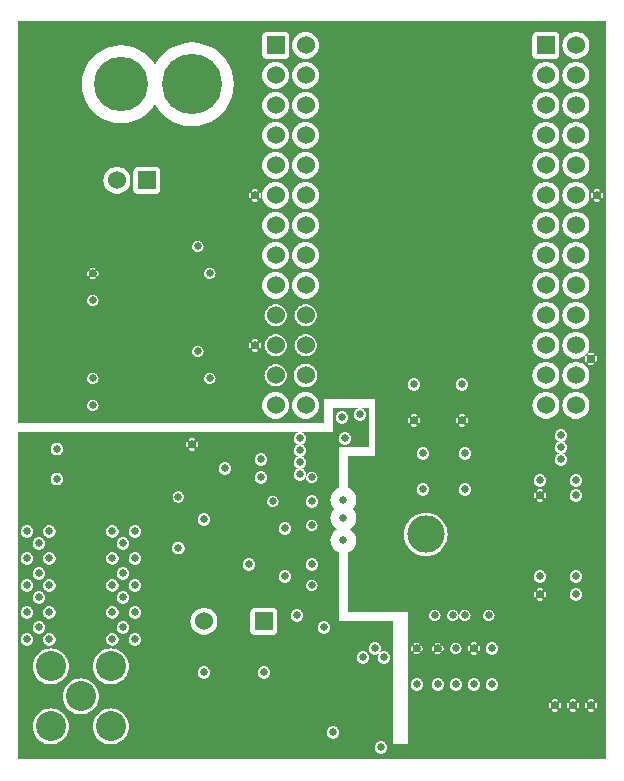
<source format=gbr>
G04 start of page 4 for group 2 idx 2 *
G04 Title: (unknown), power *
G04 Creator: pcb 1.99z *
G04 CreationDate: Sun 01 Aug 2010 05:53:12 AM GMT UTC *
G04 For: jensen *
G04 Format: Gerber/RS-274X *
G04 PCB-Dimensions: 200000 250000 *
G04 PCB-Coordinate-Origin: lower left *
%MOIN*%
%FSLAX25Y25*%
%LNGROUP2*%
%ADD11C,0.0200*%
%ADD14C,0.0300*%
%ADD15C,0.0600*%
%ADD16C,0.1811*%
%ADD17C,0.2008*%
%ADD18C,0.1000*%
%ADD19C,0.0260*%
%ADD20C,0.1250*%
%ADD28C,0.0380*%
%ADD29C,0.1024*%
%ADD30C,0.1220*%
%ADD31C,0.0280*%
%ADD32C,0.0600*%
%ADD33C,0.0140*%
%ADD34C,0.1000*%
G54D11*G36*
X196657Y248000D02*X198000D01*
Y2000D01*
X196657D01*
Y189078D01*
X196679Y189080D01*
X196740Y189094D01*
X196798Y189119D01*
X196852Y189152D01*
X196900Y189192D01*
X196940Y189240D01*
X196973Y189294D01*
X196997Y189352D01*
X197047Y189533D01*
X197080Y189719D01*
X197097Y189906D01*
Y190095D01*
X197080Y190282D01*
X197047Y190468D01*
X196997Y190649D01*
X196972Y190708D01*
X196939Y190761D01*
X196898Y190809D01*
X196851Y190850D01*
X196797Y190882D01*
X196739Y190906D01*
X196678Y190921D01*
X196657Y190923D01*
Y248000D01*
G37*
G36*
X194657D02*X196657D01*
Y190923D01*
X196615Y190926D01*
X196553Y190921D01*
X196492Y190906D01*
X196434Y190882D01*
X196381Y190849D01*
X196333Y190808D01*
X196292Y190761D01*
X196260Y190707D01*
X196236Y190649D01*
X196221Y190588D01*
X196216Y190525D01*
X196221Y190463D01*
X196236Y190402D01*
X196267Y190290D01*
X196288Y190175D01*
X196298Y190059D01*
Y189942D01*
X196288Y189826D01*
X196267Y189711D01*
X196236Y189599D01*
X196220Y189537D01*
X196216Y189474D01*
X196221Y189412D01*
X196235Y189351D01*
X196260Y189293D01*
X196293Y189239D01*
X196333Y189191D01*
X196381Y189151D01*
X196435Y189118D01*
X196493Y189094D01*
X196554Y189079D01*
X196617Y189075D01*
X196657Y189078D01*
Y2000D01*
X194657D01*
Y19078D01*
X194679Y19080D01*
X194740Y19094D01*
X194798Y19119D01*
X194852Y19152D01*
X194900Y19192D01*
X194940Y19240D01*
X194973Y19294D01*
X194997Y19352D01*
X195047Y19533D01*
X195080Y19719D01*
X195097Y19906D01*
Y20095D01*
X195080Y20282D01*
X195047Y20468D01*
X194997Y20649D01*
X194972Y20708D01*
X194939Y20761D01*
X194898Y20809D01*
X194851Y20850D01*
X194797Y20882D01*
X194739Y20906D01*
X194678Y20921D01*
X194657Y20923D01*
Y134578D01*
X194679Y134580D01*
X194740Y134594D01*
X194798Y134619D01*
X194852Y134652D01*
X194900Y134692D01*
X194940Y134740D01*
X194973Y134794D01*
X194997Y134852D01*
X195047Y135033D01*
X195080Y135219D01*
X195097Y135406D01*
Y135595D01*
X195080Y135782D01*
X195047Y135968D01*
X194997Y136149D01*
X194972Y136208D01*
X194939Y136261D01*
X194898Y136309D01*
X194851Y136350D01*
X194797Y136382D01*
X194739Y136406D01*
X194678Y136421D01*
X194657Y136423D01*
Y187931D01*
X194718Y187920D01*
X194905Y187903D01*
X195094D01*
X195281Y187920D01*
X195467Y187953D01*
X195648Y188003D01*
X195707Y188028D01*
X195760Y188061D01*
X195808Y188102D01*
X195849Y188149D01*
X195881Y188203D01*
X195905Y188261D01*
X195920Y188322D01*
X195925Y188385D01*
X195920Y188447D01*
X195905Y188508D01*
X195881Y188566D01*
X195848Y188619D01*
X195807Y188667D01*
X195760Y188708D01*
X195706Y188740D01*
X195648Y188764D01*
X195587Y188779D01*
X195524Y188784D01*
X195462Y188779D01*
X195401Y188764D01*
X195289Y188733D01*
X195174Y188712D01*
X195058Y188702D01*
X194941D01*
X194825Y188712D01*
X194710Y188733D01*
X194657Y188748D01*
Y191253D01*
X194710Y191268D01*
X194825Y191289D01*
X194941Y191299D01*
X195058D01*
X195174Y191289D01*
X195289Y191268D01*
X195401Y191237D01*
X195463Y191221D01*
X195526Y191217D01*
X195588Y191222D01*
X195649Y191236D01*
X195707Y191261D01*
X195761Y191294D01*
X195809Y191334D01*
X195849Y191382D01*
X195882Y191436D01*
X195906Y191494D01*
X195921Y191555D01*
X195925Y191618D01*
X195920Y191680D01*
X195906Y191741D01*
X195881Y191799D01*
X195848Y191853D01*
X195808Y191901D01*
X195760Y191941D01*
X195706Y191974D01*
X195648Y191998D01*
X195467Y192048D01*
X195281Y192081D01*
X195094Y192098D01*
X194905D01*
X194718Y192081D01*
X194657Y192070D01*
Y248000D01*
G37*
G36*
X193000D02*X194657D01*
Y192070D01*
X194532Y192048D01*
X194351Y191998D01*
X194292Y191973D01*
X194239Y191940D01*
X194191Y191899D01*
X194150Y191852D01*
X194118Y191798D01*
X194094Y191740D01*
X194079Y191679D01*
X194074Y191616D01*
X194079Y191554D01*
X194094Y191493D01*
X194118Y191435D01*
X194151Y191382D01*
X194192Y191334D01*
X194239Y191293D01*
X194293Y191261D01*
X194351Y191237D01*
X194412Y191222D01*
X194475Y191217D01*
X194537Y191222D01*
X194598Y191237D01*
X194657Y191253D01*
Y188748D01*
X194598Y188764D01*
X194536Y188780D01*
X194473Y188784D01*
X194411Y188779D01*
X194350Y188765D01*
X194292Y188740D01*
X194238Y188707D01*
X194190Y188667D01*
X194150Y188619D01*
X194117Y188565D01*
X194093Y188507D01*
X194078Y188446D01*
X194074Y188383D01*
X194079Y188321D01*
X194093Y188260D01*
X194118Y188202D01*
X194151Y188148D01*
X194191Y188100D01*
X194239Y188060D01*
X194293Y188027D01*
X194351Y188003D01*
X194532Y187953D01*
X194657Y187931D01*
Y136423D01*
X194615Y136426D01*
X194553Y136421D01*
X194492Y136406D01*
X194434Y136382D01*
X194381Y136349D01*
X194333Y136308D01*
X194292Y136261D01*
X194260Y136207D01*
X194236Y136149D01*
X194221Y136088D01*
X194216Y136025D01*
X194221Y135963D01*
X194236Y135902D01*
X194267Y135790D01*
X194288Y135675D01*
X194298Y135559D01*
Y135442D01*
X194288Y135326D01*
X194267Y135211D01*
X194236Y135099D01*
X194220Y135037D01*
X194216Y134974D01*
X194221Y134912D01*
X194235Y134851D01*
X194260Y134793D01*
X194293Y134739D01*
X194333Y134691D01*
X194381Y134651D01*
X194435Y134618D01*
X194493Y134594D01*
X194554Y134579D01*
X194617Y134575D01*
X194657Y134578D01*
Y20923D01*
X194615Y20926D01*
X194553Y20921D01*
X194492Y20906D01*
X194434Y20882D01*
X194381Y20849D01*
X194333Y20808D01*
X194292Y20761D01*
X194260Y20707D01*
X194236Y20649D01*
X194221Y20588D01*
X194216Y20525D01*
X194221Y20463D01*
X194236Y20402D01*
X194267Y20290D01*
X194288Y20175D01*
X194298Y20059D01*
Y19942D01*
X194288Y19826D01*
X194267Y19711D01*
X194236Y19599D01*
X194220Y19537D01*
X194216Y19474D01*
X194221Y19412D01*
X194235Y19351D01*
X194260Y19293D01*
X194293Y19239D01*
X194333Y19191D01*
X194381Y19151D01*
X194435Y19118D01*
X194493Y19094D01*
X194554Y19079D01*
X194617Y19075D01*
X194657Y19078D01*
Y2000D01*
X193000D01*
Y17903D01*
X193094D01*
X193281Y17920D01*
X193467Y17953D01*
X193648Y18003D01*
X193707Y18028D01*
X193760Y18061D01*
X193808Y18102D01*
X193849Y18149D01*
X193881Y18203D01*
X193905Y18261D01*
X193920Y18322D01*
X193925Y18385D01*
X193920Y18447D01*
X193905Y18508D01*
X193881Y18566D01*
X193848Y18619D01*
X193807Y18667D01*
X193760Y18708D01*
X193706Y18740D01*
X193648Y18764D01*
X193587Y18779D01*
X193524Y18784D01*
X193462Y18779D01*
X193401Y18764D01*
X193289Y18733D01*
X193174Y18712D01*
X193058Y18702D01*
X193000D01*
Y21299D01*
X193058D01*
X193174Y21289D01*
X193289Y21268D01*
X193401Y21237D01*
X193463Y21221D01*
X193526Y21217D01*
X193588Y21222D01*
X193649Y21236D01*
X193707Y21261D01*
X193761Y21294D01*
X193809Y21334D01*
X193849Y21382D01*
X193882Y21436D01*
X193906Y21494D01*
X193921Y21555D01*
X193925Y21618D01*
X193920Y21680D01*
X193906Y21741D01*
X193881Y21799D01*
X193848Y21853D01*
X193808Y21901D01*
X193760Y21941D01*
X193706Y21974D01*
X193648Y21998D01*
X193467Y22048D01*
X193281Y22081D01*
X193094Y22098D01*
X193000D01*
Y133403D01*
X193094D01*
X193281Y133420D01*
X193467Y133453D01*
X193648Y133503D01*
X193707Y133528D01*
X193760Y133561D01*
X193808Y133602D01*
X193849Y133649D01*
X193881Y133703D01*
X193905Y133761D01*
X193920Y133822D01*
X193925Y133885D01*
X193920Y133947D01*
X193905Y134008D01*
X193881Y134066D01*
X193848Y134119D01*
X193807Y134167D01*
X193760Y134208D01*
X193706Y134240D01*
X193648Y134264D01*
X193587Y134279D01*
X193524Y134284D01*
X193462Y134279D01*
X193401Y134264D01*
X193289Y134233D01*
X193174Y134212D01*
X193058Y134202D01*
X193000D01*
Y136799D01*
X193058D01*
X193174Y136789D01*
X193289Y136768D01*
X193401Y136737D01*
X193463Y136721D01*
X193526Y136717D01*
X193588Y136722D01*
X193649Y136736D01*
X193707Y136761D01*
X193761Y136794D01*
X193809Y136834D01*
X193849Y136882D01*
X193882Y136936D01*
X193906Y136994D01*
X193921Y137055D01*
X193925Y137118D01*
X193920Y137180D01*
X193906Y137241D01*
X193881Y137299D01*
X193848Y137353D01*
X193808Y137401D01*
X193760Y137441D01*
X193706Y137474D01*
X193648Y137498D01*
X193467Y137548D01*
X193281Y137581D01*
X193094Y137598D01*
X193000D01*
Y189359D01*
X193002Y189352D01*
X193027Y189293D01*
X193060Y189240D01*
X193101Y189192D01*
X193148Y189151D01*
X193202Y189119D01*
X193260Y189095D01*
X193321Y189080D01*
X193384Y189075D01*
X193446Y189080D01*
X193507Y189095D01*
X193565Y189119D01*
X193618Y189152D01*
X193666Y189193D01*
X193707Y189240D01*
X193739Y189294D01*
X193763Y189352D01*
X193778Y189413D01*
X193783Y189476D01*
X193778Y189538D01*
X193763Y189599D01*
X193732Y189711D01*
X193711Y189826D01*
X193701Y189942D01*
Y190059D01*
X193711Y190175D01*
X193732Y190290D01*
X193763Y190402D01*
X193779Y190464D01*
X193783Y190527D01*
X193778Y190589D01*
X193764Y190650D01*
X193739Y190708D01*
X193706Y190762D01*
X193666Y190810D01*
X193618Y190850D01*
X193564Y190883D01*
X193506Y190907D01*
X193445Y190922D01*
X193382Y190926D01*
X193320Y190921D01*
X193259Y190907D01*
X193201Y190882D01*
X193147Y190849D01*
X193099Y190809D01*
X193059Y190761D01*
X193026Y190707D01*
X193002Y190649D01*
X193000Y190642D01*
Y248000D01*
G37*
G36*
X191343D02*X193000D01*
Y190642D01*
X192952Y190468D01*
X192919Y190282D01*
X192902Y190095D01*
Y189906D01*
X192919Y189719D01*
X192952Y189533D01*
X193000Y189359D01*
Y137598D01*
X192905D01*
X192718Y137581D01*
X192532Y137548D01*
X192351Y137498D01*
X192292Y137473D01*
X192239Y137440D01*
X192191Y137399D01*
X192150Y137352D01*
X192118Y137298D01*
X192094Y137240D01*
X192079Y137179D01*
X192074Y137116D01*
X192079Y137054D01*
X192094Y136993D01*
X192118Y136935D01*
X192151Y136882D01*
X192192Y136834D01*
X192239Y136793D01*
X192293Y136761D01*
X192351Y136737D01*
X192412Y136722D01*
X192475Y136717D01*
X192537Y136722D01*
X192598Y136737D01*
X192710Y136768D01*
X192825Y136789D01*
X192941Y136799D01*
X193000D01*
Y134202D01*
X192941D01*
X192825Y134212D01*
X192710Y134233D01*
X192598Y134264D01*
X192536Y134280D01*
X192473Y134284D01*
X192411Y134279D01*
X192350Y134265D01*
X192292Y134240D01*
X192238Y134207D01*
X192190Y134167D01*
X192150Y134119D01*
X192117Y134065D01*
X192093Y134007D01*
X192078Y133946D01*
X192074Y133883D01*
X192079Y133821D01*
X192093Y133760D01*
X192118Y133702D01*
X192151Y133648D01*
X192191Y133600D01*
X192239Y133560D01*
X192293Y133527D01*
X192351Y133503D01*
X192532Y133453D01*
X192718Y133420D01*
X192905Y133403D01*
X193000D01*
Y22098D01*
X192905D01*
X192718Y22081D01*
X192532Y22048D01*
X192351Y21998D01*
X192292Y21973D01*
X192239Y21940D01*
X192191Y21899D01*
X192150Y21852D01*
X192118Y21798D01*
X192094Y21740D01*
X192079Y21679D01*
X192074Y21616D01*
X192079Y21554D01*
X192094Y21493D01*
X192118Y21435D01*
X192151Y21382D01*
X192192Y21334D01*
X192239Y21293D01*
X192293Y21261D01*
X192351Y21237D01*
X192412Y21222D01*
X192475Y21217D01*
X192537Y21222D01*
X192598Y21237D01*
X192710Y21268D01*
X192825Y21289D01*
X192941Y21299D01*
X193000D01*
Y18702D01*
X192941D01*
X192825Y18712D01*
X192710Y18733D01*
X192598Y18764D01*
X192536Y18780D01*
X192473Y18784D01*
X192411Y18779D01*
X192350Y18765D01*
X192292Y18740D01*
X192238Y18707D01*
X192190Y18667D01*
X192150Y18619D01*
X192117Y18565D01*
X192093Y18507D01*
X192078Y18446D01*
X192074Y18383D01*
X192079Y18321D01*
X192093Y18260D01*
X192118Y18202D01*
X192151Y18148D01*
X192191Y18100D01*
X192239Y18060D01*
X192293Y18027D01*
X192351Y18003D01*
X192532Y17953D01*
X192718Y17920D01*
X192905Y17903D01*
X193000D01*
Y2000D01*
X191343D01*
Y19078D01*
X191384Y19075D01*
X191446Y19080D01*
X191507Y19095D01*
X191565Y19119D01*
X191618Y19152D01*
X191666Y19193D01*
X191707Y19240D01*
X191739Y19294D01*
X191763Y19352D01*
X191778Y19413D01*
X191783Y19476D01*
X191778Y19538D01*
X191763Y19599D01*
X191732Y19711D01*
X191711Y19826D01*
X191701Y19942D01*
Y20059D01*
X191711Y20175D01*
X191732Y20290D01*
X191763Y20402D01*
X191779Y20464D01*
X191783Y20527D01*
X191778Y20589D01*
X191764Y20650D01*
X191739Y20708D01*
X191706Y20762D01*
X191666Y20810D01*
X191618Y20850D01*
X191564Y20883D01*
X191506Y20907D01*
X191445Y20922D01*
X191382Y20926D01*
X191343Y20923D01*
Y117006D01*
X191641Y117355D01*
X192010Y117957D01*
X192280Y118609D01*
X192445Y119296D01*
X192500Y120000D01*
X192445Y120704D01*
X192280Y121391D01*
X192010Y122043D01*
X191641Y122645D01*
X191343Y122994D01*
Y127006D01*
X191641Y127355D01*
X192010Y127957D01*
X192280Y128609D01*
X192445Y129296D01*
X192500Y130000D01*
X192445Y130704D01*
X192280Y131391D01*
X192010Y132043D01*
X191641Y132645D01*
X191343Y132994D01*
Y134578D01*
X191384Y134575D01*
X191446Y134580D01*
X191507Y134595D01*
X191565Y134619D01*
X191618Y134652D01*
X191666Y134693D01*
X191707Y134740D01*
X191739Y134794D01*
X191763Y134852D01*
X191778Y134913D01*
X191783Y134976D01*
X191778Y135038D01*
X191763Y135099D01*
X191732Y135211D01*
X191711Y135326D01*
X191701Y135442D01*
Y135559D01*
X191711Y135675D01*
X191732Y135790D01*
X191763Y135902D01*
X191779Y135964D01*
X191783Y136027D01*
X191778Y136089D01*
X191764Y136150D01*
X191739Y136208D01*
X191706Y136262D01*
X191666Y136310D01*
X191618Y136350D01*
X191564Y136383D01*
X191506Y136407D01*
X191445Y136422D01*
X191382Y136426D01*
X191343Y136423D01*
Y137006D01*
X191641Y137355D01*
X192010Y137957D01*
X192280Y138609D01*
X192445Y139296D01*
X192500Y140000D01*
X192445Y140704D01*
X192280Y141391D01*
X192010Y142043D01*
X191641Y142645D01*
X191343Y142994D01*
Y147006D01*
X191641Y147355D01*
X192010Y147957D01*
X192280Y148609D01*
X192445Y149296D01*
X192500Y150000D01*
X192445Y150704D01*
X192280Y151391D01*
X192010Y152043D01*
X191641Y152645D01*
X191343Y152994D01*
Y157006D01*
X191641Y157355D01*
X192010Y157957D01*
X192280Y158609D01*
X192445Y159296D01*
X192500Y160000D01*
X192445Y160704D01*
X192280Y161391D01*
X192010Y162043D01*
X191641Y162645D01*
X191343Y162994D01*
Y167006D01*
X191641Y167355D01*
X192010Y167957D01*
X192280Y168609D01*
X192445Y169296D01*
X192500Y170000D01*
X192445Y170704D01*
X192280Y171391D01*
X192010Y172043D01*
X191641Y172645D01*
X191343Y172994D01*
Y177006D01*
X191641Y177355D01*
X192010Y177957D01*
X192280Y178609D01*
X192445Y179296D01*
X192500Y180000D01*
X192445Y180704D01*
X192280Y181391D01*
X192010Y182043D01*
X191641Y182645D01*
X191343Y182994D01*
Y187006D01*
X191641Y187355D01*
X192010Y187957D01*
X192280Y188609D01*
X192445Y189296D01*
X192500Y190000D01*
X192445Y190704D01*
X192280Y191391D01*
X192010Y192043D01*
X191641Y192645D01*
X191343Y192994D01*
Y197006D01*
X191641Y197355D01*
X192010Y197957D01*
X192280Y198609D01*
X192445Y199296D01*
X192500Y200000D01*
X192445Y200704D01*
X192280Y201391D01*
X192010Y202043D01*
X191641Y202645D01*
X191343Y202994D01*
Y207006D01*
X191641Y207355D01*
X192010Y207957D01*
X192280Y208609D01*
X192445Y209296D01*
X192500Y210000D01*
X192445Y210704D01*
X192280Y211391D01*
X192010Y212043D01*
X191641Y212645D01*
X191343Y212994D01*
Y217006D01*
X191641Y217355D01*
X192010Y217957D01*
X192280Y218609D01*
X192445Y219296D01*
X192500Y220000D01*
X192445Y220704D01*
X192280Y221391D01*
X192010Y222043D01*
X191641Y222645D01*
X191343Y222994D01*
Y227006D01*
X191641Y227355D01*
X192010Y227957D01*
X192280Y228609D01*
X192445Y229296D01*
X192500Y230000D01*
X192445Y230704D01*
X192280Y231391D01*
X192010Y232043D01*
X191641Y232645D01*
X191343Y232994D01*
Y237006D01*
X191641Y237355D01*
X192010Y237957D01*
X192280Y238609D01*
X192445Y239296D01*
X192500Y240000D01*
X192445Y240704D01*
X192280Y241391D01*
X192010Y242043D01*
X191641Y242645D01*
X191343Y242994D01*
Y248000D01*
G37*
G36*
Y232994D02*X191182Y233182D01*
X190645Y233641D01*
X190043Y234010D01*
X189391Y234280D01*
X188704Y234445D01*
X188000Y234500D01*
Y235500D01*
X188704Y235555D01*
X189391Y235720D01*
X190043Y235990D01*
X190645Y236359D01*
X191182Y236818D01*
X191343Y237006D01*
Y232994D01*
G37*
G36*
Y222994D02*X191182Y223182D01*
X190645Y223641D01*
X190043Y224010D01*
X189391Y224280D01*
X188704Y224445D01*
X188000Y224500D01*
Y225500D01*
X188704Y225555D01*
X189391Y225720D01*
X190043Y225990D01*
X190645Y226359D01*
X191182Y226818D01*
X191343Y227006D01*
Y222994D01*
G37*
G36*
Y212994D02*X191182Y213182D01*
X190645Y213641D01*
X190043Y214010D01*
X189391Y214280D01*
X188704Y214445D01*
X188000Y214500D01*
Y215500D01*
X188704Y215555D01*
X189391Y215720D01*
X190043Y215990D01*
X190645Y216359D01*
X191182Y216818D01*
X191343Y217006D01*
Y212994D01*
G37*
G36*
Y202994D02*X191182Y203182D01*
X190645Y203641D01*
X190043Y204010D01*
X189391Y204280D01*
X188704Y204445D01*
X188000Y204500D01*
Y205500D01*
X188704Y205555D01*
X189391Y205720D01*
X190043Y205990D01*
X190645Y206359D01*
X191182Y206818D01*
X191343Y207006D01*
Y202994D01*
G37*
G36*
Y192994D02*X191182Y193182D01*
X190645Y193641D01*
X190043Y194010D01*
X189391Y194280D01*
X188704Y194445D01*
X188000Y194500D01*
Y195500D01*
X188704Y195555D01*
X189391Y195720D01*
X190043Y195990D01*
X190645Y196359D01*
X191182Y196818D01*
X191343Y197006D01*
Y192994D01*
G37*
G36*
Y182994D02*X191182Y183182D01*
X190645Y183641D01*
X190043Y184010D01*
X189391Y184280D01*
X188704Y184445D01*
X188000Y184500D01*
Y185500D01*
X188704Y185555D01*
X189391Y185720D01*
X190043Y185990D01*
X190645Y186359D01*
X191182Y186818D01*
X191343Y187006D01*
Y182994D01*
G37*
G36*
Y172994D02*X191182Y173182D01*
X190645Y173641D01*
X190043Y174010D01*
X189391Y174280D01*
X188704Y174445D01*
X188000Y174500D01*
Y175500D01*
X188704Y175555D01*
X189391Y175720D01*
X190043Y175990D01*
X190645Y176359D01*
X191182Y176818D01*
X191343Y177006D01*
Y172994D01*
G37*
G36*
Y162994D02*X191182Y163182D01*
X190645Y163641D01*
X190043Y164010D01*
X189391Y164280D01*
X188704Y164445D01*
X188000Y164500D01*
Y165500D01*
X188704Y165555D01*
X189391Y165720D01*
X190043Y165990D01*
X190645Y166359D01*
X191182Y166818D01*
X191343Y167006D01*
Y162994D01*
G37*
G36*
Y152994D02*X191182Y153182D01*
X190645Y153641D01*
X190043Y154010D01*
X189391Y154280D01*
X188704Y154445D01*
X188000Y154500D01*
Y155500D01*
X188704Y155555D01*
X189391Y155720D01*
X190043Y155990D01*
X190645Y156359D01*
X191182Y156818D01*
X191343Y157006D01*
Y152994D01*
G37*
G36*
Y142994D02*X191182Y143182D01*
X190645Y143641D01*
X190043Y144010D01*
X189391Y144280D01*
X188704Y144445D01*
X188000Y144500D01*
Y145500D01*
X188704Y145555D01*
X189391Y145720D01*
X190043Y145990D01*
X190645Y146359D01*
X191182Y146818D01*
X191343Y147006D01*
Y142994D01*
G37*
G36*
Y132994D02*X191182Y133182D01*
X190645Y133641D01*
X190043Y134010D01*
X189391Y134280D01*
X188704Y134445D01*
X188000Y134500D01*
Y135500D01*
X188704Y135555D01*
X189391Y135720D01*
X190043Y135990D01*
X190645Y136359D01*
X191182Y136818D01*
X191343Y137006D01*
Y136423D01*
X191320Y136421D01*
X191259Y136407D01*
X191201Y136382D01*
X191147Y136349D01*
X191099Y136309D01*
X191059Y136261D01*
X191026Y136207D01*
X191002Y136149D01*
X190952Y135968D01*
X190919Y135782D01*
X190902Y135595D01*
Y135406D01*
X190919Y135219D01*
X190952Y135033D01*
X191002Y134852D01*
X191027Y134793D01*
X191060Y134740D01*
X191101Y134692D01*
X191148Y134651D01*
X191202Y134619D01*
X191260Y134595D01*
X191321Y134580D01*
X191343Y134578D01*
Y132994D01*
G37*
G36*
Y122994D02*X191182Y123182D01*
X190645Y123641D01*
X190043Y124010D01*
X189391Y124280D01*
X188704Y124445D01*
X188000Y124500D01*
Y125500D01*
X188704Y125555D01*
X189391Y125720D01*
X190043Y125990D01*
X190645Y126359D01*
X191182Y126818D01*
X191343Y127006D01*
Y122994D01*
G37*
G36*
Y2000D02*X188657D01*
Y19078D01*
X188679Y19080D01*
X188740Y19094D01*
X188798Y19119D01*
X188852Y19152D01*
X188900Y19192D01*
X188940Y19240D01*
X188973Y19294D01*
X188997Y19352D01*
X189047Y19533D01*
X189080Y19719D01*
X189097Y19906D01*
Y20095D01*
X189080Y20282D01*
X189047Y20468D01*
X188997Y20649D01*
X188972Y20708D01*
X188939Y20761D01*
X188898Y20809D01*
X188851Y20850D01*
X188797Y20882D01*
X188739Y20906D01*
X188678Y20921D01*
X188657Y20923D01*
Y55006D01*
X188953Y55129D01*
X189234Y55301D01*
X189485Y55515D01*
X189699Y55766D01*
X189871Y56047D01*
X189997Y56351D01*
X190074Y56671D01*
X190100Y57000D01*
X190074Y57329D01*
X189997Y57649D01*
X189871Y57953D01*
X189699Y58234D01*
X189485Y58485D01*
X189234Y58699D01*
X188953Y58871D01*
X188657Y58994D01*
Y61006D01*
X188953Y61129D01*
X189234Y61301D01*
X189485Y61515D01*
X189699Y61766D01*
X189871Y62047D01*
X189997Y62351D01*
X190074Y62671D01*
X190100Y63000D01*
X190074Y63329D01*
X189997Y63649D01*
X189871Y63953D01*
X189699Y64234D01*
X189485Y64485D01*
X189234Y64699D01*
X188953Y64871D01*
X188657Y64994D01*
Y88006D01*
X188953Y88129D01*
X189234Y88301D01*
X189485Y88515D01*
X189699Y88766D01*
X189871Y89047D01*
X189997Y89351D01*
X190074Y89671D01*
X190100Y90000D01*
X190074Y90329D01*
X189997Y90649D01*
X189871Y90953D01*
X189699Y91234D01*
X189485Y91485D01*
X189234Y91699D01*
X188953Y91871D01*
X188657Y91994D01*
Y93006D01*
X188953Y93129D01*
X189234Y93301D01*
X189485Y93515D01*
X189699Y93766D01*
X189871Y94047D01*
X189997Y94351D01*
X190074Y94671D01*
X190100Y95000D01*
X190074Y95329D01*
X189997Y95649D01*
X189871Y95953D01*
X189699Y96234D01*
X189485Y96485D01*
X189234Y96699D01*
X188953Y96871D01*
X188657Y96994D01*
Y115551D01*
X188704Y115555D01*
X189391Y115720D01*
X190043Y115990D01*
X190645Y116359D01*
X191182Y116818D01*
X191343Y117006D01*
Y20923D01*
X191320Y20921D01*
X191259Y20907D01*
X191201Y20882D01*
X191147Y20849D01*
X191099Y20809D01*
X191059Y20761D01*
X191026Y20707D01*
X191002Y20649D01*
X190952Y20468D01*
X190919Y20282D01*
X190902Y20095D01*
Y19906D01*
X190919Y19719D01*
X190952Y19533D01*
X191002Y19352D01*
X191027Y19293D01*
X191060Y19240D01*
X191101Y19192D01*
X191148Y19151D01*
X191202Y19119D01*
X191260Y19095D01*
X191321Y19080D01*
X191343Y19078D01*
Y2000D01*
G37*
G36*
X188657Y96994D02*X188649Y96997D01*
X188329Y97074D01*
X188000Y97100D01*
Y115500D01*
X188657Y115551D01*
Y96994D01*
G37*
G36*
Y91994D02*X188649Y91997D01*
X188329Y92074D01*
X188000Y92100D01*
Y92900D01*
X188329Y92926D01*
X188649Y93003D01*
X188657Y93006D01*
Y91994D01*
G37*
G36*
Y64994D02*X188649Y64997D01*
X188329Y65074D01*
X188000Y65100D01*
Y87900D01*
X188329Y87926D01*
X188649Y88003D01*
X188657Y88006D01*
Y64994D01*
G37*
G36*
Y58994D02*X188649Y58997D01*
X188329Y59074D01*
X188000Y59100D01*
Y60900D01*
X188329Y60926D01*
X188649Y61003D01*
X188657Y61006D01*
Y58994D01*
G37*
G36*
Y2000D02*X188000D01*
Y54900D01*
X188329Y54926D01*
X188649Y55003D01*
X188657Y55006D01*
Y20923D01*
X188615Y20926D01*
X188553Y20921D01*
X188492Y20906D01*
X188434Y20882D01*
X188381Y20849D01*
X188333Y20808D01*
X188292Y20761D01*
X188260Y20707D01*
X188236Y20649D01*
X188221Y20588D01*
X188216Y20525D01*
X188221Y20463D01*
X188236Y20402D01*
X188267Y20290D01*
X188288Y20175D01*
X188298Y20059D01*
Y19942D01*
X188288Y19826D01*
X188267Y19711D01*
X188236Y19599D01*
X188220Y19537D01*
X188216Y19474D01*
X188221Y19412D01*
X188235Y19351D01*
X188260Y19293D01*
X188293Y19239D01*
X188333Y19191D01*
X188381Y19151D01*
X188435Y19118D01*
X188493Y19094D01*
X188554Y19079D01*
X188617Y19075D01*
X188657Y19078D01*
Y2000D01*
G37*
G36*
X188000Y248000D02*X191343D01*
Y242994D01*
X191182Y243182D01*
X190645Y243641D01*
X190043Y244010D01*
X189391Y244280D01*
X188704Y244445D01*
X188000Y244500D01*
Y248000D01*
G37*
G36*
X187000Y55158D02*X187047Y55129D01*
X187351Y55003D01*
X187671Y54926D01*
X188000Y54900D01*
Y2000D01*
X187000D01*
Y17903D01*
X187094D01*
X187281Y17920D01*
X187467Y17953D01*
X187648Y18003D01*
X187707Y18028D01*
X187760Y18061D01*
X187808Y18102D01*
X187849Y18149D01*
X187881Y18203D01*
X187905Y18261D01*
X187920Y18322D01*
X187925Y18385D01*
X187920Y18447D01*
X187905Y18508D01*
X187881Y18566D01*
X187848Y18619D01*
X187807Y18667D01*
X187760Y18708D01*
X187706Y18740D01*
X187648Y18764D01*
X187587Y18779D01*
X187524Y18784D01*
X187462Y18779D01*
X187401Y18764D01*
X187289Y18733D01*
X187174Y18712D01*
X187058Y18702D01*
X187000D01*
Y21299D01*
X187058D01*
X187174Y21289D01*
X187289Y21268D01*
X187401Y21237D01*
X187463Y21221D01*
X187526Y21217D01*
X187588Y21222D01*
X187649Y21236D01*
X187707Y21261D01*
X187761Y21294D01*
X187809Y21334D01*
X187849Y21382D01*
X187882Y21436D01*
X187906Y21494D01*
X187921Y21555D01*
X187925Y21618D01*
X187920Y21680D01*
X187906Y21741D01*
X187881Y21799D01*
X187848Y21853D01*
X187808Y21901D01*
X187760Y21941D01*
X187706Y21974D01*
X187648Y21998D01*
X187467Y22048D01*
X187281Y22081D01*
X187094Y22098D01*
X187000D01*
Y55158D01*
G37*
G36*
Y61158D02*X187047Y61129D01*
X187351Y61003D01*
X187671Y60926D01*
X188000Y60900D01*
Y59100D01*
X187671Y59074D01*
X187351Y58997D01*
X187047Y58871D01*
X187000Y58842D01*
Y61158D01*
G37*
G36*
Y88158D02*X187047Y88129D01*
X187351Y88003D01*
X187671Y87926D01*
X188000Y87900D01*
Y65100D01*
X187671Y65074D01*
X187351Y64997D01*
X187047Y64871D01*
X187000Y64842D01*
Y88158D01*
G37*
G36*
Y93158D02*X187047Y93129D01*
X187351Y93003D01*
X187671Y92926D01*
X188000Y92900D01*
Y92100D01*
X187671Y92074D01*
X187351Y91997D01*
X187047Y91871D01*
X187000Y91842D01*
Y93158D01*
G37*
G36*
Y115626D02*X187296Y115555D01*
X188000Y115500D01*
Y97100D01*
X187671Y97074D01*
X187351Y96997D01*
X187047Y96871D01*
X187000Y96842D01*
Y115626D01*
G37*
G36*
Y125626D02*X187296Y125555D01*
X188000Y125500D01*
Y124500D01*
X187296Y124445D01*
X187000Y124374D01*
Y125626D01*
G37*
G36*
Y135626D02*X187296Y135555D01*
X188000Y135500D01*
Y134500D01*
X187296Y134445D01*
X187000Y134374D01*
Y135626D01*
G37*
G36*
Y145626D02*X187296Y145555D01*
X188000Y145500D01*
Y144500D01*
X187296Y144445D01*
X187000Y144374D01*
Y145626D01*
G37*
G36*
Y155626D02*X187296Y155555D01*
X188000Y155500D01*
Y154500D01*
X187296Y154445D01*
X187000Y154374D01*
Y155626D01*
G37*
G36*
Y165626D02*X187296Y165555D01*
X188000Y165500D01*
Y164500D01*
X187296Y164445D01*
X187000Y164374D01*
Y165626D01*
G37*
G36*
Y175626D02*X187296Y175555D01*
X188000Y175500D01*
Y174500D01*
X187296Y174445D01*
X187000Y174374D01*
Y175626D01*
G37*
G36*
Y185626D02*X187296Y185555D01*
X188000Y185500D01*
Y184500D01*
X187296Y184445D01*
X187000Y184374D01*
Y185626D01*
G37*
G36*
Y195626D02*X187296Y195555D01*
X188000Y195500D01*
Y194500D01*
X187296Y194445D01*
X187000Y194374D01*
Y195626D01*
G37*
G36*
Y205626D02*X187296Y205555D01*
X188000Y205500D01*
Y204500D01*
X187296Y204445D01*
X187000Y204374D01*
Y205626D01*
G37*
G36*
Y215626D02*X187296Y215555D01*
X188000Y215500D01*
Y214500D01*
X187296Y214445D01*
X187000Y214374D01*
Y215626D01*
G37*
G36*
Y225626D02*X187296Y225555D01*
X188000Y225500D01*
Y224500D01*
X187296Y224445D01*
X187000Y224374D01*
Y225626D01*
G37*
G36*
Y235626D02*X187296Y235555D01*
X188000Y235500D01*
Y234500D01*
X187296Y234445D01*
X187000Y234374D01*
Y235626D01*
G37*
G36*
Y248000D02*X188000D01*
Y244500D01*
X187296Y244445D01*
X187000Y244374D01*
Y248000D01*
G37*
G36*
X185343Y116369D02*X185355Y116359D01*
X185957Y115990D01*
X186609Y115720D01*
X187000Y115626D01*
Y96842D01*
X186766Y96699D01*
X186515Y96485D01*
X186301Y96234D01*
X186129Y95953D01*
X186003Y95649D01*
X185926Y95329D01*
X185900Y95000D01*
X185926Y94671D01*
X186003Y94351D01*
X186129Y94047D01*
X186301Y93766D01*
X186515Y93515D01*
X186766Y93301D01*
X187000Y93158D01*
Y91842D01*
X186766Y91699D01*
X186515Y91485D01*
X186301Y91234D01*
X186129Y90953D01*
X186003Y90649D01*
X185926Y90329D01*
X185900Y90000D01*
X185926Y89671D01*
X186003Y89351D01*
X186129Y89047D01*
X186301Y88766D01*
X186515Y88515D01*
X186766Y88301D01*
X187000Y88158D01*
Y64842D01*
X186766Y64699D01*
X186515Y64485D01*
X186301Y64234D01*
X186129Y63953D01*
X186003Y63649D01*
X185926Y63329D01*
X185900Y63000D01*
X185926Y62671D01*
X186003Y62351D01*
X186129Y62047D01*
X186301Y61766D01*
X186515Y61515D01*
X186766Y61301D01*
X187000Y61158D01*
Y58842D01*
X186766Y58699D01*
X186515Y58485D01*
X186301Y58234D01*
X186129Y57953D01*
X186003Y57649D01*
X185926Y57329D01*
X185900Y57000D01*
X185926Y56671D01*
X186003Y56351D01*
X186129Y56047D01*
X186301Y55766D01*
X186515Y55515D01*
X186766Y55301D01*
X187000Y55158D01*
Y22098D01*
X186905D01*
X186718Y22081D01*
X186532Y22048D01*
X186351Y21998D01*
X186292Y21973D01*
X186239Y21940D01*
X186191Y21899D01*
X186150Y21852D01*
X186118Y21798D01*
X186094Y21740D01*
X186079Y21679D01*
X186074Y21616D01*
X186079Y21554D01*
X186094Y21493D01*
X186118Y21435D01*
X186151Y21382D01*
X186192Y21334D01*
X186239Y21293D01*
X186293Y21261D01*
X186351Y21237D01*
X186412Y21222D01*
X186475Y21217D01*
X186537Y21222D01*
X186598Y21237D01*
X186710Y21268D01*
X186825Y21289D01*
X186941Y21299D01*
X187000D01*
Y18702D01*
X186941D01*
X186825Y18712D01*
X186710Y18733D01*
X186598Y18764D01*
X186536Y18780D01*
X186473Y18784D01*
X186411Y18779D01*
X186350Y18765D01*
X186292Y18740D01*
X186238Y18707D01*
X186190Y18667D01*
X186150Y18619D01*
X186117Y18565D01*
X186093Y18507D01*
X186078Y18446D01*
X186074Y18383D01*
X186079Y18321D01*
X186093Y18260D01*
X186118Y18202D01*
X186151Y18148D01*
X186191Y18100D01*
X186239Y18060D01*
X186293Y18027D01*
X186351Y18003D01*
X186532Y17953D01*
X186718Y17920D01*
X186905Y17903D01*
X187000D01*
Y2000D01*
X185343D01*
Y19078D01*
X185384Y19075D01*
X185446Y19080D01*
X185507Y19095D01*
X185565Y19119D01*
X185618Y19152D01*
X185666Y19193D01*
X185707Y19240D01*
X185739Y19294D01*
X185763Y19352D01*
X185778Y19413D01*
X185783Y19476D01*
X185778Y19538D01*
X185763Y19599D01*
X185732Y19711D01*
X185711Y19826D01*
X185701Y19942D01*
Y20059D01*
X185711Y20175D01*
X185732Y20290D01*
X185763Y20402D01*
X185779Y20464D01*
X185783Y20527D01*
X185778Y20589D01*
X185764Y20650D01*
X185739Y20708D01*
X185706Y20762D01*
X185666Y20810D01*
X185618Y20850D01*
X185564Y20883D01*
X185506Y20907D01*
X185445Y20922D01*
X185382Y20926D01*
X185343Y20923D01*
Y116369D01*
G37*
G36*
Y126369D02*X185355Y126359D01*
X185957Y125990D01*
X186609Y125720D01*
X187000Y125626D01*
Y124374D01*
X186609Y124280D01*
X185957Y124010D01*
X185355Y123641D01*
X185343Y123631D01*
Y126369D01*
G37*
G36*
Y136369D02*X185355Y136359D01*
X185957Y135990D01*
X186609Y135720D01*
X187000Y135626D01*
Y134374D01*
X186609Y134280D01*
X185957Y134010D01*
X185355Y133641D01*
X185343Y133631D01*
Y136369D01*
G37*
G36*
Y146369D02*X185355Y146359D01*
X185957Y145990D01*
X186609Y145720D01*
X187000Y145626D01*
Y144374D01*
X186609Y144280D01*
X185957Y144010D01*
X185355Y143641D01*
X185343Y143631D01*
Y146369D01*
G37*
G36*
Y156369D02*X185355Y156359D01*
X185957Y155990D01*
X186609Y155720D01*
X187000Y155626D01*
Y154374D01*
X186609Y154280D01*
X185957Y154010D01*
X185355Y153641D01*
X185343Y153631D01*
Y156369D01*
G37*
G36*
Y166369D02*X185355Y166359D01*
X185957Y165990D01*
X186609Y165720D01*
X187000Y165626D01*
Y164374D01*
X186609Y164280D01*
X185957Y164010D01*
X185355Y163641D01*
X185343Y163631D01*
Y166369D01*
G37*
G36*
Y176369D02*X185355Y176359D01*
X185957Y175990D01*
X186609Y175720D01*
X187000Y175626D01*
Y174374D01*
X186609Y174280D01*
X185957Y174010D01*
X185355Y173641D01*
X185343Y173631D01*
Y176369D01*
G37*
G36*
Y186369D02*X185355Y186359D01*
X185957Y185990D01*
X186609Y185720D01*
X187000Y185626D01*
Y184374D01*
X186609Y184280D01*
X185957Y184010D01*
X185355Y183641D01*
X185343Y183631D01*
Y186369D01*
G37*
G36*
Y196369D02*X185355Y196359D01*
X185957Y195990D01*
X186609Y195720D01*
X187000Y195626D01*
Y194374D01*
X186609Y194280D01*
X185957Y194010D01*
X185355Y193641D01*
X185343Y193631D01*
Y196369D01*
G37*
G36*
Y206369D02*X185355Y206359D01*
X185957Y205990D01*
X186609Y205720D01*
X187000Y205626D01*
Y204374D01*
X186609Y204280D01*
X185957Y204010D01*
X185355Y203641D01*
X185343Y203631D01*
Y206369D01*
G37*
G36*
Y216369D02*X185355Y216359D01*
X185957Y215990D01*
X186609Y215720D01*
X187000Y215626D01*
Y214374D01*
X186609Y214280D01*
X185957Y214010D01*
X185355Y213641D01*
X185343Y213631D01*
Y216369D01*
G37*
G36*
Y226369D02*X185355Y226359D01*
X185957Y225990D01*
X186609Y225720D01*
X187000Y225626D01*
Y224374D01*
X186609Y224280D01*
X185957Y224010D01*
X185355Y223641D01*
X185343Y223631D01*
Y226369D01*
G37*
G36*
Y236369D02*X185355Y236359D01*
X185957Y235990D01*
X186609Y235720D01*
X187000Y235626D01*
Y234374D01*
X186609Y234280D01*
X185957Y234010D01*
X185355Y233641D01*
X185343Y233631D01*
Y236369D01*
G37*
G36*
Y248000D02*X187000D01*
Y244374D01*
X186609Y244280D01*
X185957Y244010D01*
X185355Y243641D01*
X185343Y243631D01*
Y248000D01*
G37*
G36*
X183000D02*X185343D01*
Y243631D01*
X184818Y243182D01*
X184359Y242645D01*
X183990Y242043D01*
X183720Y241391D01*
X183555Y240704D01*
X183500Y240000D01*
X183555Y239296D01*
X183720Y238609D01*
X183990Y237957D01*
X184359Y237355D01*
X184818Y236818D01*
X185343Y236369D01*
Y233631D01*
X184818Y233182D01*
X184359Y232645D01*
X183990Y232043D01*
X183720Y231391D01*
X183555Y230704D01*
X183500Y230000D01*
X183555Y229296D01*
X183720Y228609D01*
X183990Y227957D01*
X184359Y227355D01*
X184818Y226818D01*
X185343Y226369D01*
Y223631D01*
X184818Y223182D01*
X184359Y222645D01*
X183990Y222043D01*
X183720Y221391D01*
X183555Y220704D01*
X183500Y220000D01*
X183555Y219296D01*
X183720Y218609D01*
X183990Y217957D01*
X184359Y217355D01*
X184818Y216818D01*
X185343Y216369D01*
Y213631D01*
X184818Y213182D01*
X184359Y212645D01*
X183990Y212043D01*
X183720Y211391D01*
X183555Y210704D01*
X183500Y210000D01*
X183555Y209296D01*
X183720Y208609D01*
X183990Y207957D01*
X184359Y207355D01*
X184818Y206818D01*
X185343Y206369D01*
Y203631D01*
X184818Y203182D01*
X184359Y202645D01*
X183990Y202043D01*
X183720Y201391D01*
X183555Y200704D01*
X183500Y200000D01*
X183555Y199296D01*
X183720Y198609D01*
X183990Y197957D01*
X184359Y197355D01*
X184818Y196818D01*
X185343Y196369D01*
Y193631D01*
X184818Y193182D01*
X184359Y192645D01*
X183990Y192043D01*
X183720Y191391D01*
X183555Y190704D01*
X183500Y190000D01*
X183555Y189296D01*
X183720Y188609D01*
X183990Y187957D01*
X184359Y187355D01*
X184818Y186818D01*
X185343Y186369D01*
Y183631D01*
X184818Y183182D01*
X184359Y182645D01*
X183990Y182043D01*
X183720Y181391D01*
X183555Y180704D01*
X183500Y180000D01*
X183555Y179296D01*
X183720Y178609D01*
X183990Y177957D01*
X184359Y177355D01*
X184818Y176818D01*
X185343Y176369D01*
Y173631D01*
X184818Y173182D01*
X184359Y172645D01*
X183990Y172043D01*
X183720Y171391D01*
X183555Y170704D01*
X183500Y170000D01*
X183555Y169296D01*
X183720Y168609D01*
X183990Y167957D01*
X184359Y167355D01*
X184818Y166818D01*
X185343Y166369D01*
Y163631D01*
X184818Y163182D01*
X184359Y162645D01*
X183990Y162043D01*
X183720Y161391D01*
X183555Y160704D01*
X183500Y160000D01*
X183555Y159296D01*
X183720Y158609D01*
X183990Y157957D01*
X184359Y157355D01*
X184818Y156818D01*
X185343Y156369D01*
Y153631D01*
X184818Y153182D01*
X184359Y152645D01*
X183990Y152043D01*
X183720Y151391D01*
X183555Y150704D01*
X183500Y150000D01*
X183555Y149296D01*
X183720Y148609D01*
X183990Y147957D01*
X184359Y147355D01*
X184818Y146818D01*
X185343Y146369D01*
Y143631D01*
X184818Y143182D01*
X184359Y142645D01*
X183990Y142043D01*
X183720Y141391D01*
X183555Y140704D01*
X183500Y140000D01*
X183555Y139296D01*
X183720Y138609D01*
X183990Y137957D01*
X184359Y137355D01*
X184818Y136818D01*
X185343Y136369D01*
Y133631D01*
X184818Y133182D01*
X184359Y132645D01*
X183990Y132043D01*
X183720Y131391D01*
X183555Y130704D01*
X183500Y130000D01*
X183555Y129296D01*
X183720Y128609D01*
X183990Y127957D01*
X184359Y127355D01*
X184818Y126818D01*
X185343Y126369D01*
Y123631D01*
X184818Y123182D01*
X184359Y122645D01*
X183990Y122043D01*
X183720Y121391D01*
X183555Y120704D01*
X183500Y120000D01*
X183555Y119296D01*
X183720Y118609D01*
X183990Y117957D01*
X184359Y117355D01*
X184818Y116818D01*
X185343Y116369D01*
Y20923D01*
X185320Y20921D01*
X185259Y20907D01*
X185201Y20882D01*
X185147Y20849D01*
X185099Y20809D01*
X185059Y20761D01*
X185026Y20707D01*
X185002Y20649D01*
X184952Y20468D01*
X184919Y20282D01*
X184902Y20095D01*
Y19906D01*
X184919Y19719D01*
X184952Y19533D01*
X185002Y19352D01*
X185027Y19293D01*
X185060Y19240D01*
X185101Y19192D01*
X185148Y19151D01*
X185202Y19119D01*
X185260Y19095D01*
X185321Y19080D01*
X185343Y19078D01*
Y2000D01*
X183000D01*
Y19363D01*
X183047Y19533D01*
X183080Y19719D01*
X183097Y19906D01*
Y20095D01*
X183080Y20282D01*
X183047Y20468D01*
X183000Y20638D01*
Y99900D01*
X183329Y99926D01*
X183649Y100003D01*
X183953Y100129D01*
X184234Y100301D01*
X184485Y100515D01*
X184699Y100766D01*
X184871Y101047D01*
X184997Y101351D01*
X185074Y101671D01*
X185100Y102000D01*
X185074Y102329D01*
X184997Y102649D01*
X184871Y102953D01*
X184699Y103234D01*
X184485Y103485D01*
X184234Y103699D01*
X183953Y103871D01*
X183649Y103997D01*
X183637Y104000D01*
X183649Y104003D01*
X183953Y104129D01*
X184234Y104301D01*
X184485Y104515D01*
X184699Y104766D01*
X184871Y105047D01*
X184997Y105351D01*
X185074Y105671D01*
X185100Y106000D01*
X185074Y106329D01*
X184997Y106649D01*
X184871Y106953D01*
X184699Y107234D01*
X184485Y107485D01*
X184234Y107699D01*
X183953Y107871D01*
X183649Y107997D01*
X183637Y108000D01*
X183649Y108003D01*
X183953Y108129D01*
X184234Y108301D01*
X184485Y108515D01*
X184699Y108766D01*
X184871Y109047D01*
X184997Y109351D01*
X185074Y109671D01*
X185100Y110000D01*
X185074Y110329D01*
X184997Y110649D01*
X184871Y110953D01*
X184699Y111234D01*
X184485Y111485D01*
X184234Y111699D01*
X183953Y111871D01*
X183649Y111997D01*
X183329Y112074D01*
X183000Y112100D01*
Y248000D01*
G37*
G36*
X181000Y101363D02*X181003Y101351D01*
X181129Y101047D01*
X181301Y100766D01*
X181515Y100515D01*
X181766Y100301D01*
X182047Y100129D01*
X182351Y100003D01*
X182671Y99926D01*
X183000Y99900D01*
Y20638D01*
X182997Y20649D01*
X182972Y20708D01*
X182939Y20761D01*
X182898Y20809D01*
X182851Y20850D01*
X182797Y20882D01*
X182739Y20906D01*
X182678Y20921D01*
X182615Y20926D01*
X182553Y20921D01*
X182492Y20906D01*
X182434Y20882D01*
X182381Y20849D01*
X182333Y20808D01*
X182292Y20761D01*
X182260Y20707D01*
X182236Y20649D01*
X182221Y20588D01*
X182216Y20525D01*
X182221Y20463D01*
X182236Y20402D01*
X182267Y20290D01*
X182288Y20175D01*
X182298Y20059D01*
Y19942D01*
X182288Y19826D01*
X182267Y19711D01*
X182236Y19599D01*
X182220Y19537D01*
X182216Y19474D01*
X182221Y19412D01*
X182235Y19351D01*
X182260Y19293D01*
X182293Y19239D01*
X182333Y19191D01*
X182381Y19151D01*
X182435Y19118D01*
X182493Y19094D01*
X182554Y19079D01*
X182617Y19075D01*
X182679Y19080D01*
X182740Y19094D01*
X182798Y19119D01*
X182852Y19152D01*
X182900Y19192D01*
X182940Y19240D01*
X182973Y19294D01*
X182997Y19352D01*
X183000Y19363D01*
Y2000D01*
X181000D01*
Y17903D01*
X181094D01*
X181281Y17920D01*
X181467Y17953D01*
X181648Y18003D01*
X181707Y18028D01*
X181760Y18061D01*
X181808Y18102D01*
X181849Y18149D01*
X181881Y18203D01*
X181905Y18261D01*
X181920Y18322D01*
X181925Y18385D01*
X181920Y18447D01*
X181905Y18508D01*
X181881Y18566D01*
X181848Y18619D01*
X181807Y18667D01*
X181760Y18708D01*
X181706Y18740D01*
X181648Y18764D01*
X181587Y18779D01*
X181524Y18784D01*
X181462Y18779D01*
X181401Y18764D01*
X181289Y18733D01*
X181174Y18712D01*
X181058Y18702D01*
X181000D01*
Y21299D01*
X181058D01*
X181174Y21289D01*
X181289Y21268D01*
X181401Y21237D01*
X181463Y21221D01*
X181526Y21217D01*
X181588Y21222D01*
X181649Y21236D01*
X181707Y21261D01*
X181761Y21294D01*
X181809Y21334D01*
X181849Y21382D01*
X181882Y21436D01*
X181906Y21494D01*
X181921Y21555D01*
X181925Y21618D01*
X181920Y21680D01*
X181906Y21741D01*
X181881Y21799D01*
X181848Y21853D01*
X181808Y21901D01*
X181760Y21941D01*
X181706Y21974D01*
X181648Y21998D01*
X181467Y22048D01*
X181281Y22081D01*
X181094Y22098D01*
X181000D01*
Y101363D01*
G37*
G36*
Y105363D02*X181003Y105351D01*
X181129Y105047D01*
X181301Y104766D01*
X181515Y104515D01*
X181766Y104301D01*
X182047Y104129D01*
X182351Y104003D01*
X182363Y104000D01*
X182351Y103997D01*
X182047Y103871D01*
X181766Y103699D01*
X181515Y103485D01*
X181301Y103234D01*
X181129Y102953D01*
X181003Y102649D01*
X181000Y102637D01*
Y105363D01*
G37*
G36*
Y109363D02*X181003Y109351D01*
X181129Y109047D01*
X181301Y108766D01*
X181515Y108515D01*
X181766Y108301D01*
X182047Y108129D01*
X182351Y108003D01*
X182363Y108000D01*
X182351Y107997D01*
X182047Y107871D01*
X181766Y107699D01*
X181515Y107485D01*
X181301Y107234D01*
X181129Y106953D01*
X181003Y106649D01*
X181000Y106637D01*
Y109363D01*
G37*
G36*
Y248000D02*X183000D01*
Y112100D01*
X182671Y112074D01*
X182351Y111997D01*
X182047Y111871D01*
X181766Y111699D01*
X181515Y111485D01*
X181301Y111234D01*
X181129Y110953D01*
X181003Y110649D01*
X181000Y110637D01*
Y116662D01*
X181182Y116818D01*
X181641Y117355D01*
X182010Y117957D01*
X182280Y118609D01*
X182445Y119296D01*
X182500Y120000D01*
X182445Y120704D01*
X182280Y121391D01*
X182010Y122043D01*
X181641Y122645D01*
X181182Y123182D01*
X181000Y123338D01*
Y126662D01*
X181182Y126818D01*
X181641Y127355D01*
X182010Y127957D01*
X182280Y128609D01*
X182445Y129296D01*
X182500Y130000D01*
X182445Y130704D01*
X182280Y131391D01*
X182010Y132043D01*
X181641Y132645D01*
X181182Y133182D01*
X181000Y133338D01*
Y136662D01*
X181182Y136818D01*
X181641Y137355D01*
X182010Y137957D01*
X182280Y138609D01*
X182445Y139296D01*
X182500Y140000D01*
X182445Y140704D01*
X182280Y141391D01*
X182010Y142043D01*
X181641Y142645D01*
X181182Y143182D01*
X181000Y143338D01*
Y146662D01*
X181182Y146818D01*
X181641Y147355D01*
X182010Y147957D01*
X182280Y148609D01*
X182445Y149296D01*
X182500Y150000D01*
X182445Y150704D01*
X182280Y151391D01*
X182010Y152043D01*
X181641Y152645D01*
X181182Y153182D01*
X181000Y153338D01*
Y156662D01*
X181182Y156818D01*
X181641Y157355D01*
X182010Y157957D01*
X182280Y158609D01*
X182445Y159296D01*
X182500Y160000D01*
X182445Y160704D01*
X182280Y161391D01*
X182010Y162043D01*
X181641Y162645D01*
X181182Y163182D01*
X181000Y163338D01*
Y166662D01*
X181182Y166818D01*
X181641Y167355D01*
X182010Y167957D01*
X182280Y168609D01*
X182445Y169296D01*
X182500Y170000D01*
X182445Y170704D01*
X182280Y171391D01*
X182010Y172043D01*
X181641Y172645D01*
X181182Y173182D01*
X181000Y173338D01*
Y176662D01*
X181182Y176818D01*
X181641Y177355D01*
X182010Y177957D01*
X182280Y178609D01*
X182445Y179296D01*
X182500Y180000D01*
X182445Y180704D01*
X182280Y181391D01*
X182010Y182043D01*
X181641Y182645D01*
X181182Y183182D01*
X181000Y183338D01*
Y186662D01*
X181182Y186818D01*
X181641Y187355D01*
X182010Y187957D01*
X182280Y188609D01*
X182445Y189296D01*
X182500Y190000D01*
X182445Y190704D01*
X182280Y191391D01*
X182010Y192043D01*
X181641Y192645D01*
X181182Y193182D01*
X181000Y193338D01*
Y196662D01*
X181182Y196818D01*
X181641Y197355D01*
X182010Y197957D01*
X182280Y198609D01*
X182445Y199296D01*
X182500Y200000D01*
X182445Y200704D01*
X182280Y201391D01*
X182010Y202043D01*
X181641Y202645D01*
X181182Y203182D01*
X181000Y203338D01*
Y206662D01*
X181182Y206818D01*
X181641Y207355D01*
X182010Y207957D01*
X182280Y208609D01*
X182445Y209296D01*
X182500Y210000D01*
X182445Y210704D01*
X182280Y211391D01*
X182010Y212043D01*
X181641Y212645D01*
X181182Y213182D01*
X181000Y213338D01*
Y216662D01*
X181182Y216818D01*
X181641Y217355D01*
X182010Y217957D01*
X182280Y218609D01*
X182445Y219296D01*
X182500Y220000D01*
X182445Y220704D01*
X182280Y221391D01*
X182010Y222043D01*
X181641Y222645D01*
X181182Y223182D01*
X181000Y223338D01*
Y226662D01*
X181182Y226818D01*
X181641Y227355D01*
X182010Y227957D01*
X182280Y228609D01*
X182445Y229296D01*
X182500Y230000D01*
X182445Y230704D01*
X182280Y231391D01*
X182010Y232043D01*
X181641Y232645D01*
X181182Y233182D01*
X181000Y233338D01*
Y235517D01*
X181235Y235518D01*
X181464Y235573D01*
X181681Y235663D01*
X181882Y235786D01*
X182061Y235939D01*
X182214Y236118D01*
X182337Y236319D01*
X182427Y236536D01*
X182482Y236765D01*
X182500Y237000D01*
X182482Y243235D01*
X182427Y243464D01*
X182337Y243681D01*
X182214Y243882D01*
X182061Y244061D01*
X181882Y244214D01*
X181681Y244337D01*
X181464Y244427D01*
X181235Y244482D01*
X181000Y244500D01*
Y248000D01*
G37*
G36*
Y233338D02*X180645Y233641D01*
X180043Y234010D01*
X179391Y234280D01*
X178704Y234445D01*
X178000Y234500D01*
Y235509D01*
X181000Y235517D01*
Y233338D01*
G37*
G36*
Y223338D02*X180645Y223641D01*
X180043Y224010D01*
X179391Y224280D01*
X178704Y224445D01*
X178000Y224500D01*
Y225500D01*
X178704Y225555D01*
X179391Y225720D01*
X180043Y225990D01*
X180645Y226359D01*
X181000Y226662D01*
Y223338D01*
G37*
G36*
Y213338D02*X180645Y213641D01*
X180043Y214010D01*
X179391Y214280D01*
X178704Y214445D01*
X178000Y214500D01*
Y215500D01*
X178704Y215555D01*
X179391Y215720D01*
X180043Y215990D01*
X180645Y216359D01*
X181000Y216662D01*
Y213338D01*
G37*
G36*
Y203338D02*X180645Y203641D01*
X180043Y204010D01*
X179391Y204280D01*
X178704Y204445D01*
X178000Y204500D01*
Y205500D01*
X178704Y205555D01*
X179391Y205720D01*
X180043Y205990D01*
X180645Y206359D01*
X181000Y206662D01*
Y203338D01*
G37*
G36*
Y193338D02*X180645Y193641D01*
X180043Y194010D01*
X179391Y194280D01*
X178704Y194445D01*
X178000Y194500D01*
Y195500D01*
X178704Y195555D01*
X179391Y195720D01*
X180043Y195990D01*
X180645Y196359D01*
X181000Y196662D01*
Y193338D01*
G37*
G36*
Y183338D02*X180645Y183641D01*
X180043Y184010D01*
X179391Y184280D01*
X178704Y184445D01*
X178000Y184500D01*
Y185500D01*
X178704Y185555D01*
X179391Y185720D01*
X180043Y185990D01*
X180645Y186359D01*
X181000Y186662D01*
Y183338D01*
G37*
G36*
Y173338D02*X180645Y173641D01*
X180043Y174010D01*
X179391Y174280D01*
X178704Y174445D01*
X178000Y174500D01*
Y175500D01*
X178704Y175555D01*
X179391Y175720D01*
X180043Y175990D01*
X180645Y176359D01*
X181000Y176662D01*
Y173338D01*
G37*
G36*
Y163338D02*X180645Y163641D01*
X180043Y164010D01*
X179391Y164280D01*
X178704Y164445D01*
X178000Y164500D01*
Y165500D01*
X178704Y165555D01*
X179391Y165720D01*
X180043Y165990D01*
X180645Y166359D01*
X181000Y166662D01*
Y163338D01*
G37*
G36*
Y153338D02*X180645Y153641D01*
X180043Y154010D01*
X179391Y154280D01*
X178704Y154445D01*
X178000Y154500D01*
Y155500D01*
X178704Y155555D01*
X179391Y155720D01*
X180043Y155990D01*
X180645Y156359D01*
X181000Y156662D01*
Y153338D01*
G37*
G36*
Y143338D02*X180645Y143641D01*
X180043Y144010D01*
X179391Y144280D01*
X178704Y144445D01*
X178000Y144500D01*
Y145500D01*
X178704Y145555D01*
X179391Y145720D01*
X180043Y145990D01*
X180645Y146359D01*
X181000Y146662D01*
Y143338D01*
G37*
G36*
Y133338D02*X180645Y133641D01*
X180043Y134010D01*
X179391Y134280D01*
X178704Y134445D01*
X178000Y134500D01*
Y135500D01*
X178704Y135555D01*
X179391Y135720D01*
X180043Y135990D01*
X180645Y136359D01*
X181000Y136662D01*
Y133338D01*
G37*
G36*
Y123338D02*X180645Y123641D01*
X180043Y124010D01*
X179391Y124280D01*
X178704Y124445D01*
X178000Y124500D01*
Y125500D01*
X178704Y125555D01*
X179391Y125720D01*
X180043Y125990D01*
X180645Y126359D01*
X181000Y126662D01*
Y123338D01*
G37*
G36*
Y110637D02*X180926Y110329D01*
X180900Y110000D01*
X180926Y109671D01*
X181000Y109363D01*
Y106637D01*
X180926Y106329D01*
X180900Y106000D01*
X180926Y105671D01*
X181000Y105363D01*
Y102637D01*
X180926Y102329D01*
X180900Y102000D01*
X180926Y101671D01*
X181000Y101363D01*
Y22098D01*
X180905D01*
X180718Y22081D01*
X180532Y22048D01*
X180351Y21998D01*
X180292Y21973D01*
X180239Y21940D01*
X180191Y21899D01*
X180150Y21852D01*
X180118Y21798D01*
X180094Y21740D01*
X180079Y21679D01*
X180074Y21616D01*
X180079Y21554D01*
X180094Y21493D01*
X180118Y21435D01*
X180151Y21382D01*
X180192Y21334D01*
X180239Y21293D01*
X180293Y21261D01*
X180351Y21237D01*
X180412Y21222D01*
X180475Y21217D01*
X180537Y21222D01*
X180598Y21237D01*
X180710Y21268D01*
X180825Y21289D01*
X180941Y21299D01*
X181000D01*
Y18702D01*
X180941D01*
X180825Y18712D01*
X180710Y18733D01*
X180598Y18764D01*
X180536Y18780D01*
X180473Y18784D01*
X180411Y18779D01*
X180350Y18765D01*
X180292Y18740D01*
X180238Y18707D01*
X180190Y18667D01*
X180150Y18619D01*
X180117Y18565D01*
X180093Y18507D01*
X180078Y18446D01*
X180074Y18383D01*
X180079Y18321D01*
X180093Y18260D01*
X180118Y18202D01*
X180151Y18148D01*
X180191Y18100D01*
X180239Y18060D01*
X180293Y18027D01*
X180351Y18003D01*
X180532Y17953D01*
X180718Y17920D01*
X180905Y17903D01*
X181000D01*
Y2000D01*
X179343D01*
Y19078D01*
X179384Y19075D01*
X179446Y19080D01*
X179507Y19095D01*
X179565Y19119D01*
X179618Y19152D01*
X179666Y19193D01*
X179707Y19240D01*
X179739Y19294D01*
X179763Y19352D01*
X179778Y19413D01*
X179783Y19476D01*
X179778Y19538D01*
X179763Y19599D01*
X179732Y19711D01*
X179711Y19826D01*
X179701Y19942D01*
Y20059D01*
X179711Y20175D01*
X179732Y20290D01*
X179763Y20402D01*
X179779Y20464D01*
X179783Y20527D01*
X179778Y20589D01*
X179764Y20650D01*
X179739Y20708D01*
X179706Y20762D01*
X179666Y20810D01*
X179618Y20850D01*
X179564Y20883D01*
X179506Y20907D01*
X179445Y20922D01*
X179382Y20926D01*
X179343Y20923D01*
Y115708D01*
X179391Y115720D01*
X180043Y115990D01*
X180645Y116359D01*
X181000Y116662D01*
Y110637D01*
G37*
G36*
X179343Y2000D02*X178000D01*
Y56363D01*
X178047Y56533D01*
X178080Y56719D01*
X178097Y56906D01*
Y57095D01*
X178080Y57282D01*
X178047Y57468D01*
X178000Y57638D01*
Y62363D01*
X178074Y62671D01*
X178100Y63000D01*
X178074Y63329D01*
X178000Y63637D01*
Y89363D01*
X178047Y89533D01*
X178080Y89719D01*
X178097Y89906D01*
Y90095D01*
X178080Y90282D01*
X178047Y90468D01*
X178000Y90638D01*
Y94363D01*
X178074Y94671D01*
X178100Y95000D01*
X178074Y95329D01*
X178000Y95637D01*
Y115500D01*
X178704Y115555D01*
X179343Y115708D01*
Y20923D01*
X179320Y20921D01*
X179259Y20907D01*
X179201Y20882D01*
X179147Y20849D01*
X179099Y20809D01*
X179059Y20761D01*
X179026Y20707D01*
X179002Y20649D01*
X178952Y20468D01*
X178919Y20282D01*
X178902Y20095D01*
Y19906D01*
X178919Y19719D01*
X178952Y19533D01*
X179002Y19352D01*
X179027Y19293D01*
X179060Y19240D01*
X179101Y19192D01*
X179148Y19151D01*
X179202Y19119D01*
X179260Y19095D01*
X179321Y19080D01*
X179343Y19078D01*
Y2000D01*
G37*
G36*
X178000Y248000D02*X181000D01*
Y244500D01*
X178000Y244491D01*
Y248000D01*
G37*
G36*
X176000Y60900D02*X176329Y60926D01*
X176649Y61003D01*
X176953Y61129D01*
X177234Y61301D01*
X177485Y61515D01*
X177699Y61766D01*
X177871Y62047D01*
X177997Y62351D01*
X178000Y62363D01*
Y57638D01*
X177997Y57649D01*
X177972Y57708D01*
X177939Y57761D01*
X177898Y57809D01*
X177851Y57850D01*
X177797Y57882D01*
X177739Y57906D01*
X177678Y57921D01*
X177615Y57926D01*
X177553Y57921D01*
X177492Y57906D01*
X177434Y57882D01*
X177381Y57849D01*
X177333Y57808D01*
X177292Y57761D01*
X177260Y57707D01*
X177236Y57649D01*
X177221Y57588D01*
X177216Y57525D01*
X177221Y57463D01*
X177236Y57402D01*
X177267Y57290D01*
X177288Y57175D01*
X177298Y57059D01*
Y56942D01*
X177288Y56826D01*
X177267Y56711D01*
X177236Y56599D01*
X177220Y56537D01*
X177216Y56474D01*
X177221Y56412D01*
X177235Y56351D01*
X177260Y56293D01*
X177293Y56239D01*
X177333Y56191D01*
X177381Y56151D01*
X177435Y56118D01*
X177493Y56094D01*
X177554Y56079D01*
X177617Y56075D01*
X177679Y56080D01*
X177740Y56094D01*
X177798Y56119D01*
X177852Y56152D01*
X177900Y56192D01*
X177940Y56240D01*
X177973Y56294D01*
X177997Y56352D01*
X178000Y56363D01*
Y2000D01*
X176000D01*
Y54903D01*
X176094D01*
X176281Y54920D01*
X176467Y54953D01*
X176648Y55003D01*
X176707Y55028D01*
X176760Y55061D01*
X176808Y55102D01*
X176849Y55149D01*
X176881Y55203D01*
X176905Y55261D01*
X176920Y55322D01*
X176925Y55385D01*
X176920Y55447D01*
X176905Y55508D01*
X176881Y55566D01*
X176848Y55619D01*
X176807Y55667D01*
X176760Y55708D01*
X176706Y55740D01*
X176648Y55764D01*
X176587Y55779D01*
X176524Y55784D01*
X176462Y55779D01*
X176401Y55764D01*
X176289Y55733D01*
X176174Y55712D01*
X176058Y55702D01*
X176000D01*
Y58299D01*
X176058D01*
X176174Y58289D01*
X176289Y58268D01*
X176401Y58237D01*
X176463Y58221D01*
X176526Y58217D01*
X176588Y58222D01*
X176649Y58236D01*
X176707Y58261D01*
X176761Y58294D01*
X176809Y58334D01*
X176849Y58382D01*
X176882Y58436D01*
X176906Y58494D01*
X176921Y58555D01*
X176925Y58618D01*
X176920Y58680D01*
X176906Y58741D01*
X176881Y58799D01*
X176848Y58853D01*
X176808Y58901D01*
X176760Y58941D01*
X176706Y58974D01*
X176648Y58998D01*
X176467Y59048D01*
X176281Y59081D01*
X176094Y59098D01*
X176000D01*
Y60900D01*
G37*
G36*
X174343Y61717D02*X174515Y61515D01*
X174766Y61301D01*
X175047Y61129D01*
X175351Y61003D01*
X175671Y60926D01*
X176000Y60900D01*
Y59098D01*
X175905D01*
X175718Y59081D01*
X175532Y59048D01*
X175351Y58998D01*
X175292Y58973D01*
X175239Y58940D01*
X175191Y58899D01*
X175150Y58852D01*
X175118Y58798D01*
X175094Y58740D01*
X175079Y58679D01*
X175074Y58616D01*
X175079Y58554D01*
X175094Y58493D01*
X175118Y58435D01*
X175151Y58382D01*
X175192Y58334D01*
X175239Y58293D01*
X175293Y58261D01*
X175351Y58237D01*
X175412Y58222D01*
X175475Y58217D01*
X175537Y58222D01*
X175598Y58237D01*
X175710Y58268D01*
X175825Y58289D01*
X175941Y58299D01*
X176000D01*
Y55702D01*
X175941D01*
X175825Y55712D01*
X175710Y55733D01*
X175598Y55764D01*
X175536Y55780D01*
X175473Y55784D01*
X175411Y55779D01*
X175350Y55765D01*
X175292Y55740D01*
X175238Y55707D01*
X175190Y55667D01*
X175150Y55619D01*
X175117Y55565D01*
X175093Y55507D01*
X175078Y55446D01*
X175074Y55383D01*
X175079Y55321D01*
X175093Y55260D01*
X175118Y55202D01*
X175151Y55148D01*
X175191Y55100D01*
X175239Y55060D01*
X175293Y55027D01*
X175351Y55003D01*
X175532Y54953D01*
X175718Y54920D01*
X175905Y54903D01*
X176000D01*
Y2000D01*
X174343D01*
Y56078D01*
X174384Y56075D01*
X174446Y56080D01*
X174507Y56095D01*
X174565Y56119D01*
X174618Y56152D01*
X174666Y56193D01*
X174707Y56240D01*
X174739Y56294D01*
X174763Y56352D01*
X174778Y56413D01*
X174783Y56476D01*
X174778Y56538D01*
X174763Y56599D01*
X174732Y56711D01*
X174711Y56826D01*
X174701Y56942D01*
Y57059D01*
X174711Y57175D01*
X174732Y57290D01*
X174763Y57402D01*
X174779Y57464D01*
X174783Y57527D01*
X174778Y57589D01*
X174764Y57650D01*
X174739Y57708D01*
X174706Y57762D01*
X174666Y57810D01*
X174618Y57850D01*
X174564Y57883D01*
X174506Y57907D01*
X174445Y57922D01*
X174382Y57926D01*
X174343Y57923D01*
Y61717D01*
G37*
G36*
X176000Y92900D02*X176329Y92926D01*
X176649Y93003D01*
X176953Y93129D01*
X177234Y93301D01*
X177485Y93515D01*
X177699Y93766D01*
X177871Y94047D01*
X177997Y94351D01*
X178000Y94363D01*
Y90638D01*
X177997Y90649D01*
X177972Y90708D01*
X177939Y90761D01*
X177898Y90809D01*
X177851Y90850D01*
X177797Y90882D01*
X177739Y90906D01*
X177678Y90921D01*
X177615Y90926D01*
X177553Y90921D01*
X177492Y90906D01*
X177434Y90882D01*
X177381Y90849D01*
X177333Y90808D01*
X177292Y90761D01*
X177260Y90707D01*
X177236Y90649D01*
X177221Y90588D01*
X177216Y90525D01*
X177221Y90463D01*
X177236Y90402D01*
X177267Y90290D01*
X177288Y90175D01*
X177298Y90059D01*
Y89942D01*
X177288Y89826D01*
X177267Y89711D01*
X177236Y89599D01*
X177220Y89537D01*
X177216Y89474D01*
X177221Y89412D01*
X177235Y89351D01*
X177260Y89293D01*
X177293Y89239D01*
X177333Y89191D01*
X177381Y89151D01*
X177435Y89118D01*
X177493Y89094D01*
X177554Y89079D01*
X177617Y89075D01*
X177679Y89080D01*
X177740Y89094D01*
X177798Y89119D01*
X177852Y89152D01*
X177900Y89192D01*
X177940Y89240D01*
X177973Y89294D01*
X177997Y89352D01*
X178000Y89363D01*
Y63637D01*
X177997Y63649D01*
X177871Y63953D01*
X177699Y64234D01*
X177485Y64485D01*
X177234Y64699D01*
X176953Y64871D01*
X176649Y64997D01*
X176329Y65074D01*
X176000Y65100D01*
Y87903D01*
X176094D01*
X176281Y87920D01*
X176467Y87953D01*
X176648Y88003D01*
X176707Y88028D01*
X176760Y88061D01*
X176808Y88102D01*
X176849Y88149D01*
X176881Y88203D01*
X176905Y88261D01*
X176920Y88322D01*
X176925Y88385D01*
X176920Y88447D01*
X176905Y88508D01*
X176881Y88566D01*
X176848Y88619D01*
X176807Y88667D01*
X176760Y88708D01*
X176706Y88740D01*
X176648Y88764D01*
X176587Y88779D01*
X176524Y88784D01*
X176462Y88779D01*
X176401Y88764D01*
X176289Y88733D01*
X176174Y88712D01*
X176058Y88702D01*
X176000D01*
Y91299D01*
X176058D01*
X176174Y91289D01*
X176289Y91268D01*
X176401Y91237D01*
X176463Y91221D01*
X176526Y91217D01*
X176588Y91222D01*
X176649Y91236D01*
X176707Y91261D01*
X176761Y91294D01*
X176809Y91334D01*
X176849Y91382D01*
X176882Y91436D01*
X176906Y91494D01*
X176921Y91555D01*
X176925Y91618D01*
X176920Y91680D01*
X176906Y91741D01*
X176881Y91799D01*
X176848Y91853D01*
X176808Y91901D01*
X176760Y91941D01*
X176706Y91974D01*
X176648Y91998D01*
X176467Y92048D01*
X176281Y92081D01*
X176094Y92098D01*
X176000D01*
Y92900D01*
G37*
G36*
X174343Y93717D02*X174515Y93515D01*
X174766Y93301D01*
X175047Y93129D01*
X175351Y93003D01*
X175671Y92926D01*
X176000Y92900D01*
Y92098D01*
X175905D01*
X175718Y92081D01*
X175532Y92048D01*
X175351Y91998D01*
X175292Y91973D01*
X175239Y91940D01*
X175191Y91899D01*
X175150Y91852D01*
X175118Y91798D01*
X175094Y91740D01*
X175079Y91679D01*
X175074Y91616D01*
X175079Y91554D01*
X175094Y91493D01*
X175118Y91435D01*
X175151Y91382D01*
X175192Y91334D01*
X175239Y91293D01*
X175293Y91261D01*
X175351Y91237D01*
X175412Y91222D01*
X175475Y91217D01*
X175537Y91222D01*
X175598Y91237D01*
X175710Y91268D01*
X175825Y91289D01*
X175941Y91299D01*
X176000D01*
Y88702D01*
X175941D01*
X175825Y88712D01*
X175710Y88733D01*
X175598Y88764D01*
X175536Y88780D01*
X175473Y88784D01*
X175411Y88779D01*
X175350Y88765D01*
X175292Y88740D01*
X175238Y88707D01*
X175190Y88667D01*
X175150Y88619D01*
X175117Y88565D01*
X175093Y88507D01*
X175078Y88446D01*
X175074Y88383D01*
X175079Y88321D01*
X175093Y88260D01*
X175118Y88202D01*
X175151Y88148D01*
X175191Y88100D01*
X175239Y88060D01*
X175293Y88027D01*
X175351Y88003D01*
X175532Y87953D01*
X175718Y87920D01*
X175905Y87903D01*
X176000D01*
Y65100D01*
X175671Y65074D01*
X175351Y64997D01*
X175047Y64871D01*
X174766Y64699D01*
X174515Y64485D01*
X174343Y64283D01*
Y89078D01*
X174384Y89075D01*
X174446Y89080D01*
X174507Y89095D01*
X174565Y89119D01*
X174618Y89152D01*
X174666Y89193D01*
X174707Y89240D01*
X174739Y89294D01*
X174763Y89352D01*
X174778Y89413D01*
X174783Y89476D01*
X174778Y89538D01*
X174763Y89599D01*
X174732Y89711D01*
X174711Y89826D01*
X174701Y89942D01*
Y90059D01*
X174711Y90175D01*
X174732Y90290D01*
X174763Y90402D01*
X174779Y90464D01*
X174783Y90527D01*
X174778Y90589D01*
X174764Y90650D01*
X174739Y90708D01*
X174706Y90762D01*
X174666Y90810D01*
X174618Y90850D01*
X174564Y90883D01*
X174506Y90907D01*
X174445Y90922D01*
X174382Y90926D01*
X174343Y90923D01*
Y93717D01*
G37*
G36*
Y117381D02*X174359Y117355D01*
X174818Y116818D01*
X175355Y116359D01*
X175957Y115990D01*
X176609Y115720D01*
X177296Y115555D01*
X178000Y115500D01*
Y95637D01*
X177997Y95649D01*
X177871Y95953D01*
X177699Y96234D01*
X177485Y96485D01*
X177234Y96699D01*
X176953Y96871D01*
X176649Y96997D01*
X176329Y97074D01*
X176000Y97100D01*
X175671Y97074D01*
X175351Y96997D01*
X175047Y96871D01*
X174766Y96699D01*
X174515Y96485D01*
X174343Y96283D01*
Y117381D01*
G37*
G36*
Y127381D02*X174359Y127355D01*
X174818Y126818D01*
X175355Y126359D01*
X175957Y125990D01*
X176609Y125720D01*
X177296Y125555D01*
X178000Y125500D01*
Y124500D01*
X177296Y124445D01*
X176609Y124280D01*
X175957Y124010D01*
X175355Y123641D01*
X174818Y123182D01*
X174359Y122645D01*
X174343Y122619D01*
Y127381D01*
G37*
G36*
Y137381D02*X174359Y137355D01*
X174818Y136818D01*
X175355Y136359D01*
X175957Y135990D01*
X176609Y135720D01*
X177296Y135555D01*
X178000Y135500D01*
Y134500D01*
X177296Y134445D01*
X176609Y134280D01*
X175957Y134010D01*
X175355Y133641D01*
X174818Y133182D01*
X174359Y132645D01*
X174343Y132619D01*
Y137381D01*
G37*
G36*
Y147381D02*X174359Y147355D01*
X174818Y146818D01*
X175355Y146359D01*
X175957Y145990D01*
X176609Y145720D01*
X177296Y145555D01*
X178000Y145500D01*
Y144500D01*
X177296Y144445D01*
X176609Y144280D01*
X175957Y144010D01*
X175355Y143641D01*
X174818Y143182D01*
X174359Y142645D01*
X174343Y142619D01*
Y147381D01*
G37*
G36*
Y157381D02*X174359Y157355D01*
X174818Y156818D01*
X175355Y156359D01*
X175957Y155990D01*
X176609Y155720D01*
X177296Y155555D01*
X178000Y155500D01*
Y154500D01*
X177296Y154445D01*
X176609Y154280D01*
X175957Y154010D01*
X175355Y153641D01*
X174818Y153182D01*
X174359Y152645D01*
X174343Y152619D01*
Y157381D01*
G37*
G36*
Y167381D02*X174359Y167355D01*
X174818Y166818D01*
X175355Y166359D01*
X175957Y165990D01*
X176609Y165720D01*
X177296Y165555D01*
X178000Y165500D01*
Y164500D01*
X177296Y164445D01*
X176609Y164280D01*
X175957Y164010D01*
X175355Y163641D01*
X174818Y163182D01*
X174359Y162645D01*
X174343Y162619D01*
Y167381D01*
G37*
G36*
Y177381D02*X174359Y177355D01*
X174818Y176818D01*
X175355Y176359D01*
X175957Y175990D01*
X176609Y175720D01*
X177296Y175555D01*
X178000Y175500D01*
Y174500D01*
X177296Y174445D01*
X176609Y174280D01*
X175957Y174010D01*
X175355Y173641D01*
X174818Y173182D01*
X174359Y172645D01*
X174343Y172619D01*
Y177381D01*
G37*
G36*
Y187381D02*X174359Y187355D01*
X174818Y186818D01*
X175355Y186359D01*
X175957Y185990D01*
X176609Y185720D01*
X177296Y185555D01*
X178000Y185500D01*
Y184500D01*
X177296Y184445D01*
X176609Y184280D01*
X175957Y184010D01*
X175355Y183641D01*
X174818Y183182D01*
X174359Y182645D01*
X174343Y182619D01*
Y187381D01*
G37*
G36*
Y197381D02*X174359Y197355D01*
X174818Y196818D01*
X175355Y196359D01*
X175957Y195990D01*
X176609Y195720D01*
X177296Y195555D01*
X178000Y195500D01*
Y194500D01*
X177296Y194445D01*
X176609Y194280D01*
X175957Y194010D01*
X175355Y193641D01*
X174818Y193182D01*
X174359Y192645D01*
X174343Y192619D01*
Y197381D01*
G37*
G36*
Y207381D02*X174359Y207355D01*
X174818Y206818D01*
X175355Y206359D01*
X175957Y205990D01*
X176609Y205720D01*
X177296Y205555D01*
X178000Y205500D01*
Y204500D01*
X177296Y204445D01*
X176609Y204280D01*
X175957Y204010D01*
X175355Y203641D01*
X174818Y203182D01*
X174359Y202645D01*
X174343Y202619D01*
Y207381D01*
G37*
G36*
Y217381D02*X174359Y217355D01*
X174818Y216818D01*
X175355Y216359D01*
X175957Y215990D01*
X176609Y215720D01*
X177296Y215555D01*
X178000Y215500D01*
Y214500D01*
X177296Y214445D01*
X176609Y214280D01*
X175957Y214010D01*
X175355Y213641D01*
X174818Y213182D01*
X174359Y212645D01*
X174343Y212619D01*
Y217381D01*
G37*
G36*
Y227381D02*X174359Y227355D01*
X174818Y226818D01*
X175355Y226359D01*
X175957Y225990D01*
X176609Y225720D01*
X177296Y225555D01*
X178000Y225500D01*
Y224500D01*
X177296Y224445D01*
X176609Y224280D01*
X175957Y224010D01*
X175355Y223641D01*
X174818Y223182D01*
X174359Y222645D01*
X174343Y222619D01*
Y227381D01*
G37*
G36*
Y235653D02*X174536Y235573D01*
X174765Y235518D01*
X175000Y235500D01*
X178000Y235509D01*
Y234500D01*
X177296Y234445D01*
X176609Y234280D01*
X175957Y234010D01*
X175355Y233641D01*
X174818Y233182D01*
X174359Y232645D01*
X174343Y232619D01*
Y235653D01*
G37*
G36*
Y248000D02*X178000D01*
Y244491D01*
X174765Y244482D01*
X174536Y244427D01*
X174343Y244347D01*
Y248000D01*
G37*
G36*
X111000Y119000D02*X115363D01*
X115351Y118997D01*
X115047Y118871D01*
X114766Y118699D01*
X114515Y118485D01*
X114301Y118234D01*
X114129Y117953D01*
X114003Y117649D01*
X113926Y117329D01*
X113900Y117000D01*
X113926Y116671D01*
X114003Y116351D01*
X114129Y116047D01*
X114301Y115766D01*
X114515Y115515D01*
X114766Y115301D01*
X115047Y115129D01*
X115351Y115003D01*
X115671Y114926D01*
X116000Y114900D01*
X116329Y114926D01*
X116649Y115003D01*
X116953Y115129D01*
X117234Y115301D01*
X117485Y115515D01*
X117699Y115766D01*
X117871Y116047D01*
X117997Y116351D01*
X118074Y116671D01*
X118100Y117000D01*
X118074Y117329D01*
X117997Y117649D01*
X117871Y117953D01*
X117699Y118234D01*
X117485Y118485D01*
X117234Y118699D01*
X116953Y118871D01*
X116649Y118997D01*
X116637Y119000D01*
X119000D01*
Y106000D01*
X111000D01*
Y106900D01*
X111329Y106926D01*
X111649Y107003D01*
X111953Y107129D01*
X112234Y107301D01*
X112485Y107515D01*
X112699Y107766D01*
X112871Y108047D01*
X112997Y108351D01*
X113074Y108671D01*
X113100Y109000D01*
X113074Y109329D01*
X112997Y109649D01*
X112871Y109953D01*
X112699Y110234D01*
X112485Y110485D01*
X112234Y110699D01*
X111953Y110871D01*
X111649Y110997D01*
X111329Y111074D01*
X111000Y111100D01*
Y114158D01*
X111234Y114301D01*
X111485Y114515D01*
X111699Y114766D01*
X111871Y115047D01*
X111997Y115351D01*
X112074Y115671D01*
X112100Y116000D01*
X112074Y116329D01*
X111997Y116649D01*
X111871Y116953D01*
X111699Y117234D01*
X111485Y117485D01*
X111234Y117699D01*
X111000Y117842D01*
Y119000D01*
G37*
G36*
X159000Y248000D02*X174343D01*
Y244347D01*
X174319Y244337D01*
X174118Y244214D01*
X173939Y244061D01*
X173786Y243882D01*
X173663Y243681D01*
X173573Y243464D01*
X173518Y243235D01*
X173500Y243000D01*
X173518Y236765D01*
X173573Y236536D01*
X173663Y236319D01*
X173786Y236118D01*
X173939Y235939D01*
X174118Y235786D01*
X174319Y235663D01*
X174343Y235653D01*
Y232619D01*
X173990Y232043D01*
X173720Y231391D01*
X173555Y230704D01*
X173500Y230000D01*
X173555Y229296D01*
X173720Y228609D01*
X173990Y227957D01*
X174343Y227381D01*
Y222619D01*
X173990Y222043D01*
X173720Y221391D01*
X173555Y220704D01*
X173500Y220000D01*
X173555Y219296D01*
X173720Y218609D01*
X173990Y217957D01*
X174343Y217381D01*
Y212619D01*
X173990Y212043D01*
X173720Y211391D01*
X173555Y210704D01*
X173500Y210000D01*
X173555Y209296D01*
X173720Y208609D01*
X173990Y207957D01*
X174343Y207381D01*
Y202619D01*
X173990Y202043D01*
X173720Y201391D01*
X173555Y200704D01*
X173500Y200000D01*
X173555Y199296D01*
X173720Y198609D01*
X173990Y197957D01*
X174343Y197381D01*
Y192619D01*
X173990Y192043D01*
X173720Y191391D01*
X173555Y190704D01*
X173500Y190000D01*
X173555Y189296D01*
X173720Y188609D01*
X173990Y187957D01*
X174343Y187381D01*
Y182619D01*
X173990Y182043D01*
X173720Y181391D01*
X173555Y180704D01*
X173500Y180000D01*
X173555Y179296D01*
X173720Y178609D01*
X173990Y177957D01*
X174343Y177381D01*
Y172619D01*
X173990Y172043D01*
X173720Y171391D01*
X173555Y170704D01*
X173500Y170000D01*
X173555Y169296D01*
X173720Y168609D01*
X173990Y167957D01*
X174343Y167381D01*
Y162619D01*
X173990Y162043D01*
X173720Y161391D01*
X173555Y160704D01*
X173500Y160000D01*
X173555Y159296D01*
X173720Y158609D01*
X173990Y157957D01*
X174343Y157381D01*
Y152619D01*
X173990Y152043D01*
X173720Y151391D01*
X173555Y150704D01*
X173500Y150000D01*
X173555Y149296D01*
X173720Y148609D01*
X173990Y147957D01*
X174343Y147381D01*
Y142619D01*
X173990Y142043D01*
X173720Y141391D01*
X173555Y140704D01*
X173500Y140000D01*
X173555Y139296D01*
X173720Y138609D01*
X173990Y137957D01*
X174343Y137381D01*
Y132619D01*
X173990Y132043D01*
X173720Y131391D01*
X173555Y130704D01*
X173500Y130000D01*
X173555Y129296D01*
X173720Y128609D01*
X173990Y127957D01*
X174343Y127381D01*
Y122619D01*
X173990Y122043D01*
X173720Y121391D01*
X173555Y120704D01*
X173500Y120000D01*
X173555Y119296D01*
X173720Y118609D01*
X173990Y117957D01*
X174343Y117381D01*
Y96283D01*
X174301Y96234D01*
X174129Y95953D01*
X174003Y95649D01*
X173926Y95329D01*
X173900Y95000D01*
X173926Y94671D01*
X174003Y94351D01*
X174129Y94047D01*
X174301Y93766D01*
X174343Y93717D01*
Y90923D01*
X174320Y90921D01*
X174259Y90907D01*
X174201Y90882D01*
X174147Y90849D01*
X174099Y90809D01*
X174059Y90761D01*
X174026Y90707D01*
X174002Y90649D01*
X173952Y90468D01*
X173919Y90282D01*
X173902Y90095D01*
Y89906D01*
X173919Y89719D01*
X173952Y89533D01*
X174002Y89352D01*
X174027Y89293D01*
X174060Y89240D01*
X174101Y89192D01*
X174148Y89151D01*
X174202Y89119D01*
X174260Y89095D01*
X174321Y89080D01*
X174343Y89078D01*
Y64283D01*
X174301Y64234D01*
X174129Y63953D01*
X174003Y63649D01*
X173926Y63329D01*
X173900Y63000D01*
X173926Y62671D01*
X174003Y62351D01*
X174129Y62047D01*
X174301Y61766D01*
X174343Y61717D01*
Y57923D01*
X174320Y57921D01*
X174259Y57907D01*
X174201Y57882D01*
X174147Y57849D01*
X174099Y57809D01*
X174059Y57761D01*
X174026Y57707D01*
X174002Y57649D01*
X173952Y57468D01*
X173919Y57282D01*
X173902Y57095D01*
Y56906D01*
X173919Y56719D01*
X173952Y56533D01*
X174002Y56352D01*
X174027Y56293D01*
X174060Y56240D01*
X174101Y56192D01*
X174148Y56151D01*
X174202Y56119D01*
X174260Y56095D01*
X174321Y56080D01*
X174343Y56078D01*
Y2000D01*
X159000D01*
Y25158D01*
X159047Y25129D01*
X159351Y25003D01*
X159671Y24926D01*
X160000Y24900D01*
X160329Y24926D01*
X160649Y25003D01*
X160953Y25129D01*
X161234Y25301D01*
X161485Y25515D01*
X161699Y25766D01*
X161871Y26047D01*
X161997Y26351D01*
X162074Y26671D01*
X162100Y27000D01*
X162074Y27329D01*
X161997Y27649D01*
X161871Y27953D01*
X161699Y28234D01*
X161485Y28485D01*
X161234Y28699D01*
X160953Y28871D01*
X160649Y28997D01*
X160329Y29074D01*
X160000Y29100D01*
X159671Y29074D01*
X159351Y28997D01*
X159047Y28871D01*
X159000Y28842D01*
Y37158D01*
X159047Y37129D01*
X159351Y37003D01*
X159671Y36926D01*
X160000Y36900D01*
X160329Y36926D01*
X160649Y37003D01*
X160953Y37129D01*
X161234Y37301D01*
X161485Y37515D01*
X161699Y37766D01*
X161871Y38047D01*
X161997Y38351D01*
X162074Y38671D01*
X162100Y39000D01*
X162074Y39329D01*
X161997Y39649D01*
X161871Y39953D01*
X161699Y40234D01*
X161485Y40485D01*
X161234Y40699D01*
X160953Y40871D01*
X160649Y40997D01*
X160329Y41074D01*
X160000Y41100D01*
X159671Y41074D01*
X159351Y40997D01*
X159047Y40871D01*
X159000Y40842D01*
Y48100D01*
X159297Y48123D01*
X159587Y48193D01*
X159863Y48307D01*
X160117Y48463D01*
X160344Y48656D01*
X160537Y48883D01*
X160693Y49137D01*
X160807Y49413D01*
X160877Y49703D01*
X160900Y50000D01*
X160877Y50297D01*
X160807Y50587D01*
X160693Y50863D01*
X160537Y51117D01*
X160344Y51344D01*
X160117Y51537D01*
X159863Y51693D01*
X159587Y51807D01*
X159297Y51877D01*
X159000Y51900D01*
Y248000D01*
G37*
G36*
X155657D02*X159000D01*
Y51900D01*
X158703Y51877D01*
X158413Y51807D01*
X158137Y51693D01*
X157883Y51537D01*
X157656Y51344D01*
X157463Y51117D01*
X157307Y50863D01*
X157193Y50587D01*
X157123Y50297D01*
X157100Y50000D01*
X157123Y49703D01*
X157193Y49413D01*
X157307Y49137D01*
X157463Y48883D01*
X157656Y48656D01*
X157883Y48463D01*
X158137Y48307D01*
X158413Y48193D01*
X158703Y48123D01*
X159000Y48100D01*
Y40842D01*
X158766Y40699D01*
X158515Y40485D01*
X158301Y40234D01*
X158129Y39953D01*
X158003Y39649D01*
X157926Y39329D01*
X157900Y39000D01*
X157926Y38671D01*
X158003Y38351D01*
X158129Y38047D01*
X158301Y37766D01*
X158515Y37515D01*
X158766Y37301D01*
X159000Y37158D01*
Y28842D01*
X158766Y28699D01*
X158515Y28485D01*
X158301Y28234D01*
X158129Y27953D01*
X158003Y27649D01*
X157926Y27329D01*
X157900Y27000D01*
X157926Y26671D01*
X158003Y26351D01*
X158129Y26047D01*
X158301Y25766D01*
X158515Y25515D01*
X158766Y25301D01*
X159000Y25158D01*
Y2000D01*
X155657D01*
Y25717D01*
X155699Y25766D01*
X155871Y26047D01*
X155997Y26351D01*
X156074Y26671D01*
X156100Y27000D01*
X156074Y27329D01*
X155997Y27649D01*
X155871Y27953D01*
X155699Y28234D01*
X155657Y28283D01*
Y38078D01*
X155679Y38080D01*
X155740Y38094D01*
X155798Y38119D01*
X155852Y38152D01*
X155900Y38192D01*
X155940Y38240D01*
X155973Y38294D01*
X155997Y38352D01*
X156047Y38533D01*
X156080Y38719D01*
X156097Y38906D01*
Y39095D01*
X156080Y39282D01*
X156047Y39468D01*
X155997Y39649D01*
X155972Y39708D01*
X155939Y39761D01*
X155898Y39809D01*
X155851Y39850D01*
X155797Y39882D01*
X155739Y39906D01*
X155678Y39921D01*
X155657Y39923D01*
Y248000D01*
G37*
G36*
Y2000D02*X154000D01*
Y24900D01*
X154329Y24926D01*
X154649Y25003D01*
X154953Y25129D01*
X155234Y25301D01*
X155485Y25515D01*
X155657Y25717D01*
Y2000D01*
G37*
G36*
X154000Y248000D02*X155657D01*
Y39923D01*
X155615Y39926D01*
X155553Y39921D01*
X155492Y39906D01*
X155434Y39882D01*
X155381Y39849D01*
X155333Y39808D01*
X155292Y39761D01*
X155260Y39707D01*
X155236Y39649D01*
X155221Y39588D01*
X155216Y39525D01*
X155221Y39463D01*
X155236Y39402D01*
X155267Y39290D01*
X155288Y39175D01*
X155298Y39059D01*
Y38942D01*
X155288Y38826D01*
X155267Y38711D01*
X155236Y38599D01*
X155220Y38537D01*
X155216Y38474D01*
X155221Y38412D01*
X155235Y38351D01*
X155260Y38293D01*
X155293Y38239D01*
X155333Y38191D01*
X155381Y38151D01*
X155435Y38118D01*
X155493Y38094D01*
X155554Y38079D01*
X155617Y38075D01*
X155657Y38078D01*
Y28283D01*
X155485Y28485D01*
X155234Y28699D01*
X154953Y28871D01*
X154649Y28997D01*
X154329Y29074D01*
X154000Y29100D01*
Y36903D01*
X154094D01*
X154281Y36920D01*
X154467Y36953D01*
X154648Y37003D01*
X154707Y37028D01*
X154760Y37061D01*
X154808Y37102D01*
X154849Y37149D01*
X154881Y37203D01*
X154905Y37261D01*
X154920Y37322D01*
X154925Y37385D01*
X154920Y37447D01*
X154905Y37508D01*
X154881Y37566D01*
X154848Y37619D01*
X154807Y37667D01*
X154760Y37708D01*
X154706Y37740D01*
X154648Y37764D01*
X154587Y37779D01*
X154524Y37784D01*
X154462Y37779D01*
X154401Y37764D01*
X154289Y37733D01*
X154174Y37712D01*
X154058Y37702D01*
X154000D01*
Y40299D01*
X154058D01*
X154174Y40289D01*
X154289Y40268D01*
X154401Y40237D01*
X154463Y40221D01*
X154526Y40217D01*
X154588Y40222D01*
X154649Y40236D01*
X154707Y40261D01*
X154761Y40294D01*
X154809Y40334D01*
X154849Y40382D01*
X154882Y40436D01*
X154906Y40494D01*
X154921Y40555D01*
X154925Y40618D01*
X154920Y40680D01*
X154906Y40741D01*
X154881Y40799D01*
X154848Y40853D01*
X154808Y40901D01*
X154760Y40941D01*
X154706Y40974D01*
X154648Y40998D01*
X154467Y41048D01*
X154281Y41081D01*
X154094Y41098D01*
X154000D01*
Y248000D01*
G37*
G36*
X152343Y25717D02*X152515Y25515D01*
X152766Y25301D01*
X153047Y25129D01*
X153351Y25003D01*
X153671Y24926D01*
X154000Y24900D01*
Y2000D01*
X152343D01*
Y25717D01*
G37*
G36*
Y248000D02*X154000D01*
Y41098D01*
X153905D01*
X153718Y41081D01*
X153532Y41048D01*
X153351Y40998D01*
X153292Y40973D01*
X153239Y40940D01*
X153191Y40899D01*
X153150Y40852D01*
X153118Y40798D01*
X153094Y40740D01*
X153079Y40679D01*
X153074Y40616D01*
X153079Y40554D01*
X153094Y40493D01*
X153118Y40435D01*
X153151Y40382D01*
X153192Y40334D01*
X153239Y40293D01*
X153293Y40261D01*
X153351Y40237D01*
X153412Y40222D01*
X153475Y40217D01*
X153537Y40222D01*
X153598Y40237D01*
X153710Y40268D01*
X153825Y40289D01*
X153941Y40299D01*
X154000D01*
Y37702D01*
X153941D01*
X153825Y37712D01*
X153710Y37733D01*
X153598Y37764D01*
X153536Y37780D01*
X153473Y37784D01*
X153411Y37779D01*
X153350Y37765D01*
X153292Y37740D01*
X153238Y37707D01*
X153190Y37667D01*
X153150Y37619D01*
X153117Y37565D01*
X153093Y37507D01*
X153078Y37446D01*
X153074Y37383D01*
X153079Y37321D01*
X153093Y37260D01*
X153118Y37202D01*
X153151Y37148D01*
X153191Y37100D01*
X153239Y37060D01*
X153293Y37027D01*
X153351Y37003D01*
X153532Y36953D01*
X153718Y36920D01*
X153905Y36903D01*
X154000D01*
Y29100D01*
X153671Y29074D01*
X153351Y28997D01*
X153047Y28871D01*
X152766Y28699D01*
X152515Y28485D01*
X152343Y28283D01*
Y38078D01*
X152384Y38075D01*
X152446Y38080D01*
X152507Y38095D01*
X152565Y38119D01*
X152618Y38152D01*
X152666Y38193D01*
X152707Y38240D01*
X152739Y38294D01*
X152763Y38352D01*
X152778Y38413D01*
X152783Y38476D01*
X152778Y38538D01*
X152763Y38599D01*
X152732Y38711D01*
X152711Y38826D01*
X152701Y38942D01*
Y39059D01*
X152711Y39175D01*
X152732Y39290D01*
X152763Y39402D01*
X152779Y39464D01*
X152783Y39527D01*
X152778Y39589D01*
X152764Y39650D01*
X152739Y39708D01*
X152706Y39762D01*
X152666Y39810D01*
X152618Y39850D01*
X152564Y39883D01*
X152506Y39907D01*
X152445Y39922D01*
X152382Y39926D01*
X152343Y39923D01*
Y48655D01*
X152344Y48656D01*
X152537Y48883D01*
X152693Y49137D01*
X152807Y49413D01*
X152877Y49703D01*
X152900Y50000D01*
X152877Y50297D01*
X152807Y50587D01*
X152693Y50863D01*
X152537Y51117D01*
X152344Y51344D01*
X152343Y51345D01*
Y90394D01*
X152485Y90515D01*
X152699Y90766D01*
X152871Y91047D01*
X152997Y91351D01*
X153074Y91671D01*
X153100Y92000D01*
X153074Y92329D01*
X152997Y92649D01*
X152871Y92953D01*
X152699Y93234D01*
X152485Y93485D01*
X152343Y93606D01*
Y102394D01*
X152485Y102515D01*
X152699Y102766D01*
X152871Y103047D01*
X152997Y103351D01*
X153074Y103671D01*
X153100Y104000D01*
X153074Y104329D01*
X152997Y104649D01*
X152871Y104953D01*
X152699Y105234D01*
X152485Y105485D01*
X152343Y105606D01*
Y248000D01*
G37*
G36*
Y93606D02*X152234Y93699D01*
X151953Y93871D01*
X151649Y93997D01*
X151329Y94074D01*
X151000Y94100D01*
Y101900D01*
X151329Y101926D01*
X151649Y102003D01*
X151953Y102129D01*
X152234Y102301D01*
X152343Y102394D01*
Y93606D01*
G37*
G36*
Y51345D02*X152117Y51537D01*
X151863Y51693D01*
X151587Y51807D01*
X151297Y51877D01*
X151000Y51900D01*
Y89900D01*
X151329Y89926D01*
X151649Y90003D01*
X151953Y90129D01*
X152234Y90301D01*
X152343Y90394D01*
Y51345D01*
G37*
G36*
Y28283D02*X152301Y28234D01*
X152129Y27953D01*
X152003Y27649D01*
X151926Y27329D01*
X151900Y27000D01*
X151926Y26671D01*
X152003Y26351D01*
X152129Y26047D01*
X152301Y25766D01*
X152343Y25717D01*
Y2000D01*
X151000D01*
Y48100D01*
X151297Y48123D01*
X151587Y48193D01*
X151863Y48307D01*
X152117Y48463D01*
X152343Y48655D01*
Y39923D01*
X152320Y39921D01*
X152259Y39907D01*
X152201Y39882D01*
X152147Y39849D01*
X152099Y39809D01*
X152059Y39761D01*
X152026Y39707D01*
X152002Y39649D01*
X151952Y39468D01*
X151919Y39282D01*
X151902Y39095D01*
Y38906D01*
X151919Y38719D01*
X151952Y38533D01*
X152002Y38352D01*
X152027Y38293D01*
X152060Y38240D01*
X152101Y38192D01*
X152148Y38151D01*
X152202Y38119D01*
X152260Y38095D01*
X152321Y38080D01*
X152343Y38078D01*
Y28283D01*
G37*
G36*
X151657Y248000D02*X152343D01*
Y105606D01*
X152234Y105699D01*
X151953Y105871D01*
X151657Y105994D01*
Y114078D01*
X151679Y114080D01*
X151740Y114094D01*
X151798Y114119D01*
X151852Y114152D01*
X151900Y114192D01*
X151940Y114240D01*
X151973Y114294D01*
X151997Y114352D01*
X152047Y114533D01*
X152080Y114719D01*
X152097Y114906D01*
Y115095D01*
X152080Y115282D01*
X152047Y115468D01*
X151997Y115649D01*
X151972Y115708D01*
X151939Y115761D01*
X151898Y115809D01*
X151851Y115850D01*
X151797Y115882D01*
X151739Y115906D01*
X151678Y115921D01*
X151657Y115923D01*
Y125717D01*
X151699Y125766D01*
X151871Y126047D01*
X151997Y126351D01*
X152074Y126671D01*
X152100Y127000D01*
X152074Y127329D01*
X151997Y127649D01*
X151871Y127953D01*
X151699Y128234D01*
X151657Y128283D01*
Y248000D01*
G37*
G36*
Y105994D02*X151649Y105997D01*
X151329Y106074D01*
X151000Y106100D01*
Y125158D01*
X151234Y125301D01*
X151485Y125515D01*
X151657Y125717D01*
Y115923D01*
X151615Y115926D01*
X151553Y115921D01*
X151492Y115906D01*
X151434Y115882D01*
X151381Y115849D01*
X151333Y115808D01*
X151292Y115761D01*
X151260Y115707D01*
X151236Y115649D01*
X151221Y115588D01*
X151216Y115525D01*
X151221Y115463D01*
X151236Y115402D01*
X151267Y115290D01*
X151288Y115175D01*
X151298Y115059D01*
Y114942D01*
X151288Y114826D01*
X151267Y114711D01*
X151236Y114599D01*
X151220Y114537D01*
X151216Y114474D01*
X151221Y114412D01*
X151235Y114351D01*
X151260Y114293D01*
X151293Y114239D01*
X151333Y114191D01*
X151381Y114151D01*
X151435Y114118D01*
X151493Y114094D01*
X151554Y114079D01*
X151617Y114075D01*
X151657Y114078D01*
Y105994D01*
G37*
G36*
X151000Y248000D02*X151657D01*
Y128283D01*
X151485Y128485D01*
X151234Y128699D01*
X151000Y128842D01*
Y248000D01*
G37*
G36*
X150000Y90158D02*X150047Y90129D01*
X150351Y90003D01*
X150671Y89926D01*
X151000Y89900D01*
Y51900D01*
X150703Y51877D01*
X150413Y51807D01*
X150137Y51693D01*
X150000Y51609D01*
Y90158D01*
G37*
G36*
Y102158D02*X150047Y102129D01*
X150351Y102003D01*
X150671Y101926D01*
X151000Y101900D01*
Y94100D01*
X150671Y94074D01*
X150351Y93997D01*
X150047Y93871D01*
X150000Y93842D01*
Y102158D01*
G37*
G36*
Y124900D02*X150329Y124926D01*
X150649Y125003D01*
X150953Y125129D01*
X151000Y125158D01*
Y106100D01*
X150671Y106074D01*
X150351Y105997D01*
X150047Y105871D01*
X150000Y105842D01*
Y112903D01*
X150094D01*
X150281Y112920D01*
X150467Y112953D01*
X150648Y113003D01*
X150707Y113028D01*
X150760Y113061D01*
X150808Y113102D01*
X150849Y113149D01*
X150881Y113203D01*
X150905Y113261D01*
X150920Y113322D01*
X150925Y113385D01*
X150920Y113447D01*
X150905Y113508D01*
X150881Y113566D01*
X150848Y113619D01*
X150807Y113667D01*
X150760Y113708D01*
X150706Y113740D01*
X150648Y113764D01*
X150587Y113779D01*
X150524Y113784D01*
X150462Y113779D01*
X150401Y113764D01*
X150289Y113733D01*
X150174Y113712D01*
X150058Y113702D01*
X150000D01*
Y116299D01*
X150058D01*
X150174Y116289D01*
X150289Y116268D01*
X150401Y116237D01*
X150463Y116221D01*
X150526Y116217D01*
X150588Y116222D01*
X150649Y116236D01*
X150707Y116261D01*
X150761Y116294D01*
X150809Y116334D01*
X150849Y116382D01*
X150882Y116436D01*
X150906Y116494D01*
X150921Y116555D01*
X150925Y116618D01*
X150920Y116680D01*
X150906Y116741D01*
X150881Y116799D01*
X150848Y116853D01*
X150808Y116901D01*
X150760Y116941D01*
X150706Y116974D01*
X150648Y116998D01*
X150467Y117048D01*
X150281Y117081D01*
X150094Y117098D01*
X150000D01*
Y124900D01*
G37*
G36*
X151000Y2000D02*X150000D01*
Y26363D01*
X150074Y26671D01*
X150100Y27000D01*
X150074Y27329D01*
X150000Y27637D01*
Y48391D01*
X150137Y48307D01*
X150413Y48193D01*
X150703Y48123D01*
X151000Y48100D01*
Y2000D01*
G37*
G36*
X150000Y27637D02*X149997Y27649D01*
X149871Y27953D01*
X149699Y28234D01*
X149485Y28485D01*
X149234Y28699D01*
X148953Y28871D01*
X148649Y28997D01*
X148329Y29074D01*
X148000Y29100D01*
Y37100D01*
X148297Y37123D01*
X148587Y37193D01*
X148863Y37307D01*
X149117Y37463D01*
X149344Y37656D01*
X149537Y37883D01*
X149693Y38137D01*
X149807Y38413D01*
X149877Y38703D01*
X149900Y39000D01*
X149877Y39297D01*
X149807Y39587D01*
X149693Y39863D01*
X149537Y40117D01*
X149344Y40344D01*
X149117Y40537D01*
X148863Y40693D01*
X148587Y40807D01*
X148297Y40877D01*
X148000Y40900D01*
Y48391D01*
X148117Y48463D01*
X148344Y48656D01*
X148537Y48883D01*
X148693Y49137D01*
X148807Y49413D01*
X148877Y49703D01*
X148900Y50000D01*
X148877Y50297D01*
X148807Y50587D01*
X148693Y50863D01*
X148537Y51117D01*
X148344Y51344D01*
X148117Y51537D01*
X148000Y51609D01*
Y114359D01*
X148002Y114352D01*
X148027Y114293D01*
X148060Y114240D01*
X148101Y114192D01*
X148148Y114151D01*
X148202Y114119D01*
X148260Y114095D01*
X148321Y114080D01*
X148384Y114075D01*
X148446Y114080D01*
X148507Y114095D01*
X148565Y114119D01*
X148618Y114152D01*
X148666Y114193D01*
X148707Y114240D01*
X148739Y114294D01*
X148763Y114352D01*
X148778Y114413D01*
X148783Y114476D01*
X148778Y114538D01*
X148763Y114599D01*
X148732Y114711D01*
X148711Y114826D01*
X148701Y114942D01*
Y115059D01*
X148711Y115175D01*
X148732Y115290D01*
X148763Y115402D01*
X148779Y115464D01*
X148783Y115527D01*
X148778Y115589D01*
X148764Y115650D01*
X148739Y115708D01*
X148706Y115762D01*
X148666Y115810D01*
X148618Y115850D01*
X148564Y115883D01*
X148506Y115907D01*
X148445Y115922D01*
X148382Y115926D01*
X148320Y115921D01*
X148259Y115907D01*
X148201Y115882D01*
X148147Y115849D01*
X148099Y115809D01*
X148059Y115761D01*
X148026Y115707D01*
X148002Y115649D01*
X148000Y115642D01*
Y126363D01*
X148003Y126351D01*
X148129Y126047D01*
X148301Y125766D01*
X148515Y125515D01*
X148766Y125301D01*
X149047Y125129D01*
X149351Y125003D01*
X149671Y124926D01*
X150000Y124900D01*
Y117098D01*
X149905D01*
X149718Y117081D01*
X149532Y117048D01*
X149351Y116998D01*
X149292Y116973D01*
X149239Y116940D01*
X149191Y116899D01*
X149150Y116852D01*
X149118Y116798D01*
X149094Y116740D01*
X149079Y116679D01*
X149074Y116616D01*
X149079Y116554D01*
X149094Y116493D01*
X149118Y116435D01*
X149151Y116382D01*
X149192Y116334D01*
X149239Y116293D01*
X149293Y116261D01*
X149351Y116237D01*
X149412Y116222D01*
X149475Y116217D01*
X149537Y116222D01*
X149598Y116237D01*
X149710Y116268D01*
X149825Y116289D01*
X149941Y116299D01*
X150000D01*
Y113702D01*
X149941D01*
X149825Y113712D01*
X149710Y113733D01*
X149598Y113764D01*
X149536Y113780D01*
X149473Y113784D01*
X149411Y113779D01*
X149350Y113765D01*
X149292Y113740D01*
X149238Y113707D01*
X149190Y113667D01*
X149150Y113619D01*
X149117Y113565D01*
X149093Y113507D01*
X149078Y113446D01*
X149074Y113383D01*
X149079Y113321D01*
X149093Y113260D01*
X149118Y113202D01*
X149151Y113148D01*
X149191Y113100D01*
X149239Y113060D01*
X149293Y113027D01*
X149351Y113003D01*
X149532Y112953D01*
X149718Y112920D01*
X149905Y112903D01*
X150000D01*
Y105842D01*
X149766Y105699D01*
X149515Y105485D01*
X149301Y105234D01*
X149129Y104953D01*
X149003Y104649D01*
X148926Y104329D01*
X148900Y104000D01*
X148926Y103671D01*
X149003Y103351D01*
X149129Y103047D01*
X149301Y102766D01*
X149515Y102515D01*
X149766Y102301D01*
X150000Y102158D01*
Y93842D01*
X149766Y93699D01*
X149515Y93485D01*
X149301Y93234D01*
X149129Y92953D01*
X149003Y92649D01*
X148926Y92329D01*
X148900Y92000D01*
X148926Y91671D01*
X149003Y91351D01*
X149129Y91047D01*
X149301Y90766D01*
X149515Y90515D01*
X149766Y90301D01*
X150000Y90158D01*
Y51609D01*
X149883Y51537D01*
X149656Y51344D01*
X149463Y51117D01*
X149307Y50863D01*
X149193Y50587D01*
X149123Y50297D01*
X149100Y50000D01*
X149123Y49703D01*
X149193Y49413D01*
X149307Y49137D01*
X149463Y48883D01*
X149656Y48656D01*
X149883Y48463D01*
X150000Y48391D01*
Y27637D01*
G37*
G36*
Y2000D02*X148000D01*
Y24900D01*
X148329Y24926D01*
X148649Y25003D01*
X148953Y25129D01*
X149234Y25301D01*
X149485Y25515D01*
X149699Y25766D01*
X149871Y26047D01*
X149997Y26351D01*
X150000Y26363D01*
Y2000D01*
G37*
G36*
X148000Y248000D02*X151000D01*
Y128842D01*
X150953Y128871D01*
X150649Y128997D01*
X150329Y129074D01*
X150000Y129100D01*
X149671Y129074D01*
X149351Y128997D01*
X149047Y128871D01*
X148766Y128699D01*
X148515Y128485D01*
X148301Y128234D01*
X148129Y127953D01*
X148003Y127649D01*
X148000Y127637D01*
Y248000D01*
G37*
G36*
X143530D02*X148000D01*
Y127637D01*
X147926Y127329D01*
X147900Y127000D01*
X147926Y126671D01*
X148000Y126363D01*
Y115642D01*
X147952Y115468D01*
X147919Y115282D01*
X147902Y115095D01*
Y114906D01*
X147919Y114719D01*
X147952Y114533D01*
X148000Y114359D01*
Y51609D01*
X147863Y51693D01*
X147587Y51807D01*
X147297Y51877D01*
X147000Y51900D01*
X146703Y51877D01*
X146413Y51807D01*
X146137Y51693D01*
X145883Y51537D01*
X145656Y51344D01*
X145463Y51117D01*
X145307Y50863D01*
X145193Y50587D01*
X145123Y50297D01*
X145100Y50000D01*
X145123Y49703D01*
X145193Y49413D01*
X145307Y49137D01*
X145463Y48883D01*
X145656Y48656D01*
X145883Y48463D01*
X146137Y48307D01*
X146413Y48193D01*
X146703Y48123D01*
X147000Y48100D01*
X147297Y48123D01*
X147587Y48193D01*
X147863Y48307D01*
X148000Y48391D01*
Y40900D01*
X147703Y40877D01*
X147413Y40807D01*
X147137Y40693D01*
X146883Y40537D01*
X146656Y40344D01*
X146463Y40117D01*
X146307Y39863D01*
X146193Y39587D01*
X146123Y39297D01*
X146100Y39000D01*
X146123Y38703D01*
X146193Y38413D01*
X146307Y38137D01*
X146463Y37883D01*
X146656Y37656D01*
X146883Y37463D01*
X147137Y37307D01*
X147413Y37193D01*
X147703Y37123D01*
X148000Y37100D01*
Y29100D01*
X147671Y29074D01*
X147351Y28997D01*
X147047Y28871D01*
X146766Y28699D01*
X146515Y28485D01*
X146301Y28234D01*
X146129Y27953D01*
X146003Y27649D01*
X145926Y27329D01*
X145900Y27000D01*
X145926Y26671D01*
X146003Y26351D01*
X146129Y26047D01*
X146301Y25766D01*
X146515Y25515D01*
X146766Y25301D01*
X147047Y25129D01*
X147351Y25003D01*
X147671Y24926D01*
X148000Y24900D01*
Y2000D01*
X143530D01*
Y25568D01*
X143699Y25766D01*
X143871Y26047D01*
X143997Y26351D01*
X144074Y26671D01*
X144100Y27000D01*
X144074Y27329D01*
X143997Y27649D01*
X143871Y27953D01*
X143699Y28234D01*
X143530Y28432D01*
Y38082D01*
X143540Y38083D01*
X143584Y38097D01*
X143627Y38118D01*
X143665Y38145D01*
X143698Y38178D01*
X143726Y38216D01*
X143748Y38258D01*
X143809Y38420D01*
X143854Y38587D01*
X143884Y38758D01*
X143898Y38931D01*
X143897Y39104D01*
X143879Y39276D01*
X143847Y39446D01*
X143798Y39612D01*
X143735Y39773D01*
X143713Y39814D01*
X143684Y39852D01*
X143650Y39884D01*
X143611Y39911D01*
X143568Y39931D01*
X143530Y39942D01*
Y72346D01*
X143865Y72739D01*
X144460Y73709D01*
X144895Y74760D01*
X145161Y75866D01*
X145250Y77000D01*
X145161Y78134D01*
X144895Y79240D01*
X144460Y80291D01*
X143865Y81261D01*
X143530Y81654D01*
Y248000D01*
G37*
G36*
Y28432D02*X143485Y28485D01*
X143234Y28699D01*
X142953Y28871D01*
X142649Y28997D01*
X142329Y29074D01*
X142000Y29100D01*
Y37102D01*
X142103Y37103D01*
X142275Y37121D01*
X142445Y37153D01*
X142611Y37202D01*
X142772Y37265D01*
X142813Y37287D01*
X142851Y37316D01*
X142883Y37350D01*
X142910Y37389D01*
X142930Y37432D01*
X142943Y37477D01*
X142950Y37523D01*
X142948Y37570D01*
X142940Y37617D01*
X142924Y37661D01*
X142902Y37702D01*
X142873Y37740D01*
X142839Y37772D01*
X142800Y37799D01*
X142757Y37819D01*
X142712Y37832D01*
X142666Y37839D01*
X142619Y37837D01*
X142572Y37829D01*
X142528Y37813D01*
X142418Y37770D01*
X142304Y37737D01*
X142188Y37714D01*
X142070Y37702D01*
X142000Y37701D01*
Y40300D01*
X142047D01*
X142165Y40290D01*
X142282Y40269D01*
X142396Y40238D01*
X142507Y40197D01*
X142553Y40182D01*
X142599Y40174D01*
X142646D01*
X142693Y40181D01*
X142737Y40195D01*
X142780Y40216D01*
X142818Y40243D01*
X142851Y40276D01*
X142879Y40314D01*
X142901Y40356D01*
X142916Y40401D01*
X142924Y40447D01*
Y40494D01*
X142917Y40541D01*
X142903Y40585D01*
X142882Y40628D01*
X142855Y40666D01*
X142822Y40699D01*
X142784Y40727D01*
X142742Y40749D01*
X142580Y40810D01*
X142413Y40855D01*
X142242Y40885D01*
X142069Y40899D01*
X142000D01*
Y48391D01*
X142117Y48463D01*
X142344Y48656D01*
X142537Y48883D01*
X142693Y49137D01*
X142807Y49413D01*
X142877Y49703D01*
X142900Y50000D01*
X142877Y50297D01*
X142807Y50587D01*
X142693Y50863D01*
X142537Y51117D01*
X142344Y51344D01*
X142117Y51537D01*
X142000Y51609D01*
Y70975D01*
X142261Y71135D01*
X143127Y71873D01*
X143530Y72346D01*
Y39942D01*
X143523Y39944D01*
X143477Y39951D01*
X143430Y39949D01*
X143383Y39941D01*
X143339Y39925D01*
X143298Y39903D01*
X143260Y39874D01*
X143228Y39840D01*
X143201Y39801D01*
X143181Y39758D01*
X143168Y39713D01*
X143161Y39667D01*
X143163Y39620D01*
X143171Y39573D01*
X143187Y39529D01*
X143230Y39419D01*
X143263Y39305D01*
X143286Y39189D01*
X143298Y39071D01*
X143299Y38953D01*
X143289Y38835D01*
X143268Y38718D01*
X143237Y38604D01*
X143196Y38493D01*
X143181Y38447D01*
X143173Y38401D01*
Y38354D01*
X143180Y38307D01*
X143194Y38263D01*
X143215Y38220D01*
X143242Y38182D01*
X143275Y38149D01*
X143313Y38121D01*
X143355Y38099D01*
X143400Y38084D01*
X143446Y38076D01*
X143493D01*
X143530Y38082D01*
Y28432D01*
G37*
G36*
Y2000D02*X142000D01*
Y24900D01*
X142329Y24926D01*
X142649Y25003D01*
X142953Y25129D01*
X143234Y25301D01*
X143485Y25515D01*
X143530Y25568D01*
Y2000D01*
G37*
G36*
X142000Y248000D02*X143530D01*
Y81654D01*
X143127Y82127D01*
X142261Y82865D01*
X142000Y83025D01*
Y248000D01*
G37*
G36*
X140470Y48179D02*X140703Y48123D01*
X141000Y48100D01*
X141297Y48123D01*
X141587Y48193D01*
X141863Y48307D01*
X142000Y48391D01*
Y40899D01*
X141896Y40898D01*
X141724Y40880D01*
X141554Y40848D01*
X141388Y40799D01*
X141227Y40736D01*
X141186Y40714D01*
X141148Y40685D01*
X141116Y40651D01*
X141089Y40612D01*
X141069Y40569D01*
X141056Y40524D01*
X141049Y40478D01*
X141051Y40431D01*
X141059Y40384D01*
X141075Y40340D01*
X141097Y40299D01*
X141126Y40261D01*
X141160Y40229D01*
X141199Y40202D01*
X141242Y40182D01*
X141287Y40169D01*
X141333Y40162D01*
X141380Y40164D01*
X141427Y40172D01*
X141471Y40188D01*
X141581Y40231D01*
X141695Y40264D01*
X141811Y40287D01*
X141929Y40299D01*
X142000Y40300D01*
Y37701D01*
X141952D01*
X141834Y37711D01*
X141717Y37732D01*
X141603Y37763D01*
X141492Y37804D01*
X141446Y37819D01*
X141400Y37827D01*
X141353D01*
X141306Y37820D01*
X141262Y37806D01*
X141219Y37785D01*
X141181Y37758D01*
X141148Y37725D01*
X141120Y37687D01*
X141098Y37645D01*
X141083Y37600D01*
X141075Y37554D01*
Y37507D01*
X141082Y37460D01*
X141096Y37416D01*
X141117Y37373D01*
X141144Y37335D01*
X141177Y37302D01*
X141215Y37274D01*
X141257Y37252D01*
X141419Y37191D01*
X141586Y37146D01*
X141757Y37116D01*
X141930Y37102D01*
X142000D01*
Y29100D01*
X141671Y29074D01*
X141351Y28997D01*
X141047Y28871D01*
X140766Y28699D01*
X140515Y28485D01*
X140470Y28432D01*
Y38059D01*
X140476Y38057D01*
X140522Y38050D01*
X140569Y38052D01*
X140616Y38060D01*
X140660Y38076D01*
X140701Y38098D01*
X140739Y38127D01*
X140771Y38161D01*
X140798Y38200D01*
X140818Y38243D01*
X140831Y38288D01*
X140838Y38334D01*
X140836Y38381D01*
X140828Y38428D01*
X140812Y38472D01*
X140769Y38582D01*
X140736Y38696D01*
X140713Y38812D01*
X140701Y38930D01*
X140700Y39048D01*
X140710Y39166D01*
X140731Y39283D01*
X140762Y39397D01*
X140803Y39508D01*
X140818Y39554D01*
X140826Y39600D01*
Y39647D01*
X140819Y39694D01*
X140805Y39738D01*
X140784Y39781D01*
X140757Y39819D01*
X140724Y39852D01*
X140686Y39880D01*
X140644Y39902D01*
X140599Y39917D01*
X140553Y39925D01*
X140506D01*
X140470Y39920D01*
Y48179D01*
G37*
G36*
Y70200D02*X141291Y70540D01*
X142000Y70975D01*
Y51609D01*
X141863Y51693D01*
X141587Y51807D01*
X141297Y51877D01*
X141000Y51900D01*
X140703Y51877D01*
X140470Y51821D01*
Y70200D01*
G37*
G36*
X142000Y2000D02*X140470D01*
Y25568D01*
X140515Y25515D01*
X140766Y25301D01*
X141047Y25129D01*
X141351Y25003D01*
X141671Y24926D01*
X142000Y24900D01*
Y2000D01*
G37*
G36*
X140470D02*X136530D01*
Y25568D01*
X136699Y25766D01*
X136871Y26047D01*
X136997Y26351D01*
X137074Y26671D01*
X137100Y27000D01*
X137074Y27329D01*
X136997Y27649D01*
X136871Y27953D01*
X136699Y28234D01*
X136530Y28432D01*
Y38082D01*
X136540Y38083D01*
X136584Y38097D01*
X136627Y38118D01*
X136665Y38145D01*
X136698Y38178D01*
X136726Y38216D01*
X136748Y38258D01*
X136809Y38420D01*
X136854Y38587D01*
X136884Y38758D01*
X136898Y38931D01*
X136897Y39104D01*
X136879Y39276D01*
X136847Y39446D01*
X136798Y39612D01*
X136735Y39773D01*
X136713Y39814D01*
X136684Y39852D01*
X136650Y39884D01*
X136611Y39911D01*
X136568Y39931D01*
X136530Y39942D01*
Y69920D01*
X136866Y69839D01*
X138000Y69750D01*
X139134Y69839D01*
X140240Y70105D01*
X140470Y70200D01*
Y51821D01*
X140413Y51807D01*
X140137Y51693D01*
X139883Y51537D01*
X139656Y51344D01*
X139463Y51117D01*
X139307Y50863D01*
X139193Y50587D01*
X139123Y50297D01*
X139100Y50000D01*
X139123Y49703D01*
X139193Y49413D01*
X139307Y49137D01*
X139463Y48883D01*
X139656Y48656D01*
X139883Y48463D01*
X140137Y48307D01*
X140413Y48193D01*
X140470Y48179D01*
Y39920D01*
X140459Y39918D01*
X140415Y39904D01*
X140372Y39883D01*
X140334Y39856D01*
X140301Y39823D01*
X140273Y39785D01*
X140251Y39743D01*
X140190Y39581D01*
X140145Y39414D01*
X140115Y39243D01*
X140101Y39070D01*
X140102Y38897D01*
X140120Y38725D01*
X140152Y38555D01*
X140201Y38389D01*
X140264Y38228D01*
X140286Y38187D01*
X140315Y38149D01*
X140349Y38117D01*
X140388Y38090D01*
X140431Y38070D01*
X140470Y38059D01*
Y28432D01*
X140301Y28234D01*
X140129Y27953D01*
X140003Y27649D01*
X139926Y27329D01*
X139900Y27000D01*
X139926Y26671D01*
X140003Y26351D01*
X140129Y26047D01*
X140301Y25766D01*
X140470Y25568D01*
Y2000D01*
G37*
G36*
X136530Y28432D02*X136485Y28485D01*
X136234Y28699D01*
X135953Y28871D01*
X135657Y28994D01*
Y37220D01*
X135772Y37265D01*
X135813Y37287D01*
X135851Y37316D01*
X135883Y37350D01*
X135910Y37389D01*
X135930Y37432D01*
X135943Y37477D01*
X135950Y37523D01*
X135948Y37570D01*
X135940Y37617D01*
X135924Y37661D01*
X135902Y37702D01*
X135873Y37740D01*
X135839Y37772D01*
X135800Y37799D01*
X135757Y37819D01*
X135712Y37832D01*
X135666Y37839D01*
X135657D01*
Y40176D01*
X135693Y40181D01*
X135737Y40195D01*
X135780Y40216D01*
X135818Y40243D01*
X135851Y40276D01*
X135879Y40314D01*
X135901Y40356D01*
X135916Y40401D01*
X135924Y40447D01*
Y40494D01*
X135917Y40541D01*
X135903Y40585D01*
X135882Y40628D01*
X135855Y40666D01*
X135822Y40699D01*
X135784Y40727D01*
X135742Y40749D01*
X135657Y40781D01*
Y70148D01*
X135760Y70105D01*
X136530Y69920D01*
Y39942D01*
X136523Y39944D01*
X136477Y39951D01*
X136430Y39949D01*
X136383Y39941D01*
X136339Y39925D01*
X136298Y39903D01*
X136260Y39874D01*
X136228Y39840D01*
X136201Y39801D01*
X136181Y39758D01*
X136168Y39713D01*
X136161Y39667D01*
X136163Y39620D01*
X136171Y39573D01*
X136187Y39529D01*
X136230Y39419D01*
X136263Y39305D01*
X136286Y39189D01*
X136298Y39071D01*
X136299Y38953D01*
X136289Y38835D01*
X136268Y38718D01*
X136237Y38604D01*
X136196Y38493D01*
X136181Y38447D01*
X136173Y38401D01*
Y38354D01*
X136180Y38307D01*
X136194Y38263D01*
X136215Y38220D01*
X136242Y38182D01*
X136275Y38149D01*
X136313Y38121D01*
X136355Y38099D01*
X136400Y38084D01*
X136446Y38076D01*
X136493D01*
X136530Y38082D01*
Y28432D01*
G37*
G36*
Y2000D02*X135657D01*
Y25006D01*
X135953Y25129D01*
X136234Y25301D01*
X136485Y25515D01*
X136530Y25568D01*
Y2000D01*
G37*
G36*
X135657Y248000D02*X142000D01*
Y83025D01*
X141291Y83460D01*
X140240Y83895D01*
X139134Y84161D01*
X138000Y84250D01*
X136866Y84161D01*
X135760Y83895D01*
X135657Y83852D01*
Y90394D01*
X135766Y90301D01*
X136047Y90129D01*
X136351Y90003D01*
X136671Y89926D01*
X137000Y89900D01*
X137329Y89926D01*
X137649Y90003D01*
X137953Y90129D01*
X138234Y90301D01*
X138485Y90515D01*
X138699Y90766D01*
X138871Y91047D01*
X138997Y91351D01*
X139074Y91671D01*
X139100Y92000D01*
X139074Y92329D01*
X138997Y92649D01*
X138871Y92953D01*
X138699Y93234D01*
X138485Y93485D01*
X138234Y93699D01*
X137953Y93871D01*
X137649Y93997D01*
X137329Y94074D01*
X137000Y94100D01*
X136671Y94074D01*
X136351Y93997D01*
X136047Y93871D01*
X135766Y93699D01*
X135657Y93606D01*
Y102394D01*
X135766Y102301D01*
X136047Y102129D01*
X136351Y102003D01*
X136671Y101926D01*
X137000Y101900D01*
X137329Y101926D01*
X137649Y102003D01*
X137953Y102129D01*
X138234Y102301D01*
X138485Y102515D01*
X138699Y102766D01*
X138871Y103047D01*
X138997Y103351D01*
X139074Y103671D01*
X139100Y104000D01*
X139074Y104329D01*
X138997Y104649D01*
X138871Y104953D01*
X138699Y105234D01*
X138485Y105485D01*
X138234Y105699D01*
X137953Y105871D01*
X137649Y105997D01*
X137329Y106074D01*
X137000Y106100D01*
X136671Y106074D01*
X136351Y105997D01*
X136047Y105871D01*
X135766Y105699D01*
X135657Y105606D01*
Y114078D01*
X135679Y114080D01*
X135740Y114094D01*
X135798Y114119D01*
X135852Y114152D01*
X135900Y114192D01*
X135940Y114240D01*
X135973Y114294D01*
X135997Y114352D01*
X136047Y114533D01*
X136080Y114719D01*
X136097Y114906D01*
Y115095D01*
X136080Y115282D01*
X136047Y115468D01*
X135997Y115649D01*
X135972Y115708D01*
X135939Y115761D01*
X135898Y115809D01*
X135851Y115850D01*
X135797Y115882D01*
X135739Y115906D01*
X135678Y115921D01*
X135657Y115923D01*
Y125717D01*
X135699Y125766D01*
X135871Y126047D01*
X135997Y126351D01*
X136074Y126671D01*
X136100Y127000D01*
X136074Y127329D01*
X135997Y127649D01*
X135871Y127953D01*
X135699Y128234D01*
X135657Y128283D01*
Y248000D01*
G37*
G36*
Y83852D02*X134709Y83460D01*
X134000Y83025D01*
Y112903D01*
X134094D01*
X134281Y112920D01*
X134467Y112953D01*
X134648Y113003D01*
X134707Y113028D01*
X134760Y113061D01*
X134808Y113102D01*
X134849Y113149D01*
X134881Y113203D01*
X134905Y113261D01*
X134920Y113322D01*
X134925Y113385D01*
X134920Y113447D01*
X134905Y113508D01*
X134881Y113566D01*
X134848Y113619D01*
X134807Y113667D01*
X134760Y113708D01*
X134706Y113740D01*
X134648Y113764D01*
X134587Y113779D01*
X134524Y113784D01*
X134462Y113779D01*
X134401Y113764D01*
X134289Y113733D01*
X134174Y113712D01*
X134058Y113702D01*
X134000D01*
Y116299D01*
X134058D01*
X134174Y116289D01*
X134289Y116268D01*
X134401Y116237D01*
X134463Y116221D01*
X134526Y116217D01*
X134588Y116222D01*
X134649Y116236D01*
X134707Y116261D01*
X134761Y116294D01*
X134809Y116334D01*
X134849Y116382D01*
X134882Y116436D01*
X134906Y116494D01*
X134921Y116555D01*
X134925Y116618D01*
X134920Y116680D01*
X134906Y116741D01*
X134881Y116799D01*
X134848Y116853D01*
X134808Y116901D01*
X134760Y116941D01*
X134706Y116974D01*
X134648Y116998D01*
X134467Y117048D01*
X134281Y117081D01*
X134094Y117098D01*
X134000D01*
Y124900D01*
X134329Y124926D01*
X134649Y125003D01*
X134953Y125129D01*
X135234Y125301D01*
X135485Y125515D01*
X135657Y125717D01*
Y115923D01*
X135615Y115926D01*
X135553Y115921D01*
X135492Y115906D01*
X135434Y115882D01*
X135381Y115849D01*
X135333Y115808D01*
X135292Y115761D01*
X135260Y115707D01*
X135236Y115649D01*
X135221Y115588D01*
X135216Y115525D01*
X135221Y115463D01*
X135236Y115402D01*
X135267Y115290D01*
X135288Y115175D01*
X135298Y115059D01*
Y114942D01*
X135288Y114826D01*
X135267Y114711D01*
X135236Y114599D01*
X135220Y114537D01*
X135216Y114474D01*
X135221Y114412D01*
X135235Y114351D01*
X135260Y114293D01*
X135293Y114239D01*
X135333Y114191D01*
X135381Y114151D01*
X135435Y114118D01*
X135493Y114094D01*
X135554Y114079D01*
X135617Y114075D01*
X135657Y114078D01*
Y105606D01*
X135515Y105485D01*
X135301Y105234D01*
X135129Y104953D01*
X135003Y104649D01*
X134926Y104329D01*
X134900Y104000D01*
X134926Y103671D01*
X135003Y103351D01*
X135129Y103047D01*
X135301Y102766D01*
X135515Y102515D01*
X135657Y102394D01*
Y93606D01*
X135515Y93485D01*
X135301Y93234D01*
X135129Y92953D01*
X135003Y92649D01*
X134926Y92329D01*
X134900Y92000D01*
X134926Y91671D01*
X135003Y91351D01*
X135129Y91047D01*
X135301Y90766D01*
X135515Y90515D01*
X135657Y90394D01*
Y83852D01*
G37*
G36*
Y28994D02*X135649Y28997D01*
X135329Y29074D01*
X135000Y29100D01*
X134671Y29074D01*
X134351Y28997D01*
X134047Y28871D01*
X134000Y28842D01*
Y70975D01*
X134709Y70540D01*
X135657Y70148D01*
Y40781D01*
X135580Y40810D01*
X135413Y40855D01*
X135242Y40885D01*
X135069Y40899D01*
X134896Y40898D01*
X134724Y40880D01*
X134554Y40848D01*
X134388Y40799D01*
X134227Y40736D01*
X134186Y40714D01*
X134148Y40685D01*
X134116Y40651D01*
X134089Y40612D01*
X134069Y40569D01*
X134056Y40524D01*
X134049Y40478D01*
X134051Y40431D01*
X134059Y40384D01*
X134075Y40340D01*
X134097Y40299D01*
X134126Y40261D01*
X134160Y40229D01*
X134199Y40202D01*
X134242Y40182D01*
X134287Y40169D01*
X134333Y40162D01*
X134380Y40164D01*
X134427Y40172D01*
X134471Y40188D01*
X134581Y40231D01*
X134695Y40264D01*
X134811Y40287D01*
X134929Y40299D01*
X135047Y40300D01*
X135165Y40290D01*
X135282Y40269D01*
X135396Y40238D01*
X135507Y40197D01*
X135553Y40182D01*
X135599Y40174D01*
X135646D01*
X135657Y40176D01*
Y37839D01*
X135619Y37837D01*
X135572Y37829D01*
X135528Y37813D01*
X135418Y37770D01*
X135304Y37737D01*
X135188Y37714D01*
X135070Y37702D01*
X134952Y37701D01*
X134834Y37711D01*
X134717Y37732D01*
X134603Y37763D01*
X134492Y37804D01*
X134446Y37819D01*
X134400Y37827D01*
X134353D01*
X134306Y37820D01*
X134262Y37806D01*
X134219Y37785D01*
X134181Y37758D01*
X134148Y37725D01*
X134120Y37687D01*
X134098Y37645D01*
X134083Y37600D01*
X134075Y37554D01*
Y37507D01*
X134082Y37460D01*
X134096Y37416D01*
X134117Y37373D01*
X134144Y37335D01*
X134177Y37302D01*
X134215Y37274D01*
X134257Y37252D01*
X134419Y37191D01*
X134586Y37146D01*
X134757Y37116D01*
X134930Y37102D01*
X135103Y37103D01*
X135275Y37121D01*
X135445Y37153D01*
X135611Y37202D01*
X135657Y37220D01*
Y28994D01*
G37*
G36*
Y2000D02*X134000D01*
Y25158D01*
X134047Y25129D01*
X134351Y25003D01*
X134671Y24926D01*
X135000Y24900D01*
X135329Y24926D01*
X135649Y25003D01*
X135657Y25006D01*
Y2000D01*
G37*
G36*
X134000Y248000D02*X135657D01*
Y128283D01*
X135485Y128485D01*
X135234Y128699D01*
X134953Y128871D01*
X134649Y128997D01*
X134329Y129074D01*
X134000Y129100D01*
Y248000D01*
G37*
G36*
X133470Y25568D02*X133515Y25515D01*
X133766Y25301D01*
X134000Y25158D01*
Y2000D01*
X133470D01*
Y25568D01*
G37*
G36*
Y71364D02*X133739Y71135D01*
X134000Y70975D01*
Y28842D01*
X133766Y28699D01*
X133515Y28485D01*
X133470Y28432D01*
Y38059D01*
X133476Y38057D01*
X133522Y38050D01*
X133569Y38052D01*
X133616Y38060D01*
X133660Y38076D01*
X133701Y38098D01*
X133739Y38127D01*
X133771Y38161D01*
X133798Y38200D01*
X133818Y38243D01*
X133831Y38288D01*
X133838Y38334D01*
X133836Y38381D01*
X133828Y38428D01*
X133812Y38472D01*
X133769Y38582D01*
X133736Y38696D01*
X133713Y38812D01*
X133701Y38930D01*
X133700Y39048D01*
X133710Y39166D01*
X133731Y39283D01*
X133762Y39397D01*
X133803Y39508D01*
X133818Y39554D01*
X133826Y39600D01*
Y39647D01*
X133819Y39694D01*
X133805Y39738D01*
X133784Y39781D01*
X133757Y39819D01*
X133724Y39852D01*
X133686Y39880D01*
X133644Y39902D01*
X133599Y39917D01*
X133553Y39925D01*
X133506D01*
X133470Y39920D01*
Y71364D01*
G37*
G36*
X132343Y72495D02*X132873Y71873D01*
X133470Y71364D01*
Y39920D01*
X133459Y39918D01*
X133415Y39904D01*
X133372Y39883D01*
X133334Y39856D01*
X133301Y39823D01*
X133273Y39785D01*
X133251Y39743D01*
X133190Y39581D01*
X133145Y39414D01*
X133115Y39243D01*
X133101Y39070D01*
X133102Y38897D01*
X133120Y38725D01*
X133152Y38555D01*
X133201Y38389D01*
X133264Y38228D01*
X133286Y38187D01*
X133315Y38149D01*
X133349Y38117D01*
X133388Y38090D01*
X133431Y38070D01*
X133470Y38059D01*
Y28432D01*
X133301Y28234D01*
X133129Y27953D01*
X133003Y27649D01*
X132926Y27329D01*
X132900Y27000D01*
X132926Y26671D01*
X133003Y26351D01*
X133129Y26047D01*
X133301Y25766D01*
X133470Y25568D01*
Y2000D01*
X132343D01*
Y72495D01*
G37*
G36*
Y125717D02*X132515Y125515D01*
X132766Y125301D01*
X133047Y125129D01*
X133351Y125003D01*
X133671Y124926D01*
X134000Y124900D01*
Y117098D01*
X133905D01*
X133718Y117081D01*
X133532Y117048D01*
X133351Y116998D01*
X133292Y116973D01*
X133239Y116940D01*
X133191Y116899D01*
X133150Y116852D01*
X133118Y116798D01*
X133094Y116740D01*
X133079Y116679D01*
X133074Y116616D01*
X133079Y116554D01*
X133094Y116493D01*
X133118Y116435D01*
X133151Y116382D01*
X133192Y116334D01*
X133239Y116293D01*
X133293Y116261D01*
X133351Y116237D01*
X133412Y116222D01*
X133475Y116217D01*
X133537Y116222D01*
X133598Y116237D01*
X133710Y116268D01*
X133825Y116289D01*
X133941Y116299D01*
X134000D01*
Y113702D01*
X133941D01*
X133825Y113712D01*
X133710Y113733D01*
X133598Y113764D01*
X133536Y113780D01*
X133473Y113784D01*
X133411Y113779D01*
X133350Y113765D01*
X133292Y113740D01*
X133238Y113707D01*
X133190Y113667D01*
X133150Y113619D01*
X133117Y113565D01*
X133093Y113507D01*
X133078Y113446D01*
X133074Y113383D01*
X133079Y113321D01*
X133093Y113260D01*
X133118Y113202D01*
X133151Y113148D01*
X133191Y113100D01*
X133239Y113060D01*
X133293Y113027D01*
X133351Y113003D01*
X133532Y112953D01*
X133718Y112920D01*
X133905Y112903D01*
X134000D01*
Y83025D01*
X133739Y82865D01*
X132873Y82127D01*
X132343Y81505D01*
Y114078D01*
X132384Y114075D01*
X132446Y114080D01*
X132507Y114095D01*
X132565Y114119D01*
X132618Y114152D01*
X132666Y114193D01*
X132707Y114240D01*
X132739Y114294D01*
X132763Y114352D01*
X132778Y114413D01*
X132783Y114476D01*
X132778Y114538D01*
X132763Y114599D01*
X132732Y114711D01*
X132711Y114826D01*
X132701Y114942D01*
Y115059D01*
X132711Y115175D01*
X132732Y115290D01*
X132763Y115402D01*
X132779Y115464D01*
X132783Y115527D01*
X132778Y115589D01*
X132764Y115650D01*
X132739Y115708D01*
X132706Y115762D01*
X132666Y115810D01*
X132618Y115850D01*
X132564Y115883D01*
X132506Y115907D01*
X132445Y115922D01*
X132382Y115926D01*
X132343Y115923D01*
Y125717D01*
G37*
G36*
Y248000D02*X134000D01*
Y129100D01*
X133671Y129074D01*
X133351Y128997D01*
X133047Y128871D01*
X132766Y128699D01*
X132515Y128485D01*
X132343Y128283D01*
Y248000D01*
G37*
G36*
X124000D02*X132343D01*
Y128283D01*
X132301Y128234D01*
X132129Y127953D01*
X132003Y127649D01*
X131926Y127329D01*
X131900Y127000D01*
X131926Y126671D01*
X132003Y126351D01*
X132129Y126047D01*
X132301Y125766D01*
X132343Y125717D01*
Y115923D01*
X132320Y115921D01*
X132259Y115907D01*
X132201Y115882D01*
X132147Y115849D01*
X132099Y115809D01*
X132059Y115761D01*
X132026Y115707D01*
X132002Y115649D01*
X131952Y115468D01*
X131919Y115282D01*
X131902Y115095D01*
Y114906D01*
X131919Y114719D01*
X131952Y114533D01*
X132002Y114352D01*
X132027Y114293D01*
X132060Y114240D01*
X132101Y114192D01*
X132148Y114151D01*
X132202Y114119D01*
X132260Y114095D01*
X132321Y114080D01*
X132343Y114078D01*
Y81505D01*
X132135Y81261D01*
X131540Y80291D01*
X131105Y79240D01*
X130839Y78134D01*
X130750Y77000D01*
X130839Y75866D01*
X131105Y74760D01*
X131540Y73709D01*
X132135Y72739D01*
X132343Y72495D01*
Y2000D01*
X124000D01*
Y4158D01*
X124234Y4301D01*
X124485Y4515D01*
X124699Y4766D01*
X124871Y5047D01*
X124997Y5351D01*
X125074Y5671D01*
X125100Y6000D01*
X125074Y6329D01*
X124997Y6649D01*
X124871Y6953D01*
X124699Y7234D01*
X124485Y7485D01*
X124234Y7699D01*
X124000Y7842D01*
Y33900D01*
X124329Y33926D01*
X124649Y34003D01*
X124953Y34129D01*
X125234Y34301D01*
X125485Y34515D01*
X125699Y34766D01*
X125871Y35047D01*
X125997Y35351D01*
X126074Y35671D01*
X126100Y36000D01*
X126074Y36329D01*
X125997Y36649D01*
X125871Y36953D01*
X125699Y37234D01*
X125485Y37485D01*
X125234Y37699D01*
X124953Y37871D01*
X124649Y37997D01*
X124329Y38074D01*
X124000Y38100D01*
Y48000D01*
X127000D01*
Y7000D01*
X132000D01*
Y51000D01*
X124000D01*
Y248000D01*
G37*
G36*
Y7842D02*X123953Y7871D01*
X123649Y7997D01*
X123329Y8074D01*
X123000Y8100D01*
X122671Y8074D01*
X122351Y7997D01*
X122047Y7871D01*
X121766Y7699D01*
X121515Y7485D01*
X121301Y7234D01*
X121129Y6953D01*
X121003Y6649D01*
X121000Y6637D01*
Y36900D01*
X121329Y36926D01*
X121649Y37003D01*
X121953Y37129D01*
X122234Y37301D01*
X122485Y37515D01*
X122699Y37766D01*
X122871Y38047D01*
X122997Y38351D01*
X123074Y38671D01*
X123100Y39000D01*
X123074Y39329D01*
X122997Y39649D01*
X122871Y39953D01*
X122699Y40234D01*
X122485Y40485D01*
X122234Y40699D01*
X121953Y40871D01*
X121649Y40997D01*
X121329Y41074D01*
X121000Y41100D01*
Y48000D01*
X124000D01*
Y38100D01*
X123671Y38074D01*
X123351Y37997D01*
X123047Y37871D01*
X122766Y37699D01*
X122515Y37485D01*
X122301Y37234D01*
X122129Y36953D01*
X122003Y36649D01*
X121926Y36329D01*
X121900Y36000D01*
X121926Y35671D01*
X122003Y35351D01*
X122129Y35047D01*
X122301Y34766D01*
X122515Y34515D01*
X122766Y34301D01*
X123047Y34129D01*
X123351Y34003D01*
X123671Y33926D01*
X124000Y33900D01*
Y7842D01*
G37*
G36*
Y2000D02*X121000D01*
Y5363D01*
X121003Y5351D01*
X121129Y5047D01*
X121301Y4766D01*
X121515Y4515D01*
X121766Y4301D01*
X122047Y4129D01*
X122351Y4003D01*
X122671Y3926D01*
X123000Y3900D01*
X123329Y3926D01*
X123649Y4003D01*
X123953Y4129D01*
X124000Y4158D01*
Y2000D01*
G37*
G36*
X121000Y248000D02*X124000D01*
Y51000D01*
X121000D01*
Y248000D01*
G37*
G36*
Y51000D02*X117000D01*
Y103000D01*
X121000D01*
Y51000D01*
G37*
G36*
Y2000D02*X117000D01*
Y33900D01*
X117329Y33926D01*
X117649Y34003D01*
X117953Y34129D01*
X118234Y34301D01*
X118485Y34515D01*
X118699Y34766D01*
X118871Y35047D01*
X118997Y35351D01*
X119074Y35671D01*
X119100Y36000D01*
X119074Y36329D01*
X118997Y36649D01*
X118871Y36953D01*
X118699Y37234D01*
X118485Y37485D01*
X118234Y37699D01*
X117953Y37871D01*
X117649Y37997D01*
X117329Y38074D01*
X117000Y38100D01*
Y48000D01*
X121000D01*
Y41100D01*
X120671Y41074D01*
X120351Y40997D01*
X120047Y40871D01*
X119766Y40699D01*
X119515Y40485D01*
X119301Y40234D01*
X119129Y39953D01*
X119003Y39649D01*
X118926Y39329D01*
X118900Y39000D01*
X118926Y38671D01*
X119003Y38351D01*
X119129Y38047D01*
X119301Y37766D01*
X119515Y37515D01*
X119766Y37301D01*
X120047Y37129D01*
X120351Y37003D01*
X120671Y36926D01*
X121000Y36900D01*
Y6637D01*
X120926Y6329D01*
X120900Y6000D01*
X120926Y5671D01*
X121000Y5363D01*
Y2000D01*
G37*
G36*
X117000Y248000D02*X121000D01*
Y122000D01*
X117000D01*
Y248000D01*
G37*
G36*
Y51000D02*X112000D01*
Y70981D01*
X112452Y71169D01*
X113027Y71521D01*
X113541Y71959D01*
X113979Y72473D01*
X114331Y73048D01*
X114590Y73671D01*
X114747Y74327D01*
X114800Y75000D01*
X114747Y75673D01*
X114590Y76329D01*
X114331Y76952D01*
X113979Y77527D01*
X113541Y78041D01*
X113027Y78479D01*
X112584Y78750D01*
X113027Y79021D01*
X113541Y79459D01*
X113979Y79973D01*
X114331Y80548D01*
X114590Y81171D01*
X114747Y81827D01*
X114800Y82500D01*
X114747Y83173D01*
X114590Y83829D01*
X114331Y84452D01*
X113979Y85027D01*
X113576Y85500D01*
X113979Y85973D01*
X114331Y86548D01*
X114590Y87171D01*
X114747Y87827D01*
X114800Y88500D01*
X114747Y89173D01*
X114590Y89829D01*
X114331Y90452D01*
X113979Y91027D01*
X113541Y91541D01*
X113027Y91979D01*
X112452Y92331D01*
X112000Y92519D01*
Y103000D01*
X117000D01*
Y51000D01*
G37*
G36*
Y2000D02*X111000D01*
Y48000D01*
X117000D01*
Y38100D01*
X116671Y38074D01*
X116351Y37997D01*
X116047Y37871D01*
X115766Y37699D01*
X115515Y37485D01*
X115301Y37234D01*
X115129Y36953D01*
X115003Y36649D01*
X114926Y36329D01*
X114900Y36000D01*
X114926Y35671D01*
X115003Y35351D01*
X115129Y35047D01*
X115301Y34766D01*
X115515Y34515D01*
X115766Y34301D01*
X116047Y34129D01*
X116351Y34003D01*
X116671Y33926D01*
X117000Y33900D01*
Y2000D01*
G37*
G36*
X111000Y248000D02*X117000D01*
Y122000D01*
X111000D01*
Y248000D01*
G37*
G36*
X107000Y80007D02*X107021Y79973D01*
X107459Y79459D01*
X107973Y79021D01*
X108416Y78750D01*
X107973Y78479D01*
X107459Y78041D01*
X107021Y77527D01*
X107000Y77493D01*
Y80007D01*
G37*
G36*
Y86007D02*X107021Y85973D01*
X107424Y85500D01*
X107021Y85027D01*
X107000Y84993D01*
Y86007D01*
G37*
G36*
Y111000D02*Y119000D01*
X111000D01*
Y117842D01*
X110953Y117871D01*
X110649Y117997D01*
X110329Y118074D01*
X110000Y118100D01*
X109671Y118074D01*
X109351Y117997D01*
X109047Y117871D01*
X108766Y117699D01*
X108515Y117485D01*
X108301Y117234D01*
X108129Y116953D01*
X108003Y116649D01*
X107926Y116329D01*
X107900Y116000D01*
X107926Y115671D01*
X108003Y115351D01*
X108129Y115047D01*
X108301Y114766D01*
X108515Y114515D01*
X108766Y114301D01*
X109047Y114129D01*
X109351Y114003D01*
X109671Y113926D01*
X110000Y113900D01*
X110329Y113926D01*
X110649Y114003D01*
X110953Y114129D01*
X111000Y114158D01*
Y111100D01*
X110671Y111074D01*
X110351Y110997D01*
X110047Y110871D01*
X109766Y110699D01*
X109515Y110485D01*
X109301Y110234D01*
X109129Y109953D01*
X109003Y109649D01*
X108926Y109329D01*
X108900Y109000D01*
X108926Y108671D01*
X109003Y108351D01*
X109129Y108047D01*
X109301Y107766D01*
X109515Y107515D01*
X109766Y107301D01*
X110047Y107129D01*
X110351Y107003D01*
X110671Y106926D01*
X111000Y106900D01*
Y106000D01*
X109000D01*
Y92519D01*
X108548Y92331D01*
X107973Y91979D01*
X107459Y91541D01*
X107021Y91027D01*
X107000Y90993D01*
Y111000D01*
G37*
G36*
X111000Y2000D02*X107000D01*
Y8900D01*
X107329Y8926D01*
X107649Y9003D01*
X107953Y9129D01*
X108234Y9301D01*
X108485Y9515D01*
X108699Y9766D01*
X108871Y10047D01*
X108997Y10351D01*
X109074Y10671D01*
X109100Y11000D01*
X109074Y11329D01*
X108997Y11649D01*
X108871Y11953D01*
X108699Y12234D01*
X108485Y12485D01*
X108234Y12699D01*
X107953Y12871D01*
X107649Y12997D01*
X107329Y13074D01*
X107000Y13100D01*
Y72507D01*
X107021Y72473D01*
X107459Y71959D01*
X107973Y71521D01*
X108548Y71169D01*
X109000Y70981D01*
Y48000D01*
X111000D01*
Y2000D01*
G37*
G36*
X107000D02*X104000D01*
Y43900D01*
X104329Y43926D01*
X104649Y44003D01*
X104953Y44129D01*
X105234Y44301D01*
X105485Y44515D01*
X105699Y44766D01*
X105871Y45047D01*
X105997Y45351D01*
X106074Y45671D01*
X106100Y46000D01*
X106074Y46329D01*
X105997Y46649D01*
X105871Y46953D01*
X105699Y47234D01*
X105485Y47485D01*
X105234Y47699D01*
X104953Y47871D01*
X104649Y47997D01*
X104329Y48074D01*
X104000Y48100D01*
Y111000D01*
X107000D01*
Y90993D01*
X106669Y90452D01*
X106410Y89829D01*
X106253Y89173D01*
X106200Y88500D01*
X106253Y87827D01*
X106410Y87171D01*
X106669Y86548D01*
X107000Y86007D01*
Y84993D01*
X106669Y84452D01*
X106410Y83829D01*
X106253Y83173D01*
X106200Y82500D01*
X106253Y81827D01*
X106410Y81171D01*
X106669Y80548D01*
X107000Y80007D01*
Y77493D01*
X106669Y76952D01*
X106410Y76329D01*
X106253Y75673D01*
X106200Y75000D01*
X106253Y74327D01*
X106410Y73671D01*
X106669Y73048D01*
X107000Y72507D01*
Y13100D01*
X106671Y13074D01*
X106351Y12997D01*
X106047Y12871D01*
X105766Y12699D01*
X105515Y12485D01*
X105301Y12234D01*
X105129Y11953D01*
X105003Y11649D01*
X104926Y11329D01*
X104900Y11000D01*
X104926Y10671D01*
X105003Y10351D01*
X105129Y10047D01*
X105301Y9766D01*
X105515Y9515D01*
X105766Y9301D01*
X106047Y9129D01*
X106351Y9003D01*
X106671Y8926D01*
X107000Y8900D01*
Y2000D01*
G37*
G36*
X104000D02*X100000D01*
Y58100D01*
X100297Y58123D01*
X100587Y58193D01*
X100863Y58307D01*
X101117Y58463D01*
X101344Y58656D01*
X101537Y58883D01*
X101693Y59137D01*
X101807Y59413D01*
X101877Y59703D01*
X101900Y60000D01*
X101877Y60297D01*
X101807Y60587D01*
X101693Y60863D01*
X101537Y61117D01*
X101344Y61344D01*
X101117Y61537D01*
X100863Y61693D01*
X100587Y61807D01*
X100297Y61877D01*
X100000Y61900D01*
Y64900D01*
X100329Y64926D01*
X100649Y65003D01*
X100953Y65129D01*
X101234Y65301D01*
X101485Y65515D01*
X101699Y65766D01*
X101871Y66047D01*
X101997Y66351D01*
X102074Y66671D01*
X102100Y67000D01*
X102074Y67329D01*
X101997Y67649D01*
X101871Y67953D01*
X101699Y68234D01*
X101485Y68485D01*
X101234Y68699D01*
X100953Y68871D01*
X100649Y68997D01*
X100329Y69074D01*
X100000Y69100D01*
Y78100D01*
X100297Y78123D01*
X100587Y78193D01*
X100863Y78307D01*
X101117Y78463D01*
X101344Y78656D01*
X101537Y78883D01*
X101693Y79137D01*
X101807Y79413D01*
X101877Y79703D01*
X101900Y80000D01*
X101877Y80297D01*
X101807Y80587D01*
X101693Y80863D01*
X101537Y81117D01*
X101344Y81344D01*
X101117Y81537D01*
X100863Y81693D01*
X100587Y81807D01*
X100297Y81877D01*
X100000Y81900D01*
Y85900D01*
X100329Y85926D01*
X100649Y86003D01*
X100953Y86129D01*
X101234Y86301D01*
X101485Y86515D01*
X101699Y86766D01*
X101871Y87047D01*
X101997Y87351D01*
X102074Y87671D01*
X102100Y88000D01*
X102074Y88329D01*
X101997Y88649D01*
X101871Y88953D01*
X101699Y89234D01*
X101485Y89485D01*
X101234Y89699D01*
X100953Y89871D01*
X100649Y89997D01*
X100329Y90074D01*
X100000Y90100D01*
Y94100D01*
X100297Y94123D01*
X100587Y94193D01*
X100863Y94307D01*
X101117Y94463D01*
X101344Y94656D01*
X101537Y94883D01*
X101693Y95137D01*
X101807Y95413D01*
X101877Y95703D01*
X101900Y96000D01*
X101877Y96297D01*
X101807Y96587D01*
X101693Y96863D01*
X101537Y97117D01*
X101344Y97344D01*
X101117Y97537D01*
X100863Y97693D01*
X100587Y97807D01*
X100297Y97877D01*
X100000Y97900D01*
Y111000D01*
X104000D01*
Y48100D01*
X103671Y48074D01*
X103351Y47997D01*
X103047Y47871D01*
X102766Y47699D01*
X102515Y47485D01*
X102301Y47234D01*
X102129Y46953D01*
X102003Y46649D01*
X101926Y46329D01*
X101900Y46000D01*
X101926Y45671D01*
X102003Y45351D01*
X102129Y45047D01*
X102301Y44766D01*
X102515Y44515D01*
X102766Y44301D01*
X103047Y44129D01*
X103351Y44003D01*
X103671Y43926D01*
X104000Y43900D01*
Y2000D01*
G37*
G36*
X97900Y88000D02*Y96117D01*
X97997Y96351D01*
X98074Y96671D01*
X98100Y97000D01*
X98074Y97329D01*
X97997Y97649D01*
X97900Y97883D01*
Y100117D01*
X97997Y100351D01*
X98074Y100671D01*
X98100Y101000D01*
X98074Y101329D01*
X97997Y101649D01*
X97900Y101883D01*
Y104117D01*
X97997Y104351D01*
X98074Y104671D01*
X98100Y105000D01*
X98074Y105329D01*
X97997Y105649D01*
X97900Y105883D01*
Y108117D01*
X97997Y108351D01*
X98074Y108671D01*
X98100Y109000D01*
X98074Y109329D01*
X97997Y109649D01*
X97900Y109883D01*
Y111000D01*
X100000D01*
Y97900D01*
X99703Y97877D01*
X99413Y97807D01*
X99137Y97693D01*
X98883Y97537D01*
X98656Y97344D01*
X98463Y97117D01*
X98307Y96863D01*
X98193Y96587D01*
X98123Y96297D01*
X98100Y96000D01*
X98123Y95703D01*
X98193Y95413D01*
X98307Y95137D01*
X98463Y94883D01*
X98656Y94656D01*
X98883Y94463D01*
X99137Y94307D01*
X99413Y94193D01*
X99703Y94123D01*
X100000Y94100D01*
Y90100D01*
X99671Y90074D01*
X99351Y89997D01*
X99047Y89871D01*
X98766Y89699D01*
X98515Y89485D01*
X98301Y89234D01*
X98129Y88953D01*
X98003Y88649D01*
X97926Y88329D01*
X97900Y88000D01*
G37*
G36*
Y67000D02*Y88000D01*
X97926Y87671D01*
X98003Y87351D01*
X98129Y87047D01*
X98301Y86766D01*
X98515Y86515D01*
X98766Y86301D01*
X99047Y86129D01*
X99351Y86003D01*
X99671Y85926D01*
X100000Y85900D01*
Y81900D01*
X99703Y81877D01*
X99413Y81807D01*
X99137Y81693D01*
X98883Y81537D01*
X98656Y81344D01*
X98463Y81117D01*
X98307Y80863D01*
X98193Y80587D01*
X98123Y80297D01*
X98100Y80000D01*
X98123Y79703D01*
X98193Y79413D01*
X98307Y79137D01*
X98463Y78883D01*
X98656Y78656D01*
X98883Y78463D01*
X99137Y78307D01*
X99413Y78193D01*
X99703Y78123D01*
X100000Y78100D01*
Y69100D01*
X99671Y69074D01*
X99351Y68997D01*
X99047Y68871D01*
X98766Y68699D01*
X98515Y68485D01*
X98301Y68234D01*
X98129Y67953D01*
X98003Y67649D01*
X97926Y67329D01*
X97900Y67000D01*
G37*
G36*
X100000Y2000D02*X97900D01*
Y67000D01*
X97926Y66671D01*
X98003Y66351D01*
X98129Y66047D01*
X98301Y65766D01*
X98515Y65515D01*
X98766Y65301D01*
X99047Y65129D01*
X99351Y65003D01*
X99671Y64926D01*
X100000Y64900D01*
Y61900D01*
X99703Y61877D01*
X99413Y61807D01*
X99137Y61693D01*
X98883Y61537D01*
X98656Y61344D01*
X98463Y61117D01*
X98307Y60863D01*
X98193Y60587D01*
X98123Y60297D01*
X98100Y60000D01*
X98123Y59703D01*
X98193Y59413D01*
X98307Y59137D01*
X98463Y58883D01*
X98656Y58656D01*
X98883Y58463D01*
X99137Y58307D01*
X99413Y58193D01*
X99703Y58123D01*
X100000Y58100D01*
Y2000D01*
G37*
G36*
X97900Y248000D02*X111000D01*
Y122000D01*
X104000D01*
Y114000D01*
X97900D01*
Y115500D01*
X98604Y115555D01*
X99291Y115720D01*
X99943Y115990D01*
X100545Y116359D01*
X101082Y116818D01*
X101541Y117355D01*
X101910Y117957D01*
X102180Y118609D01*
X102345Y119296D01*
X102400Y120000D01*
X102345Y120704D01*
X102180Y121391D01*
X101910Y122043D01*
X101541Y122645D01*
X101082Y123182D01*
X100545Y123641D01*
X99943Y124010D01*
X99291Y124280D01*
X98604Y124445D01*
X97900Y124500D01*
Y126100D01*
X98510Y126148D01*
X99105Y126291D01*
X99671Y126525D01*
X100192Y126845D01*
X100658Y127242D01*
X101055Y127708D01*
X101375Y128229D01*
X101609Y128795D01*
X101752Y129390D01*
X101800Y130000D01*
X101752Y130610D01*
X101609Y131205D01*
X101375Y131771D01*
X101055Y132292D01*
X100658Y132758D01*
X100192Y133155D01*
X99671Y133475D01*
X99105Y133709D01*
X98510Y133852D01*
X97900Y133900D01*
Y136300D01*
X98479Y136346D01*
X99043Y136481D01*
X99580Y136703D01*
X100075Y137007D01*
X100516Y137384D01*
X100893Y137825D01*
X101197Y138320D01*
X101419Y138857D01*
X101554Y139421D01*
X101600Y140000D01*
X101554Y140579D01*
X101419Y141143D01*
X101197Y141680D01*
X100893Y142175D01*
X100516Y142616D01*
X100075Y142993D01*
X99580Y143297D01*
X99043Y143519D01*
X98479Y143654D01*
X97900Y143700D01*
Y146300D01*
X98479Y146346D01*
X99043Y146481D01*
X99580Y146703D01*
X100075Y147007D01*
X100516Y147384D01*
X100893Y147825D01*
X101197Y148320D01*
X101419Y148857D01*
X101554Y149421D01*
X101600Y150000D01*
X101554Y150579D01*
X101419Y151143D01*
X101197Y151680D01*
X100893Y152175D01*
X100516Y152616D01*
X100075Y152993D01*
X99580Y153297D01*
X99043Y153519D01*
X98479Y153654D01*
X97900Y153700D01*
Y155500D01*
X98604Y155555D01*
X99291Y155720D01*
X99943Y155990D01*
X100545Y156359D01*
X101082Y156818D01*
X101541Y157355D01*
X101910Y157957D01*
X102180Y158609D01*
X102345Y159296D01*
X102400Y160000D01*
X102345Y160704D01*
X102180Y161391D01*
X101910Y162043D01*
X101541Y162645D01*
X101082Y163182D01*
X100545Y163641D01*
X99943Y164010D01*
X99291Y164280D01*
X98604Y164445D01*
X97900Y164500D01*
Y165500D01*
X98604Y165555D01*
X99291Y165720D01*
X99943Y165990D01*
X100545Y166359D01*
X101082Y166818D01*
X101541Y167355D01*
X101910Y167957D01*
X102180Y168609D01*
X102345Y169296D01*
X102400Y170000D01*
X102345Y170704D01*
X102180Y171391D01*
X101910Y172043D01*
X101541Y172645D01*
X101082Y173182D01*
X100545Y173641D01*
X99943Y174010D01*
X99291Y174280D01*
X98604Y174445D01*
X97900Y174500D01*
Y175500D01*
X98604Y175555D01*
X99291Y175720D01*
X99943Y175990D01*
X100545Y176359D01*
X101082Y176818D01*
X101541Y177355D01*
X101910Y177957D01*
X102180Y178609D01*
X102345Y179296D01*
X102400Y180000D01*
X102345Y180704D01*
X102180Y181391D01*
X101910Y182043D01*
X101541Y182645D01*
X101082Y183182D01*
X100545Y183641D01*
X99943Y184010D01*
X99291Y184280D01*
X98604Y184445D01*
X97900Y184500D01*
Y185500D01*
X98604Y185555D01*
X99291Y185720D01*
X99943Y185990D01*
X100545Y186359D01*
X101082Y186818D01*
X101541Y187355D01*
X101910Y187957D01*
X102180Y188609D01*
X102345Y189296D01*
X102400Y190000D01*
X102345Y190704D01*
X102180Y191391D01*
X101910Y192043D01*
X101541Y192645D01*
X101082Y193182D01*
X100545Y193641D01*
X99943Y194010D01*
X99291Y194280D01*
X98604Y194445D01*
X97900Y194500D01*
Y195500D01*
X98604Y195555D01*
X99291Y195720D01*
X99943Y195990D01*
X100545Y196359D01*
X101082Y196818D01*
X101541Y197355D01*
X101910Y197957D01*
X102180Y198609D01*
X102345Y199296D01*
X102400Y200000D01*
X102345Y200704D01*
X102180Y201391D01*
X101910Y202043D01*
X101541Y202645D01*
X101082Y203182D01*
X100545Y203641D01*
X99943Y204010D01*
X99291Y204280D01*
X98604Y204445D01*
X97900Y204500D01*
Y205500D01*
X98604Y205555D01*
X99291Y205720D01*
X99943Y205990D01*
X100545Y206359D01*
X101082Y206818D01*
X101541Y207355D01*
X101910Y207957D01*
X102180Y208609D01*
X102345Y209296D01*
X102400Y210000D01*
X102345Y210704D01*
X102180Y211391D01*
X101910Y212043D01*
X101541Y212645D01*
X101082Y213182D01*
X100545Y213641D01*
X99943Y214010D01*
X99291Y214280D01*
X98604Y214445D01*
X97900Y214500D01*
Y215500D01*
X98604Y215555D01*
X99291Y215720D01*
X99943Y215990D01*
X100545Y216359D01*
X101082Y216818D01*
X101541Y217355D01*
X101910Y217957D01*
X102180Y218609D01*
X102345Y219296D01*
X102400Y220000D01*
X102345Y220704D01*
X102180Y221391D01*
X101910Y222043D01*
X101541Y222645D01*
X101082Y223182D01*
X100545Y223641D01*
X99943Y224010D01*
X99291Y224280D01*
X98604Y224445D01*
X97900Y224500D01*
Y225500D01*
X98604Y225555D01*
X99291Y225720D01*
X99943Y225990D01*
X100545Y226359D01*
X101082Y226818D01*
X101541Y227355D01*
X101910Y227957D01*
X102180Y228609D01*
X102345Y229296D01*
X102400Y230000D01*
X102345Y230704D01*
X102180Y231391D01*
X101910Y232043D01*
X101541Y232645D01*
X101082Y233182D01*
X100545Y233641D01*
X99943Y234010D01*
X99291Y234280D01*
X98604Y234445D01*
X97900Y234500D01*
Y235500D01*
X98604Y235555D01*
X99291Y235720D01*
X99943Y235990D01*
X100545Y236359D01*
X101082Y236818D01*
X101541Y237355D01*
X101910Y237957D01*
X102180Y238609D01*
X102345Y239296D01*
X102400Y240000D01*
X102345Y240704D01*
X102180Y241391D01*
X101910Y242043D01*
X101541Y242645D01*
X101082Y243182D01*
X100545Y243641D01*
X99943Y244010D01*
X99291Y244280D01*
X98604Y244445D01*
X97900Y244500D01*
Y248000D01*
G37*
G36*
Y109883D02*X97871Y109953D01*
X97699Y110234D01*
X97485Y110485D01*
X97234Y110699D01*
X96953Y110871D01*
X96649Y110997D01*
X96637Y111000D01*
X97900D01*
Y109883D01*
G37*
G36*
Y105883D02*X97871Y105953D01*
X97699Y106234D01*
X97485Y106485D01*
X97234Y106699D01*
X96953Y106871D01*
X96649Y106997D01*
X96637Y107000D01*
X96649Y107003D01*
X96953Y107129D01*
X97234Y107301D01*
X97485Y107515D01*
X97699Y107766D01*
X97871Y108047D01*
X97900Y108117D01*
Y105883D01*
G37*
G36*
Y101883D02*X97871Y101953D01*
X97699Y102234D01*
X97485Y102485D01*
X97234Y102699D01*
X96953Y102871D01*
X96649Y102997D01*
X96637Y103000D01*
X96649Y103003D01*
X96953Y103129D01*
X97234Y103301D01*
X97485Y103515D01*
X97699Y103766D01*
X97871Y104047D01*
X97900Y104117D01*
Y101883D01*
G37*
G36*
Y97883D02*X97871Y97953D01*
X97699Y98234D01*
X97485Y98485D01*
X97234Y98699D01*
X96953Y98871D01*
X96649Y98997D01*
X96637Y99000D01*
X96649Y99003D01*
X96953Y99129D01*
X97234Y99301D01*
X97485Y99515D01*
X97699Y99766D01*
X97871Y100047D01*
X97900Y100117D01*
Y97883D01*
G37*
G36*
X95000Y99158D02*X95047Y99129D01*
X95351Y99003D01*
X95363Y99000D01*
X95351Y98997D01*
X95047Y98871D01*
X95000Y98842D01*
Y99158D01*
G37*
G36*
Y103158D02*X95047Y103129D01*
X95351Y103003D01*
X95363Y103000D01*
X95351Y102997D01*
X95047Y102871D01*
X95000Y102842D01*
Y103158D01*
G37*
G36*
Y107158D02*X95047Y107129D01*
X95351Y107003D01*
X95363Y107000D01*
X95351Y106997D01*
X95047Y106871D01*
X95000Y106842D01*
Y107158D01*
G37*
G36*
Y111000D02*X95363D01*
X95351Y110997D01*
X95047Y110871D01*
X95000Y110842D01*
Y111000D01*
G37*
G36*
X97900Y2000D02*X95000D01*
Y47900D01*
X95329Y47926D01*
X95649Y48003D01*
X95953Y48129D01*
X96234Y48301D01*
X96485Y48515D01*
X96699Y48766D01*
X96871Y49047D01*
X96997Y49351D01*
X97074Y49671D01*
X97100Y50000D01*
X97074Y50329D01*
X96997Y50649D01*
X96871Y50953D01*
X96699Y51234D01*
X96485Y51485D01*
X96234Y51699D01*
X95953Y51871D01*
X95649Y51997D01*
X95329Y52074D01*
X95000Y52100D01*
Y95158D01*
X95047Y95129D01*
X95351Y95003D01*
X95671Y94926D01*
X96000Y94900D01*
X96329Y94926D01*
X96649Y95003D01*
X96953Y95129D01*
X97234Y95301D01*
X97485Y95515D01*
X97699Y95766D01*
X97871Y96047D01*
X97900Y96117D01*
Y2000D01*
G37*
G36*
X95000D02*X91000D01*
Y60900D01*
X91329Y60926D01*
X91649Y61003D01*
X91953Y61129D01*
X92234Y61301D01*
X92485Y61515D01*
X92699Y61766D01*
X92871Y62047D01*
X92997Y62351D01*
X93074Y62671D01*
X93100Y63000D01*
X93074Y63329D01*
X92997Y63649D01*
X92871Y63953D01*
X92699Y64234D01*
X92485Y64485D01*
X92234Y64699D01*
X91953Y64871D01*
X91649Y64997D01*
X91329Y65074D01*
X91000Y65100D01*
Y76900D01*
X91329Y76926D01*
X91649Y77003D01*
X91953Y77129D01*
X92234Y77301D01*
X92485Y77515D01*
X92699Y77766D01*
X92871Y78047D01*
X92997Y78351D01*
X93074Y78671D01*
X93100Y79000D01*
X93074Y79329D01*
X92997Y79649D01*
X92871Y79953D01*
X92699Y80234D01*
X92485Y80485D01*
X92234Y80699D01*
X91953Y80871D01*
X91649Y80997D01*
X91329Y81074D01*
X91000Y81100D01*
Y111000D01*
X95000D01*
Y110842D01*
X94766Y110699D01*
X94515Y110485D01*
X94301Y110234D01*
X94129Y109953D01*
X94003Y109649D01*
X93926Y109329D01*
X93900Y109000D01*
X93926Y108671D01*
X94003Y108351D01*
X94129Y108047D01*
X94301Y107766D01*
X94515Y107515D01*
X94766Y107301D01*
X95000Y107158D01*
Y106842D01*
X94766Y106699D01*
X94515Y106485D01*
X94301Y106234D01*
X94129Y105953D01*
X94003Y105649D01*
X93926Y105329D01*
X93900Y105000D01*
X93926Y104671D01*
X94003Y104351D01*
X94129Y104047D01*
X94301Y103766D01*
X94515Y103515D01*
X94766Y103301D01*
X95000Y103158D01*
Y102842D01*
X94766Y102699D01*
X94515Y102485D01*
X94301Y102234D01*
X94129Y101953D01*
X94003Y101649D01*
X93926Y101329D01*
X93900Y101000D01*
X93926Y100671D01*
X94003Y100351D01*
X94129Y100047D01*
X94301Y99766D01*
X94515Y99515D01*
X94766Y99301D01*
X95000Y99158D01*
Y98842D01*
X94766Y98699D01*
X94515Y98485D01*
X94301Y98234D01*
X94129Y97953D01*
X94003Y97649D01*
X93926Y97329D01*
X93900Y97000D01*
X93926Y96671D01*
X94003Y96351D01*
X94129Y96047D01*
X94301Y95766D01*
X94515Y95515D01*
X94766Y95301D01*
X95000Y95158D01*
Y52100D01*
X94671Y52074D01*
X94351Y51997D01*
X94047Y51871D01*
X93766Y51699D01*
X93515Y51485D01*
X93301Y51234D01*
X93129Y50953D01*
X93003Y50649D01*
X92926Y50329D01*
X92900Y50000D01*
X92926Y49671D01*
X93003Y49351D01*
X93129Y49047D01*
X93301Y48766D01*
X93515Y48515D01*
X93766Y48301D01*
X94047Y48129D01*
X94351Y48003D01*
X94671Y47926D01*
X95000Y47900D01*
Y2000D01*
G37*
G36*
X91000D02*X87000D01*
Y43517D01*
X87235Y43518D01*
X87464Y43573D01*
X87681Y43663D01*
X87882Y43786D01*
X88061Y43939D01*
X88214Y44118D01*
X88337Y44319D01*
X88427Y44536D01*
X88482Y44765D01*
X88500Y45000D01*
X88482Y51235D01*
X88427Y51464D01*
X88337Y51681D01*
X88214Y51882D01*
X88061Y52061D01*
X87882Y52214D01*
X87681Y52337D01*
X87464Y52427D01*
X87235Y52482D01*
X87000Y52500D01*
Y86100D01*
X87297Y86123D01*
X87587Y86193D01*
X87863Y86307D01*
X88117Y86463D01*
X88344Y86656D01*
X88537Y86883D01*
X88693Y87137D01*
X88807Y87413D01*
X88877Y87703D01*
X88900Y88000D01*
X88877Y88297D01*
X88807Y88587D01*
X88693Y88863D01*
X88537Y89117D01*
X88344Y89344D01*
X88117Y89537D01*
X87863Y89693D01*
X87587Y89807D01*
X87297Y89877D01*
X87000Y89900D01*
Y111000D01*
X91000D01*
Y81100D01*
X90671Y81074D01*
X90351Y80997D01*
X90047Y80871D01*
X89766Y80699D01*
X89515Y80485D01*
X89301Y80234D01*
X89129Y79953D01*
X89003Y79649D01*
X88926Y79329D01*
X88900Y79000D01*
X88926Y78671D01*
X89003Y78351D01*
X89129Y78047D01*
X89301Y77766D01*
X89515Y77515D01*
X89766Y77301D01*
X90047Y77129D01*
X90351Y77003D01*
X90671Y76926D01*
X91000Y76900D01*
Y65100D01*
X90671Y65074D01*
X90351Y64997D01*
X90047Y64871D01*
X89766Y64699D01*
X89515Y64485D01*
X89301Y64234D01*
X89129Y63953D01*
X89003Y63649D01*
X88926Y63329D01*
X88900Y63000D01*
X88926Y62671D01*
X89003Y62351D01*
X89129Y62047D01*
X89301Y61766D01*
X89515Y61515D01*
X89766Y61301D01*
X90047Y61129D01*
X90351Y61003D01*
X90671Y60926D01*
X91000Y60900D01*
Y2000D01*
G37*
G36*
X87000Y52500D02*X84000Y52491D01*
Y94158D01*
X84234Y94301D01*
X84485Y94515D01*
X84699Y94766D01*
X84871Y95047D01*
X84997Y95351D01*
X85074Y95671D01*
X85100Y96000D01*
X85074Y96329D01*
X84997Y96649D01*
X84871Y96953D01*
X84699Y97234D01*
X84485Y97485D01*
X84234Y97699D01*
X84000Y97842D01*
Y100158D01*
X84234Y100301D01*
X84485Y100515D01*
X84699Y100766D01*
X84871Y101047D01*
X84997Y101351D01*
X85074Y101671D01*
X85100Y102000D01*
X85074Y102329D01*
X84997Y102649D01*
X84871Y102953D01*
X84699Y103234D01*
X84485Y103485D01*
X84234Y103699D01*
X84000Y103842D01*
Y111000D01*
X87000D01*
Y89900D01*
X86703Y89877D01*
X86413Y89807D01*
X86137Y89693D01*
X85883Y89537D01*
X85656Y89344D01*
X85463Y89117D01*
X85307Y88863D01*
X85193Y88587D01*
X85123Y88297D01*
X85100Y88000D01*
X85123Y87703D01*
X85193Y87413D01*
X85307Y87137D01*
X85463Y86883D01*
X85656Y86656D01*
X85883Y86463D01*
X86137Y86307D01*
X86413Y86193D01*
X86703Y86123D01*
X87000Y86100D01*
Y52500D01*
G37*
G36*
Y2000D02*X84000D01*
Y28900D01*
X84329Y28926D01*
X84649Y29003D01*
X84953Y29129D01*
X85234Y29301D01*
X85485Y29515D01*
X85699Y29766D01*
X85871Y30047D01*
X85997Y30351D01*
X86074Y30671D01*
X86100Y31000D01*
X86074Y31329D01*
X85997Y31649D01*
X85871Y31953D01*
X85699Y32234D01*
X85485Y32485D01*
X85234Y32699D01*
X84953Y32871D01*
X84649Y32997D01*
X84329Y33074D01*
X84000Y33100D01*
Y43509D01*
X87000Y43517D01*
Y2000D01*
G37*
G36*
X87900Y248000D02*X97900D01*
Y244500D01*
X97196Y244445D01*
X96509Y244280D01*
X95857Y244010D01*
X95255Y243641D01*
X94718Y243182D01*
X94259Y242645D01*
X93890Y242043D01*
X93620Y241391D01*
X93455Y240704D01*
X93400Y240000D01*
X93455Y239296D01*
X93620Y238609D01*
X93890Y237957D01*
X94259Y237355D01*
X94718Y236818D01*
X95255Y236359D01*
X95857Y235990D01*
X96509Y235720D01*
X97196Y235555D01*
X97900Y235500D01*
Y234500D01*
X97196Y234445D01*
X96509Y234280D01*
X95857Y234010D01*
X95255Y233641D01*
X94718Y233182D01*
X94259Y232645D01*
X93890Y232043D01*
X93620Y231391D01*
X93455Y230704D01*
X93400Y230000D01*
X93455Y229296D01*
X93620Y228609D01*
X93890Y227957D01*
X94259Y227355D01*
X94718Y226818D01*
X95255Y226359D01*
X95857Y225990D01*
X96509Y225720D01*
X97196Y225555D01*
X97900Y225500D01*
Y224500D01*
X97196Y224445D01*
X96509Y224280D01*
X95857Y224010D01*
X95255Y223641D01*
X94718Y223182D01*
X94259Y222645D01*
X93890Y222043D01*
X93620Y221391D01*
X93455Y220704D01*
X93400Y220000D01*
X93455Y219296D01*
X93620Y218609D01*
X93890Y217957D01*
X94259Y217355D01*
X94718Y216818D01*
X95255Y216359D01*
X95857Y215990D01*
X96509Y215720D01*
X97196Y215555D01*
X97900Y215500D01*
Y214500D01*
X97196Y214445D01*
X96509Y214280D01*
X95857Y214010D01*
X95255Y213641D01*
X94718Y213182D01*
X94259Y212645D01*
X93890Y212043D01*
X93620Y211391D01*
X93455Y210704D01*
X93400Y210000D01*
X93455Y209296D01*
X93620Y208609D01*
X93890Y207957D01*
X94259Y207355D01*
X94718Y206818D01*
X95255Y206359D01*
X95857Y205990D01*
X96509Y205720D01*
X97196Y205555D01*
X97900Y205500D01*
Y204500D01*
X97196Y204445D01*
X96509Y204280D01*
X95857Y204010D01*
X95255Y203641D01*
X94718Y203182D01*
X94259Y202645D01*
X93890Y202043D01*
X93620Y201391D01*
X93455Y200704D01*
X93400Y200000D01*
X93455Y199296D01*
X93620Y198609D01*
X93890Y197957D01*
X94259Y197355D01*
X94718Y196818D01*
X95255Y196359D01*
X95857Y195990D01*
X96509Y195720D01*
X97196Y195555D01*
X97900Y195500D01*
Y194500D01*
X97196Y194445D01*
X96509Y194280D01*
X95857Y194010D01*
X95255Y193641D01*
X94718Y193182D01*
X94259Y192645D01*
X93890Y192043D01*
X93620Y191391D01*
X93455Y190704D01*
X93400Y190000D01*
X93455Y189296D01*
X93620Y188609D01*
X93890Y187957D01*
X94259Y187355D01*
X94718Y186818D01*
X95255Y186359D01*
X95857Y185990D01*
X96509Y185720D01*
X97196Y185555D01*
X97900Y185500D01*
Y184500D01*
X97196Y184445D01*
X96509Y184280D01*
X95857Y184010D01*
X95255Y183641D01*
X94718Y183182D01*
X94259Y182645D01*
X93890Y182043D01*
X93620Y181391D01*
X93455Y180704D01*
X93400Y180000D01*
X93455Y179296D01*
X93620Y178609D01*
X93890Y177957D01*
X94259Y177355D01*
X94718Y176818D01*
X95255Y176359D01*
X95857Y175990D01*
X96509Y175720D01*
X97196Y175555D01*
X97900Y175500D01*
Y174500D01*
X97196Y174445D01*
X96509Y174280D01*
X95857Y174010D01*
X95255Y173641D01*
X94718Y173182D01*
X94259Y172645D01*
X93890Y172043D01*
X93620Y171391D01*
X93455Y170704D01*
X93400Y170000D01*
X93455Y169296D01*
X93620Y168609D01*
X93890Y167957D01*
X94259Y167355D01*
X94718Y166818D01*
X95255Y166359D01*
X95857Y165990D01*
X96509Y165720D01*
X97196Y165555D01*
X97900Y165500D01*
Y164500D01*
X97196Y164445D01*
X96509Y164280D01*
X95857Y164010D01*
X95255Y163641D01*
X94718Y163182D01*
X94259Y162645D01*
X93890Y162043D01*
X93620Y161391D01*
X93455Y160704D01*
X93400Y160000D01*
X93455Y159296D01*
X93620Y158609D01*
X93890Y157957D01*
X94259Y157355D01*
X94718Y156818D01*
X95255Y156359D01*
X95857Y155990D01*
X96509Y155720D01*
X97196Y155555D01*
X97900Y155500D01*
Y153700D01*
X97321Y153654D01*
X96757Y153519D01*
X96220Y153297D01*
X95725Y152993D01*
X95284Y152616D01*
X94907Y152175D01*
X94603Y151680D01*
X94381Y151143D01*
X94246Y150579D01*
X94200Y150000D01*
X94246Y149421D01*
X94381Y148857D01*
X94603Y148320D01*
X94907Y147825D01*
X95284Y147384D01*
X95725Y147007D01*
X96220Y146703D01*
X96757Y146481D01*
X97321Y146346D01*
X97900Y146300D01*
Y143700D01*
X97321Y143654D01*
X96757Y143519D01*
X96220Y143297D01*
X95725Y142993D01*
X95284Y142616D01*
X94907Y142175D01*
X94603Y141680D01*
X94381Y141143D01*
X94246Y140579D01*
X94200Y140000D01*
X94246Y139421D01*
X94381Y138857D01*
X94603Y138320D01*
X94907Y137825D01*
X95284Y137384D01*
X95725Y137007D01*
X96220Y136703D01*
X96757Y136481D01*
X97321Y136346D01*
X97900Y136300D01*
Y133900D01*
X97290Y133852D01*
X96695Y133709D01*
X96129Y133475D01*
X95608Y133155D01*
X95142Y132758D01*
X94745Y132292D01*
X94425Y131771D01*
X94191Y131205D01*
X94048Y130610D01*
X94000Y130000D01*
X94048Y129390D01*
X94191Y128795D01*
X94425Y128229D01*
X94745Y127708D01*
X95142Y127242D01*
X95608Y126845D01*
X96129Y126525D01*
X96695Y126291D01*
X97290Y126148D01*
X97900Y126100D01*
Y124500D01*
X97196Y124445D01*
X96509Y124280D01*
X95857Y124010D01*
X95255Y123641D01*
X94718Y123182D01*
X94259Y122645D01*
X93890Y122043D01*
X93620Y121391D01*
X93455Y120704D01*
X93400Y120000D01*
X93455Y119296D01*
X93620Y118609D01*
X93890Y117957D01*
X94259Y117355D01*
X94718Y116818D01*
X95255Y116359D01*
X95857Y115990D01*
X96509Y115720D01*
X97196Y115555D01*
X97900Y115500D01*
Y114000D01*
X87900D01*
Y115500D01*
X88604Y115555D01*
X89291Y115720D01*
X89943Y115990D01*
X90545Y116359D01*
X91082Y116818D01*
X91541Y117355D01*
X91910Y117957D01*
X92180Y118609D01*
X92345Y119296D01*
X92400Y120000D01*
X92345Y120704D01*
X92180Y121391D01*
X91910Y122043D01*
X91541Y122645D01*
X91082Y123182D01*
X90545Y123641D01*
X89943Y124010D01*
X89291Y124280D01*
X88604Y124445D01*
X87900Y124500D01*
Y126300D01*
X88479Y126346D01*
X89043Y126481D01*
X89580Y126703D01*
X90075Y127007D01*
X90516Y127384D01*
X90893Y127825D01*
X91197Y128320D01*
X91419Y128857D01*
X91554Y129421D01*
X91600Y130000D01*
X91554Y130579D01*
X91419Y131143D01*
X91197Y131680D01*
X90893Y132175D01*
X90516Y132616D01*
X90075Y132993D01*
X89580Y133297D01*
X89043Y133519D01*
X88479Y133654D01*
X87900Y133700D01*
Y136300D01*
X88479Y136346D01*
X89043Y136481D01*
X89580Y136703D01*
X90075Y137007D01*
X90516Y137384D01*
X90893Y137825D01*
X91197Y138320D01*
X91419Y138857D01*
X91554Y139421D01*
X91600Y140000D01*
X91554Y140579D01*
X91419Y141143D01*
X91197Y141680D01*
X90893Y142175D01*
X90516Y142616D01*
X90075Y142993D01*
X89580Y143297D01*
X89043Y143519D01*
X88479Y143654D01*
X87900Y143700D01*
Y146300D01*
X88479Y146346D01*
X89043Y146481D01*
X89580Y146703D01*
X90075Y147007D01*
X90516Y147384D01*
X90893Y147825D01*
X91197Y148320D01*
X91419Y148857D01*
X91554Y149421D01*
X91600Y150000D01*
X91554Y150579D01*
X91419Y151143D01*
X91197Y151680D01*
X90893Y152175D01*
X90516Y152616D01*
X90075Y152993D01*
X89580Y153297D01*
X89043Y153519D01*
X88479Y153654D01*
X87900Y153700D01*
Y155500D01*
X88604Y155555D01*
X89291Y155720D01*
X89943Y155990D01*
X90545Y156359D01*
X91082Y156818D01*
X91541Y157355D01*
X91910Y157957D01*
X92180Y158609D01*
X92345Y159296D01*
X92400Y160000D01*
X92345Y160704D01*
X92180Y161391D01*
X91910Y162043D01*
X91541Y162645D01*
X91082Y163182D01*
X90545Y163641D01*
X89943Y164010D01*
X89291Y164280D01*
X88604Y164445D01*
X87900Y164500D01*
Y165500D01*
X88604Y165555D01*
X89291Y165720D01*
X89943Y165990D01*
X90545Y166359D01*
X91082Y166818D01*
X91541Y167355D01*
X91910Y167957D01*
X92180Y168609D01*
X92345Y169296D01*
X92400Y170000D01*
X92345Y170704D01*
X92180Y171391D01*
X91910Y172043D01*
X91541Y172645D01*
X91082Y173182D01*
X90545Y173641D01*
X89943Y174010D01*
X89291Y174280D01*
X88604Y174445D01*
X87900Y174500D01*
Y175500D01*
X88604Y175555D01*
X89291Y175720D01*
X89943Y175990D01*
X90545Y176359D01*
X91082Y176818D01*
X91541Y177355D01*
X91910Y177957D01*
X92180Y178609D01*
X92345Y179296D01*
X92400Y180000D01*
X92345Y180704D01*
X92180Y181391D01*
X91910Y182043D01*
X91541Y182645D01*
X91082Y183182D01*
X90545Y183641D01*
X89943Y184010D01*
X89291Y184280D01*
X88604Y184445D01*
X87900Y184500D01*
Y185500D01*
X88604Y185555D01*
X89291Y185720D01*
X89943Y185990D01*
X90545Y186359D01*
X91082Y186818D01*
X91541Y187355D01*
X91910Y187957D01*
X92180Y188609D01*
X92345Y189296D01*
X92400Y190000D01*
X92345Y190704D01*
X92180Y191391D01*
X91910Y192043D01*
X91541Y192645D01*
X91082Y193182D01*
X90545Y193641D01*
X89943Y194010D01*
X89291Y194280D01*
X88604Y194445D01*
X87900Y194500D01*
Y195500D01*
X88604Y195555D01*
X89291Y195720D01*
X89943Y195990D01*
X90545Y196359D01*
X91082Y196818D01*
X91541Y197355D01*
X91910Y197957D01*
X92180Y198609D01*
X92345Y199296D01*
X92400Y200000D01*
X92345Y200704D01*
X92180Y201391D01*
X91910Y202043D01*
X91541Y202645D01*
X91082Y203182D01*
X90545Y203641D01*
X89943Y204010D01*
X89291Y204280D01*
X88604Y204445D01*
X87900Y204500D01*
Y205500D01*
X88604Y205555D01*
X89291Y205720D01*
X89943Y205990D01*
X90545Y206359D01*
X91082Y206818D01*
X91541Y207355D01*
X91910Y207957D01*
X92180Y208609D01*
X92345Y209296D01*
X92400Y210000D01*
X92345Y210704D01*
X92180Y211391D01*
X91910Y212043D01*
X91541Y212645D01*
X91082Y213182D01*
X90545Y213641D01*
X89943Y214010D01*
X89291Y214280D01*
X88604Y214445D01*
X87900Y214500D01*
Y215500D01*
X88604Y215555D01*
X89291Y215720D01*
X89943Y215990D01*
X90545Y216359D01*
X91082Y216818D01*
X91541Y217355D01*
X91910Y217957D01*
X92180Y218609D01*
X92345Y219296D01*
X92400Y220000D01*
X92345Y220704D01*
X92180Y221391D01*
X91910Y222043D01*
X91541Y222645D01*
X91082Y223182D01*
X90545Y223641D01*
X89943Y224010D01*
X89291Y224280D01*
X88604Y224445D01*
X87900Y224500D01*
Y225500D01*
X88604Y225555D01*
X89291Y225720D01*
X89943Y225990D01*
X90545Y226359D01*
X91082Y226818D01*
X91541Y227355D01*
X91910Y227957D01*
X92180Y228609D01*
X92345Y229296D01*
X92400Y230000D01*
X92345Y230704D01*
X92180Y231391D01*
X91910Y232043D01*
X91541Y232645D01*
X91082Y233182D01*
X90545Y233641D01*
X89943Y234010D01*
X89291Y234280D01*
X88604Y234445D01*
X87900Y234500D01*
Y235509D01*
X91135Y235518D01*
X91364Y235573D01*
X91581Y235663D01*
X91782Y235786D01*
X91961Y235939D01*
X92114Y236118D01*
X92237Y236319D01*
X92327Y236536D01*
X92382Y236765D01*
X92400Y237000D01*
X92382Y243235D01*
X92327Y243464D01*
X92237Y243681D01*
X92114Y243882D01*
X91961Y244061D01*
X91782Y244214D01*
X91581Y244337D01*
X91364Y244427D01*
X91135Y244482D01*
X90900Y244500D01*
X87900Y244491D01*
Y248000D01*
G37*
G36*
Y234500D02*X87196Y234445D01*
X86509Y234280D01*
X85857Y234010D01*
X85255Y233641D01*
X84718Y233182D01*
X84259Y232645D01*
X84000Y232222D01*
Y235801D01*
X84018Y235786D01*
X84219Y235663D01*
X84436Y235573D01*
X84665Y235518D01*
X84900Y235500D01*
X87900Y235509D01*
Y234500D01*
G37*
G36*
Y224500D02*X87196Y224445D01*
X86509Y224280D01*
X85857Y224010D01*
X85255Y223641D01*
X84718Y223182D01*
X84259Y222645D01*
X84000Y222222D01*
Y227778D01*
X84259Y227355D01*
X84718Y226818D01*
X85255Y226359D01*
X85857Y225990D01*
X86509Y225720D01*
X87196Y225555D01*
X87900Y225500D01*
Y224500D01*
G37*
G36*
Y214500D02*X87196Y214445D01*
X86509Y214280D01*
X85857Y214010D01*
X85255Y213641D01*
X84718Y213182D01*
X84259Y212645D01*
X84000Y212222D01*
Y217778D01*
X84259Y217355D01*
X84718Y216818D01*
X85255Y216359D01*
X85857Y215990D01*
X86509Y215720D01*
X87196Y215555D01*
X87900Y215500D01*
Y214500D01*
G37*
G36*
Y204500D02*X87196Y204445D01*
X86509Y204280D01*
X85857Y204010D01*
X85255Y203641D01*
X84718Y203182D01*
X84259Y202645D01*
X84000Y202222D01*
Y207778D01*
X84259Y207355D01*
X84718Y206818D01*
X85255Y206359D01*
X85857Y205990D01*
X86509Y205720D01*
X87196Y205555D01*
X87900Y205500D01*
Y204500D01*
G37*
G36*
Y194500D02*X87196Y194445D01*
X86509Y194280D01*
X85857Y194010D01*
X85255Y193641D01*
X84718Y193182D01*
X84259Y192645D01*
X84000Y192222D01*
Y197778D01*
X84259Y197355D01*
X84718Y196818D01*
X85255Y196359D01*
X85857Y195990D01*
X86509Y195720D01*
X87196Y195555D01*
X87900Y195500D01*
Y194500D01*
G37*
G36*
Y184500D02*X87196Y184445D01*
X86509Y184280D01*
X85857Y184010D01*
X85255Y183641D01*
X84718Y183182D01*
X84259Y182645D01*
X84000Y182222D01*
Y187778D01*
X84259Y187355D01*
X84718Y186818D01*
X85255Y186359D01*
X85857Y185990D01*
X86509Y185720D01*
X87196Y185555D01*
X87900Y185500D01*
Y184500D01*
G37*
G36*
Y174500D02*X87196Y174445D01*
X86509Y174280D01*
X85857Y174010D01*
X85255Y173641D01*
X84718Y173182D01*
X84259Y172645D01*
X84000Y172222D01*
Y177778D01*
X84259Y177355D01*
X84718Y176818D01*
X85255Y176359D01*
X85857Y175990D01*
X86509Y175720D01*
X87196Y175555D01*
X87900Y175500D01*
Y174500D01*
G37*
G36*
Y164500D02*X87196Y164445D01*
X86509Y164280D01*
X85857Y164010D01*
X85255Y163641D01*
X84718Y163182D01*
X84259Y162645D01*
X84000Y162222D01*
Y167778D01*
X84259Y167355D01*
X84718Y166818D01*
X85255Y166359D01*
X85857Y165990D01*
X86509Y165720D01*
X87196Y165555D01*
X87900Y165500D01*
Y164500D01*
G37*
G36*
Y124500D02*X87196Y124445D01*
X86509Y124280D01*
X85857Y124010D01*
X85255Y123641D01*
X84718Y123182D01*
X84259Y122645D01*
X84000Y122222D01*
Y157778D01*
X84259Y157355D01*
X84718Y156818D01*
X85255Y156359D01*
X85857Y155990D01*
X86509Y155720D01*
X87196Y155555D01*
X87900Y155500D01*
Y153700D01*
X87321Y153654D01*
X86757Y153519D01*
X86220Y153297D01*
X85725Y152993D01*
X85284Y152616D01*
X84907Y152175D01*
X84603Y151680D01*
X84381Y151143D01*
X84246Y150579D01*
X84200Y150000D01*
X84246Y149421D01*
X84381Y148857D01*
X84603Y148320D01*
X84907Y147825D01*
X85284Y147384D01*
X85725Y147007D01*
X86220Y146703D01*
X86757Y146481D01*
X87321Y146346D01*
X87900Y146300D01*
Y143700D01*
X87321Y143654D01*
X86757Y143519D01*
X86220Y143297D01*
X85725Y142993D01*
X85284Y142616D01*
X84907Y142175D01*
X84603Y141680D01*
X84381Y141143D01*
X84246Y140579D01*
X84200Y140000D01*
X84246Y139421D01*
X84381Y138857D01*
X84603Y138320D01*
X84907Y137825D01*
X85284Y137384D01*
X85725Y137007D01*
X86220Y136703D01*
X86757Y136481D01*
X87321Y136346D01*
X87900Y136300D01*
Y133700D01*
X87321Y133654D01*
X86757Y133519D01*
X86220Y133297D01*
X85725Y132993D01*
X85284Y132616D01*
X84907Y132175D01*
X84603Y131680D01*
X84381Y131143D01*
X84246Y130579D01*
X84200Y130000D01*
X84246Y129421D01*
X84381Y128857D01*
X84603Y128320D01*
X84907Y127825D01*
X85284Y127384D01*
X85725Y127007D01*
X86220Y126703D01*
X86757Y126481D01*
X87321Y126346D01*
X87900Y126300D01*
Y124500D01*
G37*
G36*
Y114000D02*X84000D01*
Y117778D01*
X84259Y117355D01*
X84718Y116818D01*
X85255Y116359D01*
X85857Y115990D01*
X86509Y115720D01*
X87196Y115555D01*
X87900Y115500D01*
Y114000D01*
G37*
G36*
X84000Y248000D02*X87900D01*
Y244491D01*
X84665Y244482D01*
X84436Y244427D01*
X84219Y244337D01*
X84018Y244214D01*
X84000Y244199D01*
Y248000D01*
G37*
G36*
Y2000D02*X79000D01*
Y64900D01*
X79329Y64926D01*
X79649Y65003D01*
X79953Y65129D01*
X80234Y65301D01*
X80485Y65515D01*
X80699Y65766D01*
X80871Y66047D01*
X80997Y66351D01*
X81074Y66671D01*
X81100Y67000D01*
X81074Y67329D01*
X80997Y67649D01*
X80871Y67953D01*
X80699Y68234D01*
X80485Y68485D01*
X80234Y68699D01*
X79953Y68871D01*
X79649Y68997D01*
X79329Y69074D01*
X79000Y69100D01*
Y111000D01*
X84000D01*
Y103842D01*
X83953Y103871D01*
X83649Y103997D01*
X83329Y104074D01*
X83000Y104100D01*
X82671Y104074D01*
X82351Y103997D01*
X82047Y103871D01*
X81766Y103699D01*
X81515Y103485D01*
X81301Y103234D01*
X81129Y102953D01*
X81003Y102649D01*
X80926Y102329D01*
X80900Y102000D01*
X80926Y101671D01*
X81003Y101351D01*
X81129Y101047D01*
X81301Y100766D01*
X81515Y100515D01*
X81766Y100301D01*
X82047Y100129D01*
X82351Y100003D01*
X82671Y99926D01*
X83000Y99900D01*
X83329Y99926D01*
X83649Y100003D01*
X83953Y100129D01*
X84000Y100158D01*
Y97842D01*
X83953Y97871D01*
X83649Y97997D01*
X83329Y98074D01*
X83000Y98100D01*
X82671Y98074D01*
X82351Y97997D01*
X82047Y97871D01*
X81766Y97699D01*
X81515Y97485D01*
X81301Y97234D01*
X81129Y96953D01*
X81003Y96649D01*
X80926Y96329D01*
X80900Y96000D01*
X80926Y95671D01*
X81003Y95351D01*
X81129Y95047D01*
X81301Y94766D01*
X81515Y94515D01*
X81766Y94301D01*
X82047Y94129D01*
X82351Y94003D01*
X82671Y93926D01*
X83000Y93900D01*
X83329Y93926D01*
X83649Y94003D01*
X83953Y94129D01*
X84000Y94158D01*
Y52491D01*
X80765Y52482D01*
X80536Y52427D01*
X80319Y52337D01*
X80118Y52214D01*
X79939Y52061D01*
X79786Y51882D01*
X79663Y51681D01*
X79573Y51464D01*
X79518Y51235D01*
X79500Y51000D01*
X79518Y44765D01*
X79573Y44536D01*
X79663Y44319D01*
X79786Y44118D01*
X79939Y43939D01*
X80118Y43786D01*
X80319Y43663D01*
X80536Y43573D01*
X80765Y43518D01*
X81000Y43500D01*
X84000Y43509D01*
Y33100D01*
X83671Y33074D01*
X83351Y32997D01*
X83047Y32871D01*
X82766Y32699D01*
X82515Y32485D01*
X82301Y32234D01*
X82129Y31953D01*
X82003Y31649D01*
X81926Y31329D01*
X81900Y31000D01*
X81926Y30671D01*
X82003Y30351D01*
X82129Y30047D01*
X82301Y29766D01*
X82515Y29515D01*
X82766Y29301D01*
X83047Y29129D01*
X83351Y29003D01*
X83671Y28926D01*
X84000Y28900D01*
Y2000D01*
G37*
G36*
X79000D02*X71000D01*
Y96900D01*
X71329Y96926D01*
X71649Y97003D01*
X71953Y97129D01*
X72234Y97301D01*
X72485Y97515D01*
X72699Y97766D01*
X72871Y98047D01*
X72997Y98351D01*
X73074Y98671D01*
X73100Y99000D01*
X73074Y99329D01*
X72997Y99649D01*
X72871Y99953D01*
X72699Y100234D01*
X72485Y100485D01*
X72234Y100699D01*
X71953Y100871D01*
X71649Y100997D01*
X71329Y101074D01*
X71000Y101100D01*
Y111000D01*
X79000D01*
Y69100D01*
X78671Y69074D01*
X78351Y68997D01*
X78047Y68871D01*
X77766Y68699D01*
X77515Y68485D01*
X77301Y68234D01*
X77129Y67953D01*
X77003Y67649D01*
X76926Y67329D01*
X76900Y67000D01*
X76926Y66671D01*
X77003Y66351D01*
X77129Y66047D01*
X77301Y65766D01*
X77515Y65515D01*
X77766Y65301D01*
X78047Y65129D01*
X78351Y65003D01*
X78671Y64926D01*
X79000Y64900D01*
Y2000D01*
G37*
G36*
X71000D02*X64000D01*
Y28900D01*
X64329Y28926D01*
X64649Y29003D01*
X64953Y29129D01*
X65234Y29301D01*
X65485Y29515D01*
X65699Y29766D01*
X65871Y30047D01*
X65997Y30351D01*
X66074Y30671D01*
X66100Y31000D01*
X66074Y31329D01*
X65997Y31649D01*
X65871Y31953D01*
X65699Y32234D01*
X65485Y32485D01*
X65234Y32699D01*
X64953Y32871D01*
X64649Y32997D01*
X64329Y33074D01*
X64000Y33100D01*
Y43500D01*
X64704Y43555D01*
X65391Y43720D01*
X66043Y43990D01*
X66645Y44359D01*
X67182Y44818D01*
X67641Y45355D01*
X68010Y45957D01*
X68280Y46609D01*
X68445Y47296D01*
X68500Y48000D01*
X68445Y48704D01*
X68280Y49391D01*
X68010Y50043D01*
X67641Y50645D01*
X67182Y51182D01*
X66645Y51641D01*
X66043Y52010D01*
X65391Y52280D01*
X64704Y52445D01*
X64000Y52500D01*
Y79900D01*
X64329Y79926D01*
X64649Y80003D01*
X64953Y80129D01*
X65234Y80301D01*
X65485Y80515D01*
X65699Y80766D01*
X65871Y81047D01*
X65997Y81351D01*
X66074Y81671D01*
X66100Y82000D01*
X66074Y82329D01*
X65997Y82649D01*
X65871Y82953D01*
X65699Y83234D01*
X65485Y83485D01*
X65234Y83699D01*
X64953Y83871D01*
X64649Y83997D01*
X64329Y84074D01*
X64000Y84100D01*
Y111000D01*
X71000D01*
Y101100D01*
X70671Y101074D01*
X70351Y100997D01*
X70047Y100871D01*
X69766Y100699D01*
X69515Y100485D01*
X69301Y100234D01*
X69129Y99953D01*
X69003Y99649D01*
X68926Y99329D01*
X68900Y99000D01*
X68926Y98671D01*
X69003Y98351D01*
X69129Y98047D01*
X69301Y97766D01*
X69515Y97515D01*
X69766Y97301D01*
X70047Y97129D01*
X70351Y97003D01*
X70671Y96926D01*
X71000Y96900D01*
Y2000D01*
G37*
G36*
X61657Y111000D02*X64000D01*
Y84100D01*
X63671Y84074D01*
X63351Y83997D01*
X63047Y83871D01*
X62766Y83699D01*
X62515Y83485D01*
X62301Y83234D01*
X62129Y82953D01*
X62003Y82649D01*
X61926Y82329D01*
X61900Y82000D01*
X61926Y81671D01*
X62003Y81351D01*
X62129Y81047D01*
X62301Y80766D01*
X62515Y80515D01*
X62766Y80301D01*
X63047Y80129D01*
X63351Y80003D01*
X63671Y79926D01*
X64000Y79900D01*
Y52500D01*
X63296Y52445D01*
X62609Y52280D01*
X61957Y52010D01*
X61657Y51826D01*
Y106078D01*
X61679Y106080D01*
X61740Y106094D01*
X61798Y106119D01*
X61852Y106152D01*
X61900Y106192D01*
X61940Y106240D01*
X61973Y106294D01*
X61997Y106352D01*
X62047Y106533D01*
X62080Y106719D01*
X62097Y106906D01*
Y107095D01*
X62080Y107282D01*
X62047Y107468D01*
X61997Y107649D01*
X61972Y107708D01*
X61939Y107761D01*
X61898Y107809D01*
X61851Y107850D01*
X61797Y107882D01*
X61739Y107906D01*
X61678Y107921D01*
X61657Y107923D01*
Y111000D01*
G37*
G36*
X60000D02*X61657D01*
Y107923D01*
X61615Y107926D01*
X61553Y107921D01*
X61492Y107906D01*
X61434Y107882D01*
X61381Y107849D01*
X61333Y107808D01*
X61292Y107761D01*
X61260Y107707D01*
X61236Y107649D01*
X61221Y107588D01*
X61216Y107525D01*
X61221Y107463D01*
X61236Y107402D01*
X61267Y107290D01*
X61288Y107175D01*
X61298Y107059D01*
Y106942D01*
X61288Y106826D01*
X61267Y106711D01*
X61236Y106599D01*
X61220Y106537D01*
X61216Y106474D01*
X61221Y106412D01*
X61235Y106351D01*
X61260Y106293D01*
X61293Y106239D01*
X61333Y106191D01*
X61381Y106151D01*
X61435Y106118D01*
X61493Y106094D01*
X61554Y106079D01*
X61617Y106075D01*
X61657Y106078D01*
Y51826D01*
X61355Y51641D01*
X60818Y51182D01*
X60359Y50645D01*
X60000Y50059D01*
Y104903D01*
X60094D01*
X60281Y104920D01*
X60467Y104953D01*
X60648Y105003D01*
X60707Y105028D01*
X60760Y105061D01*
X60808Y105102D01*
X60849Y105149D01*
X60881Y105203D01*
X60905Y105261D01*
X60920Y105322D01*
X60925Y105385D01*
X60920Y105447D01*
X60905Y105508D01*
X60881Y105566D01*
X60848Y105619D01*
X60807Y105667D01*
X60760Y105708D01*
X60706Y105740D01*
X60648Y105764D01*
X60587Y105779D01*
X60524Y105784D01*
X60462Y105779D01*
X60401Y105764D01*
X60289Y105733D01*
X60174Y105712D01*
X60058Y105702D01*
X60000D01*
Y108299D01*
X60058D01*
X60174Y108289D01*
X60289Y108268D01*
X60401Y108237D01*
X60463Y108221D01*
X60526Y108217D01*
X60588Y108222D01*
X60649Y108236D01*
X60707Y108261D01*
X60761Y108294D01*
X60809Y108334D01*
X60849Y108382D01*
X60882Y108436D01*
X60906Y108494D01*
X60921Y108555D01*
X60925Y108618D01*
X60920Y108680D01*
X60906Y108741D01*
X60881Y108799D01*
X60848Y108853D01*
X60808Y108901D01*
X60760Y108941D01*
X60706Y108974D01*
X60648Y108998D01*
X60467Y109048D01*
X60281Y109081D01*
X60094Y109098D01*
X60000D01*
Y111000D01*
G37*
G36*
X64000Y2000D02*X60000D01*
Y45941D01*
X60359Y45355D01*
X60818Y44818D01*
X61355Y44359D01*
X61957Y43990D01*
X62609Y43720D01*
X63296Y43555D01*
X64000Y43500D01*
Y33100D01*
X63671Y33074D01*
X63351Y32997D01*
X63047Y32871D01*
X62766Y32699D01*
X62515Y32485D01*
X62301Y32234D01*
X62129Y31953D01*
X62003Y31649D01*
X61926Y31329D01*
X61900Y31000D01*
X61926Y30671D01*
X62003Y30351D01*
X62129Y30047D01*
X62301Y29766D01*
X62515Y29515D01*
X62766Y29301D01*
X63047Y29129D01*
X63351Y29003D01*
X63671Y28926D01*
X64000Y28900D01*
Y2000D01*
G37*
G36*
X60000D02*X58343D01*
Y106078D01*
X58384Y106075D01*
X58446Y106080D01*
X58507Y106095D01*
X58565Y106119D01*
X58618Y106152D01*
X58666Y106193D01*
X58707Y106240D01*
X58739Y106294D01*
X58763Y106352D01*
X58778Y106413D01*
X58783Y106476D01*
X58778Y106538D01*
X58763Y106599D01*
X58732Y106711D01*
X58711Y106826D01*
X58701Y106942D01*
Y107059D01*
X58711Y107175D01*
X58732Y107290D01*
X58763Y107402D01*
X58779Y107464D01*
X58783Y107527D01*
X58778Y107589D01*
X58764Y107650D01*
X58739Y107708D01*
X58706Y107762D01*
X58666Y107810D01*
X58618Y107850D01*
X58564Y107883D01*
X58506Y107907D01*
X58445Y107922D01*
X58382Y107926D01*
X58343Y107923D01*
Y111000D01*
X60000D01*
Y109098D01*
X59905D01*
X59718Y109081D01*
X59532Y109048D01*
X59351Y108998D01*
X59292Y108973D01*
X59239Y108940D01*
X59191Y108899D01*
X59150Y108852D01*
X59118Y108798D01*
X59094Y108740D01*
X59079Y108679D01*
X59074Y108616D01*
X59079Y108554D01*
X59094Y108493D01*
X59118Y108435D01*
X59151Y108382D01*
X59192Y108334D01*
X59239Y108293D01*
X59293Y108261D01*
X59351Y108237D01*
X59412Y108222D01*
X59475Y108217D01*
X59537Y108222D01*
X59598Y108237D01*
X59710Y108268D01*
X59825Y108289D01*
X59941Y108299D01*
X60000D01*
Y105702D01*
X59941D01*
X59825Y105712D01*
X59710Y105733D01*
X59598Y105764D01*
X59536Y105780D01*
X59473Y105784D01*
X59411Y105779D01*
X59350Y105765D01*
X59292Y105740D01*
X59238Y105707D01*
X59190Y105667D01*
X59150Y105619D01*
X59117Y105565D01*
X59093Y105507D01*
X59078Y105446D01*
X59074Y105383D01*
X59079Y105321D01*
X59093Y105260D01*
X59118Y105202D01*
X59151Y105148D01*
X59191Y105100D01*
X59239Y105060D01*
X59293Y105027D01*
X59351Y105003D01*
X59532Y104953D01*
X59718Y104920D01*
X59905Y104903D01*
X60000D01*
Y50059D01*
X59990Y50043D01*
X59720Y49391D01*
X59555Y48704D01*
X59500Y48000D01*
X59555Y47296D01*
X59720Y46609D01*
X59990Y45957D01*
X60000Y45941D01*
Y2000D01*
G37*
G36*
X58343D02*X55500D01*
Y70400D01*
X55829Y70426D01*
X56149Y70503D01*
X56453Y70629D01*
X56734Y70801D01*
X56985Y71015D01*
X57199Y71266D01*
X57371Y71547D01*
X57497Y71851D01*
X57574Y72171D01*
X57600Y72500D01*
X57574Y72829D01*
X57497Y73149D01*
X57371Y73453D01*
X57199Y73734D01*
X56985Y73985D01*
X56734Y74199D01*
X56453Y74371D01*
X56149Y74497D01*
X55829Y74574D01*
X55500Y74600D01*
Y87600D01*
X55797Y87623D01*
X56087Y87693D01*
X56363Y87807D01*
X56617Y87963D01*
X56844Y88156D01*
X57037Y88383D01*
X57193Y88637D01*
X57307Y88913D01*
X57377Y89203D01*
X57400Y89500D01*
X57377Y89797D01*
X57307Y90087D01*
X57193Y90363D01*
X57037Y90617D01*
X56844Y90844D01*
X56617Y91037D01*
X56363Y91193D01*
X56087Y91307D01*
X55797Y91377D01*
X55500Y91400D01*
Y111000D01*
X58343D01*
Y107923D01*
X58320Y107921D01*
X58259Y107907D01*
X58201Y107882D01*
X58147Y107849D01*
X58099Y107809D01*
X58059Y107761D01*
X58026Y107707D01*
X58002Y107649D01*
X57952Y107468D01*
X57919Y107282D01*
X57902Y107095D01*
Y106906D01*
X57919Y106719D01*
X57952Y106533D01*
X58002Y106352D01*
X58027Y106293D01*
X58060Y106240D01*
X58101Y106192D01*
X58148Y106151D01*
X58202Y106119D01*
X58260Y106095D01*
X58321Y106080D01*
X58343Y106078D01*
Y2000D01*
G37*
G36*
X55500D02*X41000D01*
Y39900D01*
X41329Y39926D01*
X41649Y40003D01*
X41953Y40129D01*
X42234Y40301D01*
X42485Y40515D01*
X42699Y40766D01*
X42871Y41047D01*
X42997Y41351D01*
X43074Y41671D01*
X43100Y42000D01*
X43074Y42329D01*
X42997Y42649D01*
X42871Y42953D01*
X42699Y43234D01*
X42485Y43485D01*
X42234Y43699D01*
X41953Y43871D01*
X41649Y43997D01*
X41329Y44074D01*
X41000Y44100D01*
Y48900D01*
X41329Y48926D01*
X41649Y49003D01*
X41953Y49129D01*
X42234Y49301D01*
X42485Y49515D01*
X42699Y49766D01*
X42871Y50047D01*
X42997Y50351D01*
X43074Y50671D01*
X43100Y51000D01*
X43074Y51329D01*
X42997Y51649D01*
X42871Y51953D01*
X42699Y52234D01*
X42485Y52485D01*
X42234Y52699D01*
X41953Y52871D01*
X41649Y52997D01*
X41329Y53074D01*
X41000Y53100D01*
Y57900D01*
X41329Y57926D01*
X41649Y58003D01*
X41953Y58129D01*
X42234Y58301D01*
X42485Y58515D01*
X42699Y58766D01*
X42871Y59047D01*
X42997Y59351D01*
X43074Y59671D01*
X43100Y60000D01*
X43074Y60329D01*
X42997Y60649D01*
X42871Y60953D01*
X42699Y61234D01*
X42485Y61485D01*
X42234Y61699D01*
X41953Y61871D01*
X41649Y61997D01*
X41329Y62074D01*
X41000Y62100D01*
Y66900D01*
X41329Y66926D01*
X41649Y67003D01*
X41953Y67129D01*
X42234Y67301D01*
X42485Y67515D01*
X42699Y67766D01*
X42871Y68047D01*
X42997Y68351D01*
X43074Y68671D01*
X43100Y69000D01*
X43074Y69329D01*
X42997Y69649D01*
X42871Y69953D01*
X42699Y70234D01*
X42485Y70485D01*
X42234Y70699D01*
X41953Y70871D01*
X41649Y70997D01*
X41329Y71074D01*
X41000Y71100D01*
Y75900D01*
X41329Y75926D01*
X41649Y76003D01*
X41953Y76129D01*
X42234Y76301D01*
X42485Y76515D01*
X42699Y76766D01*
X42871Y77047D01*
X42997Y77351D01*
X43074Y77671D01*
X43100Y78000D01*
X43074Y78329D01*
X42997Y78649D01*
X42871Y78953D01*
X42699Y79234D01*
X42485Y79485D01*
X42234Y79699D01*
X41953Y79871D01*
X41649Y79997D01*
X41329Y80074D01*
X41000Y80100D01*
Y111000D01*
X55500D01*
Y91400D01*
X55203Y91377D01*
X54913Y91307D01*
X54637Y91193D01*
X54383Y91037D01*
X54156Y90844D01*
X53963Y90617D01*
X53807Y90363D01*
X53693Y90087D01*
X53623Y89797D01*
X53600Y89500D01*
X53623Y89203D01*
X53693Y88913D01*
X53807Y88637D01*
X53963Y88383D01*
X54156Y88156D01*
X54383Y87963D01*
X54637Y87807D01*
X54913Y87693D01*
X55203Y87623D01*
X55500Y87600D01*
Y74600D01*
X55171Y74574D01*
X54851Y74497D01*
X54547Y74371D01*
X54266Y74199D01*
X54015Y73985D01*
X53801Y73734D01*
X53629Y73453D01*
X53503Y73149D01*
X53426Y72829D01*
X53400Y72500D01*
X53426Y72171D01*
X53503Y71851D01*
X53629Y71547D01*
X53801Y71266D01*
X54015Y71015D01*
X54266Y70801D01*
X54547Y70629D01*
X54851Y70503D01*
X55171Y70426D01*
X55500Y70400D01*
Y2000D01*
G37*
G36*
X41000D02*X37000D01*
Y8551D01*
X37242Y8758D01*
X37853Y9474D01*
X38345Y10277D01*
X38705Y11146D01*
X38925Y12062D01*
X38999Y13000D01*
X38925Y13938D01*
X38705Y14854D01*
X38345Y15723D01*
X37853Y16526D01*
X37242Y17242D01*
X37000Y17449D01*
Y28551D01*
X37242Y28758D01*
X37853Y29474D01*
X38345Y30277D01*
X38705Y31146D01*
X38925Y32062D01*
X38999Y33000D01*
X38925Y33938D01*
X38705Y34854D01*
X38345Y35723D01*
X37853Y36526D01*
X37242Y37242D01*
X37000Y37449D01*
Y43900D01*
X37329Y43926D01*
X37649Y44003D01*
X37953Y44129D01*
X38234Y44301D01*
X38485Y44515D01*
X38699Y44766D01*
X38871Y45047D01*
X38997Y45351D01*
X39074Y45671D01*
X39100Y46000D01*
X39074Y46329D01*
X38997Y46649D01*
X38871Y46953D01*
X38699Y47234D01*
X38485Y47485D01*
X38234Y47699D01*
X37953Y47871D01*
X37649Y47997D01*
X37329Y48074D01*
X37000Y48100D01*
Y53900D01*
X37329Y53926D01*
X37649Y54003D01*
X37953Y54129D01*
X38234Y54301D01*
X38485Y54515D01*
X38699Y54766D01*
X38871Y55047D01*
X38997Y55351D01*
X39074Y55671D01*
X39100Y56000D01*
X39074Y56329D01*
X38997Y56649D01*
X38871Y56953D01*
X38699Y57234D01*
X38485Y57485D01*
X38234Y57699D01*
X37953Y57871D01*
X37649Y57997D01*
X37329Y58074D01*
X37000Y58100D01*
Y61900D01*
X37329Y61926D01*
X37649Y62003D01*
X37953Y62129D01*
X38234Y62301D01*
X38485Y62515D01*
X38699Y62766D01*
X38871Y63047D01*
X38997Y63351D01*
X39074Y63671D01*
X39100Y64000D01*
X39074Y64329D01*
X38997Y64649D01*
X38871Y64953D01*
X38699Y65234D01*
X38485Y65485D01*
X38234Y65699D01*
X37953Y65871D01*
X37649Y65997D01*
X37329Y66074D01*
X37000Y66100D01*
Y71900D01*
X37329Y71926D01*
X37649Y72003D01*
X37953Y72129D01*
X38234Y72301D01*
X38485Y72515D01*
X38699Y72766D01*
X38871Y73047D01*
X38997Y73351D01*
X39074Y73671D01*
X39100Y74000D01*
X39074Y74329D01*
X38997Y74649D01*
X38871Y74953D01*
X38699Y75234D01*
X38485Y75485D01*
X38234Y75699D01*
X37953Y75871D01*
X37649Y75997D01*
X37329Y76074D01*
X37000Y76100D01*
Y111000D01*
X41000D01*
Y80100D01*
X40671Y80074D01*
X40351Y79997D01*
X40047Y79871D01*
X39766Y79699D01*
X39515Y79485D01*
X39301Y79234D01*
X39129Y78953D01*
X39003Y78649D01*
X38926Y78329D01*
X38900Y78000D01*
X38926Y77671D01*
X39003Y77351D01*
X39129Y77047D01*
X39301Y76766D01*
X39515Y76515D01*
X39766Y76301D01*
X40047Y76129D01*
X40351Y76003D01*
X40671Y75926D01*
X41000Y75900D01*
Y71100D01*
X40671Y71074D01*
X40351Y70997D01*
X40047Y70871D01*
X39766Y70699D01*
X39515Y70485D01*
X39301Y70234D01*
X39129Y69953D01*
X39003Y69649D01*
X38926Y69329D01*
X38900Y69000D01*
X38926Y68671D01*
X39003Y68351D01*
X39129Y68047D01*
X39301Y67766D01*
X39515Y67515D01*
X39766Y67301D01*
X40047Y67129D01*
X40351Y67003D01*
X40671Y66926D01*
X41000Y66900D01*
Y62100D01*
X40671Y62074D01*
X40351Y61997D01*
X40047Y61871D01*
X39766Y61699D01*
X39515Y61485D01*
X39301Y61234D01*
X39129Y60953D01*
X39003Y60649D01*
X38926Y60329D01*
X38900Y60000D01*
X38926Y59671D01*
X39003Y59351D01*
X39129Y59047D01*
X39301Y58766D01*
X39515Y58515D01*
X39766Y58301D01*
X40047Y58129D01*
X40351Y58003D01*
X40671Y57926D01*
X41000Y57900D01*
Y53100D01*
X40671Y53074D01*
X40351Y52997D01*
X40047Y52871D01*
X39766Y52699D01*
X39515Y52485D01*
X39301Y52234D01*
X39129Y51953D01*
X39003Y51649D01*
X38926Y51329D01*
X38900Y51000D01*
X38926Y50671D01*
X39003Y50351D01*
X39129Y50047D01*
X39301Y49766D01*
X39515Y49515D01*
X39766Y49301D01*
X40047Y49129D01*
X40351Y49003D01*
X40671Y48926D01*
X41000Y48900D01*
Y44100D01*
X40671Y44074D01*
X40351Y43997D01*
X40047Y43871D01*
X39766Y43699D01*
X39515Y43485D01*
X39301Y43234D01*
X39129Y42953D01*
X39003Y42649D01*
X38926Y42329D01*
X38900Y42000D01*
X38926Y41671D01*
X39003Y41351D01*
X39129Y41047D01*
X39301Y40766D01*
X39515Y40515D01*
X39766Y40301D01*
X40047Y40129D01*
X40351Y40003D01*
X40671Y39926D01*
X41000Y39900D01*
Y2000D01*
G37*
G36*
X37000Y37449D02*X36526Y37853D01*
X35723Y38345D01*
X34854Y38705D01*
X33938Y38925D01*
X33000Y38999D01*
Y39967D01*
X33171Y39926D01*
X33500Y39900D01*
X33829Y39926D01*
X34149Y40003D01*
X34453Y40129D01*
X34734Y40301D01*
X34985Y40515D01*
X35199Y40766D01*
X35371Y41047D01*
X35497Y41351D01*
X35574Y41671D01*
X35600Y42000D01*
X35574Y42329D01*
X35497Y42649D01*
X35371Y42953D01*
X35199Y43234D01*
X34985Y43485D01*
X34734Y43699D01*
X34453Y43871D01*
X34149Y43997D01*
X33829Y44074D01*
X33500Y44100D01*
X33171Y44074D01*
X33000Y44033D01*
Y48967D01*
X33171Y48926D01*
X33500Y48900D01*
X33829Y48926D01*
X34149Y49003D01*
X34453Y49129D01*
X34734Y49301D01*
X34985Y49515D01*
X35199Y49766D01*
X35371Y50047D01*
X35497Y50351D01*
X35574Y50671D01*
X35600Y51000D01*
X35574Y51329D01*
X35497Y51649D01*
X35371Y51953D01*
X35199Y52234D01*
X34985Y52485D01*
X34734Y52699D01*
X34453Y52871D01*
X34149Y52997D01*
X33829Y53074D01*
X33500Y53100D01*
X33171Y53074D01*
X33000Y53033D01*
Y57967D01*
X33171Y57926D01*
X33500Y57900D01*
X33829Y57926D01*
X34149Y58003D01*
X34453Y58129D01*
X34734Y58301D01*
X34985Y58515D01*
X35199Y58766D01*
X35371Y59047D01*
X35497Y59351D01*
X35574Y59671D01*
X35600Y60000D01*
X35574Y60329D01*
X35497Y60649D01*
X35371Y60953D01*
X35199Y61234D01*
X34985Y61485D01*
X34734Y61699D01*
X34453Y61871D01*
X34149Y61997D01*
X33829Y62074D01*
X33500Y62100D01*
X33171Y62074D01*
X33000Y62033D01*
Y66967D01*
X33171Y66926D01*
X33500Y66900D01*
X33829Y66926D01*
X34149Y67003D01*
X34453Y67129D01*
X34734Y67301D01*
X34985Y67515D01*
X35199Y67766D01*
X35371Y68047D01*
X35497Y68351D01*
X35574Y68671D01*
X35600Y69000D01*
X35574Y69329D01*
X35497Y69649D01*
X35371Y69953D01*
X35199Y70234D01*
X34985Y70485D01*
X34734Y70699D01*
X34453Y70871D01*
X34149Y70997D01*
X33829Y71074D01*
X33500Y71100D01*
X33171Y71074D01*
X33000Y71033D01*
Y75967D01*
X33171Y75926D01*
X33500Y75900D01*
X33829Y75926D01*
X34149Y76003D01*
X34453Y76129D01*
X34734Y76301D01*
X34985Y76515D01*
X35199Y76766D01*
X35371Y77047D01*
X35497Y77351D01*
X35574Y77671D01*
X35600Y78000D01*
X35574Y78329D01*
X35497Y78649D01*
X35371Y78953D01*
X35199Y79234D01*
X34985Y79485D01*
X34734Y79699D01*
X34453Y79871D01*
X34149Y79997D01*
X33829Y80074D01*
X33500Y80100D01*
X33171Y80074D01*
X33000Y80033D01*
Y111000D01*
X37000D01*
Y76100D01*
X36671Y76074D01*
X36351Y75997D01*
X36047Y75871D01*
X35766Y75699D01*
X35515Y75485D01*
X35301Y75234D01*
X35129Y74953D01*
X35003Y74649D01*
X34926Y74329D01*
X34900Y74000D01*
X34926Y73671D01*
X35003Y73351D01*
X35129Y73047D01*
X35301Y72766D01*
X35515Y72515D01*
X35766Y72301D01*
X36047Y72129D01*
X36351Y72003D01*
X36671Y71926D01*
X37000Y71900D01*
Y66100D01*
X36671Y66074D01*
X36351Y65997D01*
X36047Y65871D01*
X35766Y65699D01*
X35515Y65485D01*
X35301Y65234D01*
X35129Y64953D01*
X35003Y64649D01*
X34926Y64329D01*
X34900Y64000D01*
X34926Y63671D01*
X35003Y63351D01*
X35129Y63047D01*
X35301Y62766D01*
X35515Y62515D01*
X35766Y62301D01*
X36047Y62129D01*
X36351Y62003D01*
X36671Y61926D01*
X37000Y61900D01*
Y58100D01*
X36671Y58074D01*
X36351Y57997D01*
X36047Y57871D01*
X35766Y57699D01*
X35515Y57485D01*
X35301Y57234D01*
X35129Y56953D01*
X35003Y56649D01*
X34926Y56329D01*
X34900Y56000D01*
X34926Y55671D01*
X35003Y55351D01*
X35129Y55047D01*
X35301Y54766D01*
X35515Y54515D01*
X35766Y54301D01*
X36047Y54129D01*
X36351Y54003D01*
X36671Y53926D01*
X37000Y53900D01*
Y48100D01*
X36671Y48074D01*
X36351Y47997D01*
X36047Y47871D01*
X35766Y47699D01*
X35515Y47485D01*
X35301Y47234D01*
X35129Y46953D01*
X35003Y46649D01*
X34926Y46329D01*
X34900Y46000D01*
X34926Y45671D01*
X35003Y45351D01*
X35129Y45047D01*
X35301Y44766D01*
X35515Y44515D01*
X35766Y44301D01*
X36047Y44129D01*
X36351Y44003D01*
X36671Y43926D01*
X37000Y43900D01*
Y37449D01*
G37*
G36*
Y17449D02*X36526Y17853D01*
X35723Y18345D01*
X34854Y18705D01*
X33938Y18925D01*
X33000Y18999D01*
Y27001D01*
X33938Y27075D01*
X34854Y27295D01*
X35723Y27655D01*
X36526Y28147D01*
X37000Y28551D01*
Y17449D01*
G37*
G36*
Y2000D02*X33000D01*
Y7001D01*
X33938Y7075D01*
X34854Y7295D01*
X35723Y7655D01*
X36526Y8147D01*
X37000Y8551D01*
Y2000D01*
G37*
G36*
X82657Y248000D02*X84000D01*
Y244199D01*
X83839Y244061D01*
X83686Y243882D01*
X83563Y243681D01*
X83473Y243464D01*
X83418Y243235D01*
X83400Y243000D01*
X83418Y236765D01*
X83473Y236536D01*
X83563Y236319D01*
X83686Y236118D01*
X83839Y235939D01*
X84000Y235801D01*
Y232222D01*
X83890Y232043D01*
X83620Y231391D01*
X83455Y230704D01*
X83400Y230000D01*
X83455Y229296D01*
X83620Y228609D01*
X83890Y227957D01*
X84000Y227778D01*
Y222222D01*
X83890Y222043D01*
X83620Y221391D01*
X83455Y220704D01*
X83400Y220000D01*
X83455Y219296D01*
X83620Y218609D01*
X83890Y217957D01*
X84000Y217778D01*
Y212222D01*
X83890Y212043D01*
X83620Y211391D01*
X83455Y210704D01*
X83400Y210000D01*
X83455Y209296D01*
X83620Y208609D01*
X83890Y207957D01*
X84000Y207778D01*
Y202222D01*
X83890Y202043D01*
X83620Y201391D01*
X83455Y200704D01*
X83400Y200000D01*
X83455Y199296D01*
X83620Y198609D01*
X83890Y197957D01*
X84000Y197778D01*
Y192222D01*
X83890Y192043D01*
X83620Y191391D01*
X83455Y190704D01*
X83400Y190000D01*
X83455Y189296D01*
X83620Y188609D01*
X83890Y187957D01*
X84000Y187778D01*
Y182222D01*
X83890Y182043D01*
X83620Y181391D01*
X83455Y180704D01*
X83400Y180000D01*
X83455Y179296D01*
X83620Y178609D01*
X83890Y177957D01*
X84000Y177778D01*
Y172222D01*
X83890Y172043D01*
X83620Y171391D01*
X83455Y170704D01*
X83400Y170000D01*
X83455Y169296D01*
X83620Y168609D01*
X83890Y167957D01*
X84000Y167778D01*
Y162222D01*
X83890Y162043D01*
X83620Y161391D01*
X83455Y160704D01*
X83400Y160000D01*
X83455Y159296D01*
X83620Y158609D01*
X83890Y157957D01*
X84000Y157778D01*
Y122222D01*
X83890Y122043D01*
X83620Y121391D01*
X83455Y120704D01*
X83400Y120000D01*
X83455Y119296D01*
X83620Y118609D01*
X83890Y117957D01*
X84000Y117778D01*
Y114000D01*
X82657D01*
Y139078D01*
X82679Y139080D01*
X82740Y139094D01*
X82798Y139119D01*
X82852Y139152D01*
X82900Y139192D01*
X82940Y139240D01*
X82973Y139294D01*
X82997Y139352D01*
X83047Y139533D01*
X83080Y139719D01*
X83097Y139906D01*
Y140095D01*
X83080Y140282D01*
X83047Y140468D01*
X82997Y140649D01*
X82972Y140708D01*
X82939Y140761D01*
X82898Y140809D01*
X82851Y140850D01*
X82797Y140882D01*
X82739Y140906D01*
X82678Y140921D01*
X82657Y140923D01*
Y189078D01*
X82679Y189080D01*
X82740Y189094D01*
X82798Y189119D01*
X82852Y189152D01*
X82900Y189192D01*
X82940Y189240D01*
X82973Y189294D01*
X82997Y189352D01*
X83047Y189533D01*
X83080Y189719D01*
X83097Y189906D01*
Y190095D01*
X83080Y190282D01*
X83047Y190468D01*
X82997Y190649D01*
X82972Y190708D01*
X82939Y190761D01*
X82898Y190809D01*
X82851Y190850D01*
X82797Y190882D01*
X82739Y190906D01*
X82678Y190921D01*
X82657Y190923D01*
Y248000D01*
G37*
G36*
X81000D02*X82657D01*
Y190923D01*
X82615Y190926D01*
X82553Y190921D01*
X82492Y190906D01*
X82434Y190882D01*
X82381Y190849D01*
X82333Y190808D01*
X82292Y190761D01*
X82260Y190707D01*
X82236Y190649D01*
X82221Y190588D01*
X82216Y190525D01*
X82221Y190463D01*
X82236Y190402D01*
X82267Y190290D01*
X82288Y190175D01*
X82298Y190059D01*
Y189942D01*
X82288Y189826D01*
X82267Y189711D01*
X82236Y189599D01*
X82220Y189537D01*
X82216Y189474D01*
X82221Y189412D01*
X82235Y189351D01*
X82260Y189293D01*
X82293Y189239D01*
X82333Y189191D01*
X82381Y189151D01*
X82435Y189118D01*
X82493Y189094D01*
X82554Y189079D01*
X82617Y189075D01*
X82657Y189078D01*
Y140923D01*
X82615Y140926D01*
X82553Y140921D01*
X82492Y140906D01*
X82434Y140882D01*
X82381Y140849D01*
X82333Y140808D01*
X82292Y140761D01*
X82260Y140707D01*
X82236Y140649D01*
X82221Y140588D01*
X82216Y140525D01*
X82221Y140463D01*
X82236Y140402D01*
X82267Y140290D01*
X82288Y140175D01*
X82298Y140059D01*
Y139942D01*
X82288Y139826D01*
X82267Y139711D01*
X82236Y139599D01*
X82220Y139537D01*
X82216Y139474D01*
X82221Y139412D01*
X82235Y139351D01*
X82260Y139293D01*
X82293Y139239D01*
X82333Y139191D01*
X82381Y139151D01*
X82435Y139118D01*
X82493Y139094D01*
X82554Y139079D01*
X82617Y139075D01*
X82657Y139078D01*
Y114000D01*
X81000D01*
Y137903D01*
X81094D01*
X81281Y137920D01*
X81467Y137953D01*
X81648Y138003D01*
X81707Y138028D01*
X81760Y138061D01*
X81808Y138102D01*
X81849Y138149D01*
X81881Y138203D01*
X81905Y138261D01*
X81920Y138322D01*
X81925Y138385D01*
X81920Y138447D01*
X81905Y138508D01*
X81881Y138566D01*
X81848Y138619D01*
X81807Y138667D01*
X81760Y138708D01*
X81706Y138740D01*
X81648Y138764D01*
X81587Y138779D01*
X81524Y138784D01*
X81462Y138779D01*
X81401Y138764D01*
X81289Y138733D01*
X81174Y138712D01*
X81058Y138702D01*
X81000D01*
Y141299D01*
X81058D01*
X81174Y141289D01*
X81289Y141268D01*
X81401Y141237D01*
X81463Y141221D01*
X81526Y141217D01*
X81588Y141222D01*
X81649Y141236D01*
X81707Y141261D01*
X81761Y141294D01*
X81809Y141334D01*
X81849Y141382D01*
X81882Y141436D01*
X81906Y141494D01*
X81921Y141555D01*
X81925Y141618D01*
X81920Y141680D01*
X81906Y141741D01*
X81881Y141799D01*
X81848Y141853D01*
X81808Y141901D01*
X81760Y141941D01*
X81706Y141974D01*
X81648Y141998D01*
X81467Y142048D01*
X81281Y142081D01*
X81094Y142098D01*
X81000D01*
Y187903D01*
X81094D01*
X81281Y187920D01*
X81467Y187953D01*
X81648Y188003D01*
X81707Y188028D01*
X81760Y188061D01*
X81808Y188102D01*
X81849Y188149D01*
X81881Y188203D01*
X81905Y188261D01*
X81920Y188322D01*
X81925Y188385D01*
X81920Y188447D01*
X81905Y188508D01*
X81881Y188566D01*
X81848Y188619D01*
X81807Y188667D01*
X81760Y188708D01*
X81706Y188740D01*
X81648Y188764D01*
X81587Y188779D01*
X81524Y188784D01*
X81462Y188779D01*
X81401Y188764D01*
X81289Y188733D01*
X81174Y188712D01*
X81058Y188702D01*
X81000D01*
Y191299D01*
X81058D01*
X81174Y191289D01*
X81289Y191268D01*
X81401Y191237D01*
X81463Y191221D01*
X81526Y191217D01*
X81588Y191222D01*
X81649Y191236D01*
X81707Y191261D01*
X81761Y191294D01*
X81809Y191334D01*
X81849Y191382D01*
X81882Y191436D01*
X81906Y191494D01*
X81921Y191555D01*
X81925Y191618D01*
X81920Y191680D01*
X81906Y191741D01*
X81881Y191799D01*
X81848Y191853D01*
X81808Y191901D01*
X81760Y191941D01*
X81706Y191974D01*
X81648Y191998D01*
X81467Y192048D01*
X81281Y192081D01*
X81094Y192098D01*
X81000D01*
Y248000D01*
G37*
G36*
X79343D02*X81000D01*
Y192098D01*
X80905D01*
X80718Y192081D01*
X80532Y192048D01*
X80351Y191998D01*
X80292Y191973D01*
X80239Y191940D01*
X80191Y191899D01*
X80150Y191852D01*
X80118Y191798D01*
X80094Y191740D01*
X80079Y191679D01*
X80074Y191616D01*
X80079Y191554D01*
X80094Y191493D01*
X80118Y191435D01*
X80151Y191382D01*
X80192Y191334D01*
X80239Y191293D01*
X80293Y191261D01*
X80351Y191237D01*
X80412Y191222D01*
X80475Y191217D01*
X80537Y191222D01*
X80598Y191237D01*
X80710Y191268D01*
X80825Y191289D01*
X80941Y191299D01*
X81000D01*
Y188702D01*
X80941D01*
X80825Y188712D01*
X80710Y188733D01*
X80598Y188764D01*
X80536Y188780D01*
X80473Y188784D01*
X80411Y188779D01*
X80350Y188765D01*
X80292Y188740D01*
X80238Y188707D01*
X80190Y188667D01*
X80150Y188619D01*
X80117Y188565D01*
X80093Y188507D01*
X80078Y188446D01*
X80074Y188383D01*
X80079Y188321D01*
X80093Y188260D01*
X80118Y188202D01*
X80151Y188148D01*
X80191Y188100D01*
X80239Y188060D01*
X80293Y188027D01*
X80351Y188003D01*
X80532Y187953D01*
X80718Y187920D01*
X80905Y187903D01*
X81000D01*
Y142098D01*
X80905D01*
X80718Y142081D01*
X80532Y142048D01*
X80351Y141998D01*
X80292Y141973D01*
X80239Y141940D01*
X80191Y141899D01*
X80150Y141852D01*
X80118Y141798D01*
X80094Y141740D01*
X80079Y141679D01*
X80074Y141616D01*
X80079Y141554D01*
X80094Y141493D01*
X80118Y141435D01*
X80151Y141382D01*
X80192Y141334D01*
X80239Y141293D01*
X80293Y141261D01*
X80351Y141237D01*
X80412Y141222D01*
X80475Y141217D01*
X80537Y141222D01*
X80598Y141237D01*
X80710Y141268D01*
X80825Y141289D01*
X80941Y141299D01*
X81000D01*
Y138702D01*
X80941D01*
X80825Y138712D01*
X80710Y138733D01*
X80598Y138764D01*
X80536Y138780D01*
X80473Y138784D01*
X80411Y138779D01*
X80350Y138765D01*
X80292Y138740D01*
X80238Y138707D01*
X80190Y138667D01*
X80150Y138619D01*
X80117Y138565D01*
X80093Y138507D01*
X80078Y138446D01*
X80074Y138383D01*
X80079Y138321D01*
X80093Y138260D01*
X80118Y138202D01*
X80151Y138148D01*
X80191Y138100D01*
X80239Y138060D01*
X80293Y138027D01*
X80351Y138003D01*
X80532Y137953D01*
X80718Y137920D01*
X80905Y137903D01*
X81000D01*
Y114000D01*
X79343D01*
Y139078D01*
X79384Y139075D01*
X79446Y139080D01*
X79507Y139095D01*
X79565Y139119D01*
X79618Y139152D01*
X79666Y139193D01*
X79707Y139240D01*
X79739Y139294D01*
X79763Y139352D01*
X79778Y139413D01*
X79783Y139476D01*
X79778Y139538D01*
X79763Y139599D01*
X79732Y139711D01*
X79711Y139826D01*
X79701Y139942D01*
Y140059D01*
X79711Y140175D01*
X79732Y140290D01*
X79763Y140402D01*
X79779Y140464D01*
X79783Y140527D01*
X79778Y140589D01*
X79764Y140650D01*
X79739Y140708D01*
X79706Y140762D01*
X79666Y140810D01*
X79618Y140850D01*
X79564Y140883D01*
X79506Y140907D01*
X79445Y140922D01*
X79382Y140926D01*
X79343Y140923D01*
Y189078D01*
X79384Y189075D01*
X79446Y189080D01*
X79507Y189095D01*
X79565Y189119D01*
X79618Y189152D01*
X79666Y189193D01*
X79707Y189240D01*
X79739Y189294D01*
X79763Y189352D01*
X79778Y189413D01*
X79783Y189476D01*
X79778Y189538D01*
X79763Y189599D01*
X79732Y189711D01*
X79711Y189826D01*
X79701Y189942D01*
Y190059D01*
X79711Y190175D01*
X79732Y190290D01*
X79763Y190402D01*
X79779Y190464D01*
X79783Y190527D01*
X79778Y190589D01*
X79764Y190650D01*
X79739Y190708D01*
X79706Y190762D01*
X79666Y190810D01*
X79618Y190850D01*
X79564Y190883D01*
X79506Y190907D01*
X79445Y190922D01*
X79382Y190926D01*
X79343Y190923D01*
Y248000D01*
G37*
G36*
X66000D02*X79343D01*
Y190923D01*
X79320Y190921D01*
X79259Y190907D01*
X79201Y190882D01*
X79147Y190849D01*
X79099Y190809D01*
X79059Y190761D01*
X79026Y190707D01*
X79002Y190649D01*
X78952Y190468D01*
X78919Y190282D01*
X78902Y190095D01*
Y189906D01*
X78919Y189719D01*
X78952Y189533D01*
X79002Y189352D01*
X79027Y189293D01*
X79060Y189240D01*
X79101Y189192D01*
X79148Y189151D01*
X79202Y189119D01*
X79260Y189095D01*
X79321Y189080D01*
X79343Y189078D01*
Y140923D01*
X79320Y140921D01*
X79259Y140907D01*
X79201Y140882D01*
X79147Y140849D01*
X79099Y140809D01*
X79059Y140761D01*
X79026Y140707D01*
X79002Y140649D01*
X78952Y140468D01*
X78919Y140282D01*
X78902Y140095D01*
Y139906D01*
X78919Y139719D01*
X78952Y139533D01*
X79002Y139352D01*
X79027Y139293D01*
X79060Y139240D01*
X79101Y139192D01*
X79148Y139151D01*
X79202Y139119D01*
X79260Y139095D01*
X79321Y139080D01*
X79343Y139078D01*
Y114000D01*
X66000D01*
Y127100D01*
X66297Y127123D01*
X66587Y127193D01*
X66863Y127307D01*
X67117Y127463D01*
X67344Y127656D01*
X67537Y127883D01*
X67693Y128137D01*
X67807Y128413D01*
X67877Y128703D01*
X67900Y129000D01*
X67877Y129297D01*
X67807Y129587D01*
X67693Y129863D01*
X67537Y130117D01*
X67344Y130344D01*
X67117Y130537D01*
X66863Y130693D01*
X66587Y130807D01*
X66297Y130877D01*
X66000Y130900D01*
Y162100D01*
X66297Y162123D01*
X66587Y162193D01*
X66863Y162307D01*
X67117Y162463D01*
X67344Y162656D01*
X67537Y162883D01*
X67693Y163137D01*
X67807Y163413D01*
X67877Y163703D01*
X67900Y164000D01*
X67877Y164297D01*
X67807Y164587D01*
X67693Y164863D01*
X67537Y165117D01*
X67344Y165344D01*
X67117Y165537D01*
X66863Y165693D01*
X66587Y165807D01*
X66297Y165877D01*
X66000Y165900D01*
Y214403D01*
X66345Y214546D01*
X68215Y215692D01*
X69883Y217117D01*
X71308Y218785D01*
X72454Y220655D01*
X73293Y222681D01*
X73805Y224814D01*
X73977Y227000D01*
X73805Y229186D01*
X73293Y231319D01*
X72454Y233345D01*
X71308Y235215D01*
X69883Y236883D01*
X68215Y238308D01*
X66345Y239454D01*
X66000Y239597D01*
Y248000D01*
G37*
G36*
Y114000D02*X62000D01*
Y136100D01*
X62297Y136123D01*
X62587Y136193D01*
X62863Y136307D01*
X63117Y136463D01*
X63344Y136656D01*
X63537Y136883D01*
X63693Y137137D01*
X63807Y137413D01*
X63877Y137703D01*
X63900Y138000D01*
X63877Y138297D01*
X63807Y138587D01*
X63693Y138863D01*
X63537Y139117D01*
X63344Y139344D01*
X63117Y139537D01*
X62863Y139693D01*
X62587Y139807D01*
X62297Y139877D01*
X62000Y139900D01*
Y171100D01*
X62297Y171123D01*
X62587Y171193D01*
X62863Y171307D01*
X63117Y171463D01*
X63344Y171656D01*
X63537Y171883D01*
X63693Y172137D01*
X63807Y172413D01*
X63877Y172703D01*
X63900Y173000D01*
X63877Y173297D01*
X63807Y173587D01*
X63693Y173863D01*
X63537Y174117D01*
X63344Y174344D01*
X63117Y174537D01*
X62863Y174693D01*
X62587Y174807D01*
X62297Y174877D01*
X62000Y174900D01*
Y213180D01*
X62186Y213195D01*
X64319Y213707D01*
X66000Y214403D01*
Y165900D01*
X65703Y165877D01*
X65413Y165807D01*
X65137Y165693D01*
X64883Y165537D01*
X64656Y165344D01*
X64463Y165117D01*
X64307Y164863D01*
X64193Y164587D01*
X64123Y164297D01*
X64100Y164000D01*
X64123Y163703D01*
X64193Y163413D01*
X64307Y163137D01*
X64463Y162883D01*
X64656Y162656D01*
X64883Y162463D01*
X65137Y162307D01*
X65413Y162193D01*
X65703Y162123D01*
X66000Y162100D01*
Y130900D01*
X65703Y130877D01*
X65413Y130807D01*
X65137Y130693D01*
X64883Y130537D01*
X64656Y130344D01*
X64463Y130117D01*
X64307Y129863D01*
X64193Y129587D01*
X64123Y129297D01*
X64100Y129000D01*
X64123Y128703D01*
X64193Y128413D01*
X64307Y128137D01*
X64463Y127883D01*
X64656Y127656D01*
X64883Y127463D01*
X65137Y127307D01*
X65413Y127193D01*
X65703Y127123D01*
X66000Y127100D01*
Y114000D01*
G37*
G36*
X62000D02*X45000D01*
Y190509D01*
X48235Y190518D01*
X48464Y190573D01*
X48681Y190663D01*
X48882Y190786D01*
X49061Y190939D01*
X49214Y191118D01*
X49337Y191319D01*
X49427Y191536D01*
X49482Y191765D01*
X49500Y192000D01*
X49482Y198235D01*
X49427Y198464D01*
X49337Y198681D01*
X49214Y198882D01*
X49061Y199061D01*
X48882Y199214D01*
X48681Y199337D01*
X48464Y199427D01*
X48235Y199482D01*
X48000Y199500D01*
X45000Y199491D01*
Y217331D01*
X45564Y217813D01*
X46888Y219363D01*
X47613Y220546D01*
X48692Y218785D01*
X50117Y217117D01*
X51785Y215692D01*
X53655Y214546D01*
X55681Y213707D01*
X57814Y213195D01*
X60000Y213023D01*
X62000Y213180D01*
Y174900D01*
X61703Y174877D01*
X61413Y174807D01*
X61137Y174693D01*
X60883Y174537D01*
X60656Y174344D01*
X60463Y174117D01*
X60307Y173863D01*
X60193Y173587D01*
X60123Y173297D01*
X60100Y173000D01*
X60123Y172703D01*
X60193Y172413D01*
X60307Y172137D01*
X60463Y171883D01*
X60656Y171656D01*
X60883Y171463D01*
X61137Y171307D01*
X61413Y171193D01*
X61703Y171123D01*
X62000Y171100D01*
Y139900D01*
X61703Y139877D01*
X61413Y139807D01*
X61137Y139693D01*
X60883Y139537D01*
X60656Y139344D01*
X60463Y139117D01*
X60307Y138863D01*
X60193Y138587D01*
X60123Y138297D01*
X60100Y138000D01*
X60123Y137703D01*
X60193Y137413D01*
X60307Y137137D01*
X60463Y136883D01*
X60656Y136656D01*
X60883Y136463D01*
X61137Y136307D01*
X61413Y136193D01*
X61703Y136123D01*
X62000Y136100D01*
Y114000D01*
G37*
G36*
X45000D02*X33000D01*
Y190972D01*
X33609Y190720D01*
X34296Y190555D01*
X35000Y190500D01*
X35704Y190555D01*
X36391Y190720D01*
X37043Y190990D01*
X37645Y191359D01*
X38182Y191818D01*
X38641Y192355D01*
X39010Y192957D01*
X39280Y193609D01*
X39445Y194296D01*
X39500Y195000D01*
X39445Y195704D01*
X39280Y196391D01*
X39010Y197043D01*
X38641Y197645D01*
X38182Y198182D01*
X37645Y198641D01*
X37043Y199010D01*
X36391Y199280D01*
X35704Y199445D01*
X35000Y199500D01*
X34296Y199445D01*
X33609Y199280D01*
X33000Y199028D01*
Y214491D01*
X34345Y214168D01*
X36377Y214008D01*
X38409Y214168D01*
X40392Y214644D01*
X42275Y215424D01*
X44014Y216489D01*
X45000Y217331D01*
Y199491D01*
X41765Y199482D01*
X41536Y199427D01*
X41319Y199337D01*
X41118Y199214D01*
X40939Y199061D01*
X40786Y198882D01*
X40663Y198681D01*
X40573Y198464D01*
X40518Y198235D01*
X40500Y198000D01*
X40518Y191765D01*
X40573Y191536D01*
X40663Y191319D01*
X40786Y191118D01*
X40939Y190939D01*
X41118Y190786D01*
X41319Y190663D01*
X41536Y190573D01*
X41765Y190518D01*
X42000Y190500D01*
X45000Y190509D01*
Y114000D01*
G37*
G36*
X33000Y248000D02*X66000D01*
Y239597D01*
X64319Y240293D01*
X62186Y240805D01*
X60000Y240977D01*
X57814Y240805D01*
X55681Y240293D01*
X53655Y239454D01*
X51785Y238308D01*
X50117Y236883D01*
X48692Y235215D01*
X47613Y233454D01*
X46888Y234637D01*
X45564Y236187D01*
X44014Y237511D01*
X42275Y238576D01*
X40392Y239356D01*
X38409Y239832D01*
X36377Y239992D01*
X34345Y239832D01*
X33000Y239509D01*
Y248000D01*
G37*
G36*
Y2000D02*X23000D01*
Y17001D01*
X23938Y17075D01*
X24854Y17295D01*
X25723Y17655D01*
X26526Y18147D01*
X27242Y18758D01*
X27853Y19474D01*
X28345Y20277D01*
X28705Y21146D01*
X28925Y22062D01*
X28999Y23000D01*
X28925Y23938D01*
X28705Y24854D01*
X28345Y25723D01*
X27853Y26526D01*
X27242Y27242D01*
X26526Y27853D01*
X25723Y28345D01*
X24854Y28705D01*
X23938Y28925D01*
X23000Y28999D01*
Y111000D01*
X33000D01*
Y80033D01*
X32851Y79997D01*
X32547Y79871D01*
X32266Y79699D01*
X32015Y79485D01*
X31801Y79234D01*
X31629Y78953D01*
X31503Y78649D01*
X31426Y78329D01*
X31400Y78000D01*
X31426Y77671D01*
X31503Y77351D01*
X31629Y77047D01*
X31801Y76766D01*
X32015Y76515D01*
X32266Y76301D01*
X32547Y76129D01*
X32851Y76003D01*
X33000Y75967D01*
Y71033D01*
X32851Y70997D01*
X32547Y70871D01*
X32266Y70699D01*
X32015Y70485D01*
X31801Y70234D01*
X31629Y69953D01*
X31503Y69649D01*
X31426Y69329D01*
X31400Y69000D01*
X31426Y68671D01*
X31503Y68351D01*
X31629Y68047D01*
X31801Y67766D01*
X32015Y67515D01*
X32266Y67301D01*
X32547Y67129D01*
X32851Y67003D01*
X33000Y66967D01*
Y62033D01*
X32851Y61997D01*
X32547Y61871D01*
X32266Y61699D01*
X32015Y61485D01*
X31801Y61234D01*
X31629Y60953D01*
X31503Y60649D01*
X31426Y60329D01*
X31400Y60000D01*
X31426Y59671D01*
X31503Y59351D01*
X31629Y59047D01*
X31801Y58766D01*
X32015Y58515D01*
X32266Y58301D01*
X32547Y58129D01*
X32851Y58003D01*
X33000Y57967D01*
Y53033D01*
X32851Y52997D01*
X32547Y52871D01*
X32266Y52699D01*
X32015Y52485D01*
X31801Y52234D01*
X31629Y51953D01*
X31503Y51649D01*
X31426Y51329D01*
X31400Y51000D01*
X31426Y50671D01*
X31503Y50351D01*
X31629Y50047D01*
X31801Y49766D01*
X32015Y49515D01*
X32266Y49301D01*
X32547Y49129D01*
X32851Y49003D01*
X33000Y48967D01*
Y44033D01*
X32851Y43997D01*
X32547Y43871D01*
X32266Y43699D01*
X32015Y43485D01*
X31801Y43234D01*
X31629Y42953D01*
X31503Y42649D01*
X31426Y42329D01*
X31400Y42000D01*
X31426Y41671D01*
X31503Y41351D01*
X31629Y41047D01*
X31801Y40766D01*
X32015Y40515D01*
X32266Y40301D01*
X32547Y40129D01*
X32851Y40003D01*
X33000Y39967D01*
Y38999D01*
X32062Y38925D01*
X31146Y38705D01*
X30277Y38345D01*
X29474Y37853D01*
X28758Y37242D01*
X28147Y36526D01*
X27655Y35723D01*
X27295Y34854D01*
X27075Y33938D01*
X27001Y33000D01*
X27075Y32062D01*
X27295Y31146D01*
X27655Y30277D01*
X28147Y29474D01*
X28758Y28758D01*
X29474Y28147D01*
X30277Y27655D01*
X31146Y27295D01*
X32062Y27075D01*
X33000Y27001D01*
Y18999D01*
X32062Y18925D01*
X31146Y18705D01*
X30277Y18345D01*
X29474Y17853D01*
X28758Y17242D01*
X28147Y16526D01*
X27655Y15723D01*
X27295Y14854D01*
X27075Y13938D01*
X27001Y13000D01*
X27075Y12062D01*
X27295Y11146D01*
X27655Y10277D01*
X28147Y9474D01*
X28758Y8758D01*
X29474Y8147D01*
X30277Y7655D01*
X31146Y7295D01*
X32062Y7075D01*
X33000Y7001D01*
Y2000D01*
G37*
G36*
X23000D02*X13000D01*
Y7001D01*
X13938Y7075D01*
X14854Y7295D01*
X15723Y7655D01*
X16526Y8147D01*
X17242Y8758D01*
X17853Y9474D01*
X18345Y10277D01*
X18705Y11146D01*
X18925Y12062D01*
X18999Y13000D01*
X18925Y13938D01*
X18705Y14854D01*
X18345Y15723D01*
X17853Y16526D01*
X17242Y17242D01*
X16526Y17853D01*
X15723Y18345D01*
X14854Y18705D01*
X13938Y18925D01*
X13000Y18999D01*
Y27001D01*
X13938Y27075D01*
X14854Y27295D01*
X15723Y27655D01*
X16526Y28147D01*
X17242Y28758D01*
X17853Y29474D01*
X18345Y30277D01*
X18705Y31146D01*
X18925Y32062D01*
X18999Y33000D01*
X18925Y33938D01*
X18705Y34854D01*
X18345Y35723D01*
X17853Y36526D01*
X17242Y37242D01*
X16526Y37853D01*
X15723Y38345D01*
X14854Y38705D01*
X13938Y38925D01*
X13000Y38999D01*
Y39967D01*
X13149Y40003D01*
X13453Y40129D01*
X13734Y40301D01*
X13985Y40515D01*
X14199Y40766D01*
X14371Y41047D01*
X14497Y41351D01*
X14574Y41671D01*
X14600Y42000D01*
X14574Y42329D01*
X14497Y42649D01*
X14371Y42953D01*
X14199Y43234D01*
X13985Y43485D01*
X13734Y43699D01*
X13453Y43871D01*
X13149Y43997D01*
X13000Y44033D01*
Y48967D01*
X13149Y49003D01*
X13453Y49129D01*
X13734Y49301D01*
X13985Y49515D01*
X14199Y49766D01*
X14371Y50047D01*
X14497Y50351D01*
X14574Y50671D01*
X14600Y51000D01*
X14574Y51329D01*
X14497Y51649D01*
X14371Y51953D01*
X14199Y52234D01*
X13985Y52485D01*
X13734Y52699D01*
X13453Y52871D01*
X13149Y52997D01*
X13000Y53033D01*
Y57967D01*
X13149Y58003D01*
X13453Y58129D01*
X13734Y58301D01*
X13985Y58515D01*
X14199Y58766D01*
X14371Y59047D01*
X14497Y59351D01*
X14574Y59671D01*
X14600Y60000D01*
X14574Y60329D01*
X14497Y60649D01*
X14371Y60953D01*
X14199Y61234D01*
X13985Y61485D01*
X13734Y61699D01*
X13453Y61871D01*
X13149Y61997D01*
X13000Y62033D01*
Y66967D01*
X13149Y67003D01*
X13453Y67129D01*
X13734Y67301D01*
X13985Y67515D01*
X14199Y67766D01*
X14371Y68047D01*
X14497Y68351D01*
X14574Y68671D01*
X14600Y69000D01*
X14574Y69329D01*
X14497Y69649D01*
X14371Y69953D01*
X14199Y70234D01*
X13985Y70485D01*
X13734Y70699D01*
X13453Y70871D01*
X13149Y70997D01*
X13000Y71033D01*
Y75967D01*
X13149Y76003D01*
X13453Y76129D01*
X13734Y76301D01*
X13985Y76515D01*
X14199Y76766D01*
X14371Y77047D01*
X14497Y77351D01*
X14574Y77671D01*
X14600Y78000D01*
X14574Y78329D01*
X14497Y78649D01*
X14371Y78953D01*
X14199Y79234D01*
X13985Y79485D01*
X13734Y79699D01*
X13453Y79871D01*
X13149Y79997D01*
X13000Y80033D01*
Y94863D01*
X13003Y94851D01*
X13129Y94547D01*
X13301Y94266D01*
X13515Y94015D01*
X13766Y93801D01*
X14047Y93629D01*
X14351Y93503D01*
X14671Y93426D01*
X15000Y93400D01*
X15329Y93426D01*
X15649Y93503D01*
X15953Y93629D01*
X16234Y93801D01*
X16485Y94015D01*
X16699Y94266D01*
X16871Y94547D01*
X16997Y94851D01*
X17074Y95171D01*
X17100Y95500D01*
X17074Y95829D01*
X16997Y96149D01*
X16871Y96453D01*
X16699Y96734D01*
X16485Y96985D01*
X16234Y97199D01*
X15953Y97371D01*
X15649Y97497D01*
X15329Y97574D01*
X15000Y97600D01*
X14671Y97574D01*
X14351Y97497D01*
X14047Y97371D01*
X13766Y97199D01*
X13515Y96985D01*
X13301Y96734D01*
X13129Y96453D01*
X13003Y96149D01*
X13000Y96137D01*
Y104863D01*
X13003Y104851D01*
X13129Y104547D01*
X13301Y104266D01*
X13515Y104015D01*
X13766Y103801D01*
X14047Y103629D01*
X14351Y103503D01*
X14671Y103426D01*
X15000Y103400D01*
X15329Y103426D01*
X15649Y103503D01*
X15953Y103629D01*
X16234Y103801D01*
X16485Y104015D01*
X16699Y104266D01*
X16871Y104547D01*
X16997Y104851D01*
X17074Y105171D01*
X17100Y105500D01*
X17074Y105829D01*
X16997Y106149D01*
X16871Y106453D01*
X16699Y106734D01*
X16485Y106985D01*
X16234Y107199D01*
X15953Y107371D01*
X15649Y107497D01*
X15329Y107574D01*
X15000Y107600D01*
X14671Y107574D01*
X14351Y107497D01*
X14047Y107371D01*
X13766Y107199D01*
X13515Y106985D01*
X13301Y106734D01*
X13129Y106453D01*
X13003Y106149D01*
X13000Y106137D01*
Y111000D01*
X23000D01*
Y28999D01*
X22062Y28925D01*
X21146Y28705D01*
X20277Y28345D01*
X19474Y27853D01*
X18758Y27242D01*
X18147Y26526D01*
X17655Y25723D01*
X17295Y24854D01*
X17075Y23938D01*
X17001Y23000D01*
X17075Y22062D01*
X17295Y21146D01*
X17655Y20277D01*
X18147Y19474D01*
X18758Y18758D01*
X19474Y18147D01*
X20277Y17655D01*
X21146Y17295D01*
X22062Y17075D01*
X23000Y17001D01*
Y2000D01*
G37*
G36*
X9000Y28551D02*X9474Y28147D01*
X10277Y27655D01*
X11146Y27295D01*
X12062Y27075D01*
X13000Y27001D01*
Y18999D01*
X12062Y18925D01*
X11146Y18705D01*
X10277Y18345D01*
X9474Y17853D01*
X9000Y17449D01*
Y28551D01*
G37*
G36*
Y111000D02*X13000D01*
Y106137D01*
X12926Y105829D01*
X12900Y105500D01*
X12926Y105171D01*
X13000Y104863D01*
Y96137D01*
X12926Y95829D01*
X12900Y95500D01*
X12926Y95171D01*
X13000Y94863D01*
Y80033D01*
X12829Y80074D01*
X12500Y80100D01*
X12171Y80074D01*
X11851Y79997D01*
X11547Y79871D01*
X11266Y79699D01*
X11015Y79485D01*
X10801Y79234D01*
X10629Y78953D01*
X10503Y78649D01*
X10426Y78329D01*
X10400Y78000D01*
X10426Y77671D01*
X10503Y77351D01*
X10629Y77047D01*
X10801Y76766D01*
X11015Y76515D01*
X11266Y76301D01*
X11547Y76129D01*
X11851Y76003D01*
X12171Y75926D01*
X12500Y75900D01*
X12829Y75926D01*
X13000Y75967D01*
Y71033D01*
X12829Y71074D01*
X12500Y71100D01*
X12171Y71074D01*
X11851Y70997D01*
X11547Y70871D01*
X11266Y70699D01*
X11015Y70485D01*
X10801Y70234D01*
X10629Y69953D01*
X10503Y69649D01*
X10426Y69329D01*
X10400Y69000D01*
X10426Y68671D01*
X10503Y68351D01*
X10629Y68047D01*
X10801Y67766D01*
X11015Y67515D01*
X11266Y67301D01*
X11547Y67129D01*
X11851Y67003D01*
X12171Y66926D01*
X12500Y66900D01*
X12829Y66926D01*
X13000Y66967D01*
Y62033D01*
X12829Y62074D01*
X12500Y62100D01*
X12171Y62074D01*
X11851Y61997D01*
X11547Y61871D01*
X11266Y61699D01*
X11015Y61485D01*
X10801Y61234D01*
X10629Y60953D01*
X10503Y60649D01*
X10426Y60329D01*
X10400Y60000D01*
X10426Y59671D01*
X10503Y59351D01*
X10629Y59047D01*
X10801Y58766D01*
X11015Y58515D01*
X11266Y58301D01*
X11547Y58129D01*
X11851Y58003D01*
X12171Y57926D01*
X12500Y57900D01*
X12829Y57926D01*
X13000Y57967D01*
Y53033D01*
X12829Y53074D01*
X12500Y53100D01*
X12171Y53074D01*
X11851Y52997D01*
X11547Y52871D01*
X11266Y52699D01*
X11015Y52485D01*
X10801Y52234D01*
X10629Y51953D01*
X10503Y51649D01*
X10426Y51329D01*
X10400Y51000D01*
X10426Y50671D01*
X10503Y50351D01*
X10629Y50047D01*
X10801Y49766D01*
X11015Y49515D01*
X11266Y49301D01*
X11547Y49129D01*
X11851Y49003D01*
X12171Y48926D01*
X12500Y48900D01*
X12829Y48926D01*
X13000Y48967D01*
Y44033D01*
X12829Y44074D01*
X12500Y44100D01*
X12171Y44074D01*
X11851Y43997D01*
X11547Y43871D01*
X11266Y43699D01*
X11015Y43485D01*
X10801Y43234D01*
X10629Y42953D01*
X10503Y42649D01*
X10426Y42329D01*
X10400Y42000D01*
X10426Y41671D01*
X10503Y41351D01*
X10629Y41047D01*
X10801Y40766D01*
X11015Y40515D01*
X11266Y40301D01*
X11547Y40129D01*
X11851Y40003D01*
X12171Y39926D01*
X12500Y39900D01*
X12829Y39926D01*
X13000Y39967D01*
Y38999D01*
X12062Y38925D01*
X11146Y38705D01*
X10277Y38345D01*
X9474Y37853D01*
X9000Y37449D01*
Y43900D01*
X9329Y43926D01*
X9649Y44003D01*
X9953Y44129D01*
X10234Y44301D01*
X10485Y44515D01*
X10699Y44766D01*
X10871Y45047D01*
X10997Y45351D01*
X11074Y45671D01*
X11100Y46000D01*
X11074Y46329D01*
X10997Y46649D01*
X10871Y46953D01*
X10699Y47234D01*
X10485Y47485D01*
X10234Y47699D01*
X9953Y47871D01*
X9649Y47997D01*
X9329Y48074D01*
X9000Y48100D01*
Y53900D01*
X9329Y53926D01*
X9649Y54003D01*
X9953Y54129D01*
X10234Y54301D01*
X10485Y54515D01*
X10699Y54766D01*
X10871Y55047D01*
X10997Y55351D01*
X11074Y55671D01*
X11100Y56000D01*
X11074Y56329D01*
X10997Y56649D01*
X10871Y56953D01*
X10699Y57234D01*
X10485Y57485D01*
X10234Y57699D01*
X9953Y57871D01*
X9649Y57997D01*
X9329Y58074D01*
X9000Y58100D01*
Y61900D01*
X9329Y61926D01*
X9649Y62003D01*
X9953Y62129D01*
X10234Y62301D01*
X10485Y62515D01*
X10699Y62766D01*
X10871Y63047D01*
X10997Y63351D01*
X11074Y63671D01*
X11100Y64000D01*
X11074Y64329D01*
X10997Y64649D01*
X10871Y64953D01*
X10699Y65234D01*
X10485Y65485D01*
X10234Y65699D01*
X9953Y65871D01*
X9649Y65997D01*
X9329Y66074D01*
X9000Y66100D01*
Y71900D01*
X9329Y71926D01*
X9649Y72003D01*
X9953Y72129D01*
X10234Y72301D01*
X10485Y72515D01*
X10699Y72766D01*
X10871Y73047D01*
X10997Y73351D01*
X11074Y73671D01*
X11100Y74000D01*
X11074Y74329D01*
X10997Y74649D01*
X10871Y74953D01*
X10699Y75234D01*
X10485Y75485D01*
X10234Y75699D01*
X9953Y75871D01*
X9649Y75997D01*
X9329Y76074D01*
X9000Y76100D01*
Y111000D01*
G37*
G36*
X13000Y2000D02*X9000D01*
Y8551D01*
X9474Y8147D01*
X10277Y7655D01*
X11146Y7295D01*
X12062Y7075D01*
X13000Y7001D01*
Y2000D01*
G37*
G36*
X900
... [17373 chars truncated]
</source>
